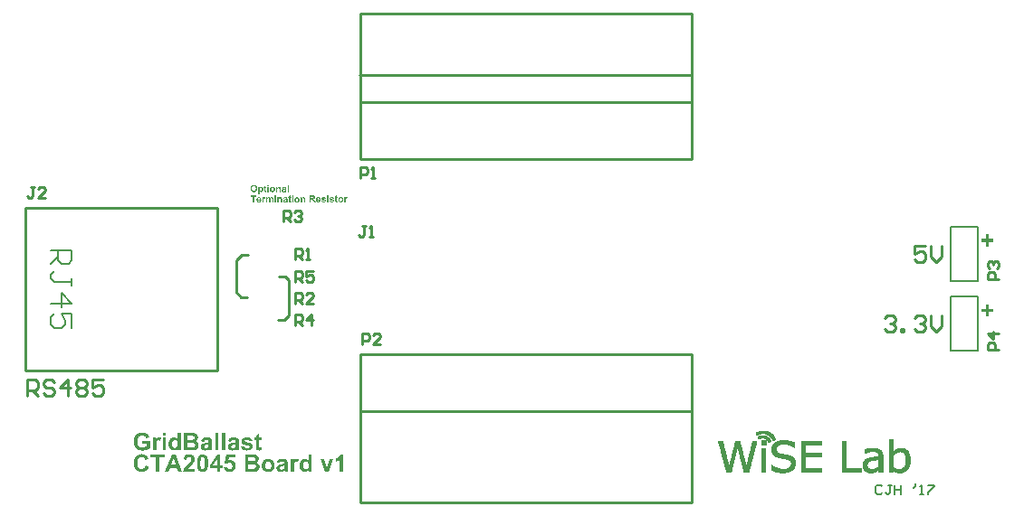
<source format=gto>
G04 Layer_Color=65535*
%FSLAX25Y25*%
%MOIN*%
G70*
G01*
G75*
%ADD11C,0.01000*%
%ADD14C,0.00700*%
%ADD28C,0.00100*%
%ADD29C,0.00787*%
%ADD30C,0.00600*%
G36*
X-100213Y38313D02*
X-100176D01*
X-100128Y38306D01*
X-100072Y38298D01*
X-100009Y38287D01*
X-99943Y38272D01*
X-99872Y38254D01*
X-99798Y38232D01*
X-99724Y38202D01*
X-99647Y38169D01*
X-99573Y38128D01*
X-99499Y38080D01*
X-99428Y38024D01*
X-99362Y37962D01*
X-99358Y37958D01*
X-99347Y37947D01*
X-99329Y37925D01*
X-99310Y37899D01*
X-99284Y37862D01*
X-99255Y37817D01*
X-99225Y37765D01*
X-99192Y37706D01*
X-99158Y37643D01*
X-99129Y37569D01*
X-99099Y37488D01*
X-99073Y37403D01*
X-99051Y37307D01*
X-99036Y37207D01*
X-99025Y37099D01*
X-99021Y36985D01*
Y36977D01*
Y36959D01*
X-99025Y36926D01*
Y36881D01*
X-99032Y36829D01*
X-99040Y36770D01*
X-99051Y36700D01*
X-99062Y36630D01*
X-99081Y36552D01*
X-99103Y36470D01*
X-99132Y36389D01*
X-99166Y36308D01*
X-99203Y36230D01*
X-99251Y36152D01*
X-99303Y36078D01*
X-99362Y36008D01*
X-99366Y36004D01*
X-99377Y35993D01*
X-99395Y35975D01*
X-99425Y35952D01*
X-99458Y35926D01*
X-99499Y35897D01*
X-99547Y35867D01*
X-99599Y35834D01*
X-99661Y35801D01*
X-99728Y35771D01*
X-99802Y35741D01*
X-99884Y35716D01*
X-99969Y35693D01*
X-100061Y35675D01*
X-100157Y35664D01*
X-100261Y35660D01*
X-100287D01*
X-100316Y35664D01*
X-100353Y35667D01*
X-100401Y35671D01*
X-100457Y35679D01*
X-100520Y35690D01*
X-100586Y35704D01*
X-100661Y35723D01*
X-100731Y35745D01*
X-100809Y35775D01*
X-100882Y35808D01*
X-100960Y35845D01*
X-101031Y35893D01*
X-101101Y35945D01*
X-101167Y36008D01*
X-101171Y36012D01*
X-101182Y36023D01*
X-101197Y36045D01*
X-101219Y36071D01*
X-101245Y36108D01*
X-101275Y36152D01*
X-101304Y36200D01*
X-101334Y36259D01*
X-101367Y36322D01*
X-101397Y36396D01*
X-101426Y36474D01*
X-101452Y36559D01*
X-101474Y36652D01*
X-101489Y36752D01*
X-101500Y36859D01*
X-101504Y36970D01*
Y36974D01*
Y36988D01*
Y37007D01*
X-101500Y37036D01*
Y37070D01*
X-101497Y37107D01*
X-101493Y37151D01*
X-101489Y37199D01*
X-101474Y37303D01*
X-101456Y37414D01*
X-101426Y37525D01*
X-101389Y37628D01*
Y37632D01*
X-101386Y37636D01*
X-101378Y37647D01*
X-101375Y37662D01*
X-101352Y37699D01*
X-101327Y37747D01*
X-101293Y37802D01*
X-101252Y37858D01*
X-101204Y37921D01*
X-101153Y37980D01*
X-101149Y37984D01*
X-101145Y37987D01*
X-101127Y38006D01*
X-101093Y38036D01*
X-101053Y38069D01*
X-101005Y38106D01*
X-100949Y38146D01*
X-100886Y38184D01*
X-100820Y38213D01*
X-100816D01*
X-100809Y38217D01*
X-100794Y38224D01*
X-100775Y38228D01*
X-100753Y38239D01*
X-100727Y38246D01*
X-100694Y38254D01*
X-100661Y38265D01*
X-100579Y38283D01*
X-100487Y38302D01*
X-100379Y38313D01*
X-100268Y38317D01*
X-100242D01*
X-100213Y38313D01*
D02*
G37*
G36*
X-72796Y34031D02*
X-73288D01*
Y34486D01*
X-72796D01*
Y34031D01*
D02*
G37*
G36*
X-93335Y37603D02*
X-93297Y37599D01*
X-93257Y37591D01*
X-93209Y37584D01*
X-93161Y37573D01*
X-93105Y37558D01*
X-93050Y37540D01*
X-92994Y37517D01*
X-92935Y37492D01*
X-92876Y37458D01*
X-92820Y37421D01*
X-92765Y37381D01*
X-92713Y37332D01*
X-92709Y37329D01*
X-92702Y37321D01*
X-92687Y37303D01*
X-92672Y37284D01*
X-92650Y37255D01*
X-92628Y37225D01*
X-92602Y37185D01*
X-92576Y37144D01*
X-92554Y37096D01*
X-92528Y37044D01*
X-92506Y36985D01*
X-92484Y36926D01*
X-92469Y36859D01*
X-92454Y36792D01*
X-92447Y36718D01*
X-92443Y36641D01*
Y36637D01*
Y36622D01*
Y36600D01*
X-92447Y36570D01*
X-92450Y36533D01*
X-92458Y36493D01*
X-92465Y36445D01*
X-92476Y36396D01*
X-92491Y36341D01*
X-92509Y36285D01*
X-92532Y36226D01*
X-92558Y36167D01*
X-92591Y36108D01*
X-92628Y36052D01*
X-92668Y35997D01*
X-92717Y35941D01*
X-92720Y35938D01*
X-92728Y35930D01*
X-92743Y35915D01*
X-92765Y35897D01*
X-92791Y35878D01*
X-92824Y35856D01*
X-92861Y35830D01*
X-92902Y35804D01*
X-92950Y35778D01*
X-93002Y35753D01*
X-93057Y35730D01*
X-93120Y35712D01*
X-93183Y35693D01*
X-93253Y35679D01*
X-93323Y35671D01*
X-93401Y35667D01*
X-93427D01*
X-93445Y35671D01*
X-93468D01*
X-93494Y35675D01*
X-93556Y35682D01*
X-93634Y35697D01*
X-93716Y35716D01*
X-93801Y35745D01*
X-93889Y35782D01*
X-93893D01*
X-93901Y35786D01*
X-93912Y35793D01*
X-93927Y35804D01*
X-93967Y35830D01*
X-94019Y35867D01*
X-94074Y35915D01*
X-94134Y35975D01*
X-94189Y36041D01*
X-94241Y36119D01*
Y36123D01*
X-94245Y36130D01*
X-94252Y36141D01*
X-94260Y36160D01*
X-94267Y36182D01*
X-94278Y36208D01*
X-94289Y36237D01*
X-94300Y36271D01*
X-94311Y36308D01*
X-94322Y36348D01*
X-94341Y36441D01*
X-94356Y36548D01*
X-94359Y36663D01*
Y36667D01*
Y36674D01*
Y36689D01*
X-94356Y36704D01*
Y36726D01*
X-94352Y36752D01*
X-94345Y36814D01*
X-94330Y36885D01*
X-94308Y36963D01*
X-94282Y37048D01*
X-94241Y37133D01*
Y37136D01*
X-94234Y37144D01*
X-94230Y37155D01*
X-94219Y37170D01*
X-94189Y37210D01*
X-94152Y37262D01*
X-94104Y37318D01*
X-94045Y37377D01*
X-93978Y37432D01*
X-93901Y37484D01*
X-93897D01*
X-93889Y37488D01*
X-93878Y37495D01*
X-93860Y37503D01*
X-93841Y37514D01*
X-93815Y37521D01*
X-93786Y37532D01*
X-93756Y37547D01*
X-93682Y37569D01*
X-93597Y37588D01*
X-93505Y37603D01*
X-93405Y37606D01*
X-93364D01*
X-93335Y37603D01*
D02*
G37*
G36*
X-95917Y37566D02*
X-95580D01*
Y37173D01*
X-95917D01*
Y36422D01*
Y36419D01*
Y36411D01*
Y36400D01*
Y36385D01*
Y36348D01*
Y36304D01*
X-95913Y36259D01*
Y36215D01*
Y36182D01*
X-95910Y36167D01*
Y36160D01*
X-95906Y36152D01*
X-95899Y36137D01*
X-95888Y36119D01*
X-95865Y36097D01*
X-95858Y36093D01*
X-95843Y36086D01*
X-95817Y36078D01*
X-95784Y36075D01*
X-95769D01*
X-95754Y36078D01*
X-95732Y36082D01*
X-95702Y36086D01*
X-95669Y36093D01*
X-95628Y36104D01*
X-95584Y36119D01*
X-95540Y35738D01*
X-95543D01*
X-95547Y35734D01*
X-95569Y35727D01*
X-95606Y35716D01*
X-95654Y35704D01*
X-95710Y35690D01*
X-95776Y35679D01*
X-95850Y35671D01*
X-95928Y35667D01*
X-95950D01*
X-95976Y35671D01*
X-96010Y35675D01*
X-96047Y35679D01*
X-96087Y35686D01*
X-96128Y35697D01*
X-96169Y35712D01*
X-96172Y35716D01*
X-96187Y35719D01*
X-96206Y35730D01*
X-96228Y35741D01*
X-96280Y35778D01*
X-96306Y35801D01*
X-96328Y35827D01*
X-96332Y35830D01*
X-96335Y35841D01*
X-96343Y35856D01*
X-96354Y35878D01*
X-96365Y35904D01*
X-96376Y35938D01*
X-96387Y35975D01*
X-96394Y36015D01*
Y36019D01*
X-96398Y36034D01*
Y36056D01*
X-96402Y36093D01*
X-96406Y36141D01*
Y36200D01*
X-96409Y36234D01*
Y36274D01*
Y36315D01*
Y36363D01*
Y37173D01*
X-96635D01*
Y37566D01*
X-96409D01*
Y37936D01*
X-95917Y38224D01*
Y37566D01*
D02*
G37*
G36*
X-85724Y34031D02*
X-86216D01*
Y34486D01*
X-85724D01*
Y34031D01*
D02*
G37*
G36*
X-66006Y33820D02*
X-65966Y33812D01*
X-65914Y33801D01*
X-65858Y33783D01*
X-65803Y33760D01*
X-65744Y33727D01*
X-65899Y33302D01*
X-65903Y33305D01*
X-65921Y33313D01*
X-65943Y33328D01*
X-65973Y33342D01*
X-66010Y33357D01*
X-66047Y33372D01*
X-66088Y33379D01*
X-66128Y33383D01*
X-66143D01*
X-66165Y33379D01*
X-66188Y33376D01*
X-66214Y33368D01*
X-66243Y33357D01*
X-66273Y33342D01*
X-66302Y33324D01*
X-66306Y33320D01*
X-66313Y33313D01*
X-66328Y33298D01*
X-66343Y33276D01*
X-66361Y33250D01*
X-66380Y33213D01*
X-66399Y33169D01*
X-66413Y33117D01*
Y33109D01*
X-66417Y33098D01*
X-66421Y33087D01*
Y33069D01*
X-66424Y33046D01*
X-66428Y33017D01*
X-66432Y32983D01*
X-66435Y32947D01*
X-66439Y32898D01*
X-66443Y32850D01*
Y32791D01*
X-66447Y32728D01*
X-66450Y32658D01*
Y32580D01*
Y32495D01*
Y31925D01*
X-66942D01*
Y33783D01*
X-66487D01*
Y33520D01*
X-66484Y33524D01*
X-66469Y33546D01*
X-66447Y33579D01*
X-66417Y33620D01*
X-66387Y33661D01*
X-66350Y33701D01*
X-66317Y33738D01*
X-66280Y33764D01*
X-66276Y33768D01*
X-66265Y33775D01*
X-66243Y33783D01*
X-66217Y33794D01*
X-66188Y33805D01*
X-66151Y33816D01*
X-66114Y33820D01*
X-66069Y33823D01*
X-66040D01*
X-66006Y33820D01*
D02*
G37*
G36*
X-96235D02*
X-96195Y33812D01*
X-96143Y33801D01*
X-96087Y33783D01*
X-96032Y33760D01*
X-95973Y33727D01*
X-96128Y33302D01*
X-96132Y33305D01*
X-96150Y33313D01*
X-96172Y33328D01*
X-96202Y33342D01*
X-96239Y33357D01*
X-96276Y33372D01*
X-96317Y33379D01*
X-96357Y33383D01*
X-96372D01*
X-96394Y33379D01*
X-96417Y33376D01*
X-96443Y33368D01*
X-96472Y33357D01*
X-96502Y33342D01*
X-96531Y33324D01*
X-96535Y33320D01*
X-96542Y33313D01*
X-96557Y33298D01*
X-96572Y33276D01*
X-96591Y33250D01*
X-96609Y33213D01*
X-96627Y33169D01*
X-96642Y33117D01*
Y33109D01*
X-96646Y33098D01*
X-96650Y33087D01*
Y33069D01*
X-96653Y33046D01*
X-96657Y33017D01*
X-96661Y32983D01*
X-96665Y32947D01*
X-96668Y32898D01*
X-96672Y32850D01*
Y32791D01*
X-96676Y32728D01*
X-96679Y32658D01*
Y32580D01*
Y32495D01*
Y31925D01*
X-97171D01*
Y33783D01*
X-96716D01*
Y33520D01*
X-96713Y33524D01*
X-96698Y33546D01*
X-96676Y33579D01*
X-96646Y33620D01*
X-96616Y33661D01*
X-96579Y33701D01*
X-96546Y33738D01*
X-96509Y33764D01*
X-96505Y33768D01*
X-96494Y33775D01*
X-96472Y33783D01*
X-96446Y33794D01*
X-96417Y33805D01*
X-96380Y33816D01*
X-96343Y33820D01*
X-96298Y33823D01*
X-96269D01*
X-96235Y33820D01*
D02*
G37*
G36*
X-92088Y34031D02*
X-92580D01*
Y34486D01*
X-92088D01*
Y34031D01*
D02*
G37*
G36*
X-93605Y33820D02*
X-93556Y33812D01*
X-93501Y33801D01*
X-93445Y33786D01*
X-93386Y33768D01*
X-93331Y33738D01*
X-93323Y33735D01*
X-93309Y33724D01*
X-93283Y33705D01*
X-93249Y33679D01*
X-93216Y33642D01*
X-93179Y33601D01*
X-93146Y33553D01*
X-93116Y33494D01*
X-93112Y33490D01*
X-93109Y33472D01*
X-93101Y33442D01*
X-93090Y33402D01*
X-93079Y33350D01*
X-93072Y33283D01*
X-93068Y33202D01*
X-93064Y33109D01*
Y31925D01*
X-93556D01*
Y32983D01*
Y32987D01*
Y32995D01*
Y33009D01*
Y33028D01*
X-93560Y33076D01*
X-93564Y33132D01*
X-93568Y33191D01*
X-93579Y33250D01*
X-93590Y33302D01*
X-93601Y33320D01*
X-93608Y33339D01*
X-93612Y33342D01*
X-93623Y33357D01*
X-93638Y33372D01*
X-93660Y33394D01*
X-93690Y33413D01*
X-93727Y33431D01*
X-93771Y33442D01*
X-93819Y33446D01*
X-93838D01*
X-93856Y33442D01*
X-93882Y33439D01*
X-93912Y33431D01*
X-93945Y33420D01*
X-93982Y33405D01*
X-94015Y33383D01*
X-94019Y33379D01*
X-94030Y33372D01*
X-94045Y33357D01*
X-94063Y33335D01*
X-94086Y33309D01*
X-94108Y33279D01*
X-94126Y33242D01*
X-94145Y33198D01*
Y33191D01*
X-94152Y33176D01*
X-94156Y33146D01*
X-94163Y33106D01*
X-94171Y33050D01*
X-94174Y32983D01*
X-94182Y32906D01*
Y32813D01*
Y31925D01*
X-94674D01*
Y32939D01*
Y32943D01*
Y32950D01*
Y32965D01*
Y32983D01*
Y33028D01*
X-94678Y33083D01*
X-94681Y33143D01*
X-94685Y33198D01*
X-94692Y33250D01*
X-94700Y33272D01*
X-94704Y33287D01*
Y33291D01*
X-94707Y33302D01*
X-94715Y33316D01*
X-94722Y33331D01*
X-94748Y33372D01*
X-94766Y33391D01*
X-94785Y33405D01*
X-94789Y33409D01*
X-94796Y33413D01*
X-94807Y33420D01*
X-94822Y33428D01*
X-94844Y33435D01*
X-94870Y33439D01*
X-94900Y33446D01*
X-94951D01*
X-94974Y33442D01*
X-94999Y33439D01*
X-95033Y33431D01*
X-95066Y33420D01*
X-95099Y33405D01*
X-95136Y33383D01*
X-95140Y33379D01*
X-95151Y33372D01*
X-95166Y33357D01*
X-95184Y33339D01*
X-95207Y33313D01*
X-95229Y33283D01*
X-95247Y33246D01*
X-95266Y33206D01*
Y33202D01*
X-95273Y33183D01*
X-95277Y33154D01*
X-95284Y33117D01*
X-95292Y33061D01*
X-95296Y32998D01*
X-95303Y32917D01*
Y32824D01*
Y31925D01*
X-95795D01*
Y33783D01*
X-95344D01*
Y33527D01*
X-95340Y33531D01*
X-95332Y33538D01*
X-95318Y33553D01*
X-95299Y33575D01*
X-95277Y33598D01*
X-95251Y33620D01*
X-95218Y33650D01*
X-95181Y33675D01*
X-95140Y33701D01*
X-95096Y33731D01*
X-94999Y33779D01*
X-94944Y33797D01*
X-94889Y33812D01*
X-94829Y33820D01*
X-94766Y33823D01*
X-94737D01*
X-94704Y33820D01*
X-94663Y33816D01*
X-94615Y33805D01*
X-94563Y33794D01*
X-94511Y33775D01*
X-94459Y33749D01*
X-94452Y33746D01*
X-94437Y33735D01*
X-94411Y33720D01*
X-94382Y33694D01*
X-94348Y33661D01*
X-94311Y33624D01*
X-94274Y33575D01*
X-94241Y33524D01*
X-94234Y33531D01*
X-94219Y33550D01*
X-94197Y33575D01*
X-94163Y33609D01*
X-94123Y33646D01*
X-94078Y33683D01*
X-94030Y33720D01*
X-93978Y33749D01*
X-93971Y33753D01*
X-93952Y33760D01*
X-93923Y33772D01*
X-93886Y33786D01*
X-93841Y33801D01*
X-93790Y33812D01*
X-93734Y33820D01*
X-93675Y33823D01*
X-93642D01*
X-93605Y33820D01*
D02*
G37*
G36*
X-118996Y-61010D02*
X-118922Y-61019D01*
X-118830Y-61037D01*
X-118737Y-61056D01*
X-118626Y-61084D01*
X-118506Y-61121D01*
X-118395Y-61167D01*
X-118275Y-61213D01*
X-118155Y-61278D01*
X-118034Y-61361D01*
X-117914Y-61444D01*
X-117803Y-61546D01*
X-117701Y-61666D01*
X-117692Y-61676D01*
X-117674Y-61703D01*
X-117646Y-61750D01*
X-117600Y-61814D01*
X-117553Y-61907D01*
X-117498Y-62018D01*
X-117442Y-62138D01*
X-117387Y-62295D01*
X-117331Y-62462D01*
X-117267Y-62656D01*
X-117220Y-62869D01*
X-117174Y-63109D01*
X-117128Y-63368D01*
X-117100Y-63646D01*
X-117082Y-63951D01*
X-117072Y-64284D01*
Y-64293D01*
Y-64303D01*
Y-64330D01*
Y-64367D01*
Y-64460D01*
X-117082Y-64580D01*
X-117091Y-64728D01*
X-117109Y-64904D01*
X-117128Y-65089D01*
X-117146Y-65292D01*
X-117183Y-65505D01*
X-117230Y-65727D01*
X-117276Y-65940D01*
X-117341Y-66153D01*
X-117405Y-66365D01*
X-117498Y-66560D01*
X-117590Y-66745D01*
X-117701Y-66902D01*
X-117711Y-66911D01*
X-117729Y-66930D01*
X-117757Y-66967D01*
X-117794Y-67004D01*
X-117849Y-67050D01*
X-117914Y-67105D01*
X-117997Y-67170D01*
X-118081Y-67226D01*
X-118182Y-67290D01*
X-118284Y-67355D01*
X-118404Y-67411D01*
X-118534Y-67457D01*
X-118673Y-67494D01*
X-118830Y-67531D01*
X-118987Y-67549D01*
X-119154Y-67559D01*
X-119191D01*
X-119246Y-67549D01*
X-119311D01*
X-119385Y-67540D01*
X-119477Y-67522D01*
X-119579Y-67503D01*
X-119690Y-67466D01*
X-119810Y-67429D01*
X-119931Y-67383D01*
X-120060Y-67327D01*
X-120180Y-67253D01*
X-120310Y-67179D01*
X-120430Y-67078D01*
X-120550Y-66976D01*
X-120661Y-66846D01*
X-120671Y-66837D01*
X-120689Y-66809D01*
X-120717Y-66763D01*
X-120745Y-66708D01*
X-120791Y-66624D01*
X-120837Y-66523D01*
X-120893Y-66393D01*
X-120939Y-66254D01*
X-120994Y-66088D01*
X-121050Y-65903D01*
X-121096Y-65690D01*
X-121133Y-65459D01*
X-121170Y-65200D01*
X-121198Y-64913D01*
X-121216Y-64608D01*
X-121226Y-64275D01*
Y-64266D01*
Y-64256D01*
Y-64229D01*
Y-64192D01*
Y-64099D01*
X-121216Y-63979D01*
X-121207Y-63831D01*
X-121189Y-63655D01*
X-121170Y-63470D01*
X-121152Y-63267D01*
X-121115Y-63054D01*
X-121078Y-62841D01*
X-121022Y-62619D01*
X-120967Y-62406D01*
X-120893Y-62203D01*
X-120809Y-62009D01*
X-120717Y-61824D01*
X-120606Y-61666D01*
X-120597Y-61657D01*
X-120578Y-61639D01*
X-120550Y-61602D01*
X-120504Y-61565D01*
X-120458Y-61509D01*
X-120393Y-61454D01*
X-120310Y-61398D01*
X-120227Y-61333D01*
X-120125Y-61269D01*
X-120023Y-61213D01*
X-119903Y-61158D01*
X-119773Y-61102D01*
X-119635Y-61065D01*
X-119477Y-61028D01*
X-119320Y-61010D01*
X-119154Y-61000D01*
X-119061D01*
X-118996Y-61010D01*
D02*
G37*
G36*
X-94752Y37813D02*
X-95244D01*
Y38269D01*
X-94752D01*
Y37813D01*
D02*
G37*
G36*
X-133223Y-62120D02*
X-135110D01*
Y-67438D01*
X-136405D01*
Y-62120D01*
X-138301D01*
Y-61037D01*
X-133223D01*
Y-62120D01*
D02*
G37*
G36*
X-94808Y-62702D02*
X-94715Y-62712D01*
X-94613Y-62730D01*
X-94493Y-62749D01*
X-94373Y-62776D01*
X-94234Y-62813D01*
X-94095Y-62860D01*
X-93957Y-62915D01*
X-93809Y-62980D01*
X-93661Y-63063D01*
X-93522Y-63156D01*
X-93383Y-63257D01*
X-93254Y-63378D01*
X-93244Y-63387D01*
X-93226Y-63405D01*
X-93189Y-63452D01*
X-93152Y-63498D01*
X-93096Y-63572D01*
X-93041Y-63646D01*
X-92976Y-63748D01*
X-92911Y-63849D01*
X-92856Y-63970D01*
X-92791Y-64099D01*
X-92736Y-64247D01*
X-92680Y-64395D01*
X-92643Y-64562D01*
X-92606Y-64728D01*
X-92588Y-64913D01*
X-92578Y-65107D01*
Y-65117D01*
Y-65154D01*
Y-65209D01*
X-92588Y-65283D01*
X-92597Y-65376D01*
X-92615Y-65477D01*
X-92634Y-65598D01*
X-92662Y-65718D01*
X-92699Y-65857D01*
X-92745Y-65995D01*
X-92800Y-66143D01*
X-92865Y-66291D01*
X-92948Y-66439D01*
X-93041Y-66578D01*
X-93143Y-66717D01*
X-93263Y-66856D01*
X-93272Y-66865D01*
X-93291Y-66883D01*
X-93328Y-66920D01*
X-93383Y-66967D01*
X-93448Y-67013D01*
X-93531Y-67068D01*
X-93624Y-67133D01*
X-93725Y-67198D01*
X-93846Y-67263D01*
X-93975Y-67327D01*
X-94114Y-67383D01*
X-94271Y-67429D01*
X-94428Y-67475D01*
X-94604Y-67512D01*
X-94780Y-67531D01*
X-94974Y-67540D01*
X-95039D01*
X-95085Y-67531D01*
X-95141D01*
X-95205Y-67522D01*
X-95363Y-67503D01*
X-95557Y-67466D01*
X-95760Y-67420D01*
X-95973Y-67346D01*
X-96195Y-67253D01*
X-96204D01*
X-96223Y-67244D01*
X-96251Y-67226D01*
X-96288Y-67198D01*
X-96389Y-67133D01*
X-96519Y-67041D01*
X-96658Y-66920D01*
X-96806Y-66772D01*
X-96944Y-66606D01*
X-97074Y-66412D01*
Y-66402D01*
X-97083Y-66384D01*
X-97102Y-66356D01*
X-97120Y-66310D01*
X-97139Y-66254D01*
X-97166Y-66190D01*
X-97194Y-66116D01*
X-97222Y-66032D01*
X-97250Y-65940D01*
X-97277Y-65838D01*
X-97324Y-65607D01*
X-97361Y-65339D01*
X-97370Y-65052D01*
Y-65043D01*
Y-65024D01*
Y-64987D01*
X-97361Y-64950D01*
Y-64895D01*
X-97351Y-64830D01*
X-97333Y-64673D01*
X-97296Y-64497D01*
X-97240Y-64303D01*
X-97176Y-64090D01*
X-97074Y-63877D01*
Y-63868D01*
X-97055Y-63849D01*
X-97046Y-63822D01*
X-97018Y-63785D01*
X-96944Y-63683D01*
X-96852Y-63553D01*
X-96732Y-63415D01*
X-96584Y-63267D01*
X-96417Y-63128D01*
X-96223Y-62998D01*
X-96214D01*
X-96195Y-62989D01*
X-96167Y-62971D01*
X-96121Y-62952D01*
X-96075Y-62924D01*
X-96010Y-62906D01*
X-95936Y-62878D01*
X-95862Y-62841D01*
X-95677Y-62786D01*
X-95464Y-62739D01*
X-95233Y-62702D01*
X-94983Y-62693D01*
X-94882D01*
X-94808Y-62702D01*
D02*
G37*
G36*
X-90941Y37603D02*
X-90900Y37599D01*
X-90855Y37591D01*
X-90807Y37580D01*
X-90756Y37566D01*
X-90704Y37547D01*
X-90696Y37543D01*
X-90682Y37536D01*
X-90656Y37525D01*
X-90626Y37506D01*
X-90593Y37484D01*
X-90560Y37458D01*
X-90526Y37429D01*
X-90497Y37395D01*
X-90493Y37392D01*
X-90486Y37381D01*
X-90474Y37362D01*
X-90460Y37336D01*
X-90441Y37307D01*
X-90426Y37270D01*
X-90412Y37233D01*
X-90400Y37188D01*
Y37185D01*
X-90397Y37166D01*
X-90389Y37140D01*
X-90386Y37103D01*
X-90378Y37059D01*
X-90374Y36999D01*
X-90371Y36937D01*
Y36859D01*
Y35708D01*
X-90863D01*
Y36652D01*
Y36655D01*
Y36667D01*
Y36681D01*
Y36700D01*
Y36726D01*
Y36752D01*
X-90867Y36814D01*
X-90870Y36877D01*
X-90878Y36944D01*
X-90885Y36999D01*
X-90889Y37022D01*
X-90896Y37040D01*
Y37044D01*
X-90904Y37055D01*
X-90911Y37070D01*
X-90922Y37092D01*
X-90955Y37136D01*
X-90974Y37159D01*
X-91000Y37177D01*
X-91004Y37181D01*
X-91011Y37185D01*
X-91026Y37192D01*
X-91048Y37203D01*
X-91074Y37214D01*
X-91100Y37222D01*
X-91133Y37225D01*
X-91170Y37229D01*
X-91192D01*
X-91214Y37225D01*
X-91244Y37222D01*
X-91281Y37210D01*
X-91318Y37199D01*
X-91359Y37181D01*
X-91399Y37159D01*
X-91403Y37155D01*
X-91414Y37148D01*
X-91433Y37129D01*
X-91455Y37110D01*
X-91477Y37081D01*
X-91499Y37051D01*
X-91522Y37011D01*
X-91536Y36970D01*
Y36966D01*
X-91544Y36948D01*
X-91547Y36918D01*
X-91555Y36874D01*
X-91558Y36848D01*
X-91562Y36814D01*
X-91566Y36781D01*
Y36740D01*
X-91570Y36700D01*
X-91573Y36652D01*
Y36600D01*
Y36544D01*
Y35708D01*
X-92065D01*
Y37566D01*
X-91610D01*
Y37292D01*
X-91607Y37295D01*
X-91599Y37307D01*
X-91584Y37321D01*
X-91566Y37340D01*
X-91544Y37366D01*
X-91514Y37392D01*
X-91481Y37421D01*
X-91444Y37451D01*
X-91403Y37477D01*
X-91355Y37506D01*
X-91307Y37532D01*
X-91251Y37558D01*
X-91192Y37577D01*
X-91133Y37591D01*
X-91066Y37603D01*
X-91000Y37606D01*
X-90974D01*
X-90941Y37603D01*
D02*
G37*
G36*
X-89068D02*
X-89039D01*
X-88965Y37595D01*
X-88887Y37588D01*
X-88806Y37573D01*
X-88728Y37551D01*
X-88695Y37540D01*
X-88661Y37525D01*
X-88658D01*
X-88654Y37521D01*
X-88635Y37510D01*
X-88606Y37495D01*
X-88573Y37473D01*
X-88532Y37444D01*
X-88495Y37410D01*
X-88462Y37369D01*
X-88432Y37329D01*
X-88428Y37321D01*
X-88421Y37307D01*
X-88410Y37273D01*
X-88406Y37255D01*
X-88399Y37229D01*
X-88391Y37203D01*
X-88388Y37170D01*
X-88380Y37133D01*
X-88376Y37092D01*
X-88373Y37048D01*
X-88369Y36999D01*
X-88365Y36948D01*
Y36889D01*
X-88373Y36315D01*
Y36311D01*
Y36304D01*
Y36293D01*
Y36274D01*
Y36230D01*
X-88369Y36178D01*
Y36119D01*
X-88362Y36060D01*
X-88358Y36000D01*
X-88351Y35952D01*
Y35949D01*
X-88347Y35934D01*
X-88340Y35908D01*
X-88332Y35878D01*
X-88317Y35841D01*
X-88302Y35801D01*
X-88284Y35756D01*
X-88262Y35708D01*
X-88747D01*
Y35712D01*
X-88750Y35716D01*
X-88754Y35730D01*
X-88761Y35745D01*
X-88769Y35764D01*
X-88776Y35790D01*
X-88784Y35819D01*
X-88795Y35853D01*
Y35856D01*
X-88798Y35860D01*
X-88802Y35875D01*
X-88809Y35893D01*
X-88813Y35908D01*
X-88820Y35904D01*
X-88835Y35890D01*
X-88861Y35867D01*
X-88894Y35841D01*
X-88935Y35812D01*
X-88980Y35778D01*
X-89031Y35753D01*
X-89083Y35727D01*
X-89091Y35723D01*
X-89109Y35719D01*
X-89139Y35708D01*
X-89176Y35697D01*
X-89220Y35686D01*
X-89272Y35679D01*
X-89331Y35671D01*
X-89390Y35667D01*
X-89416D01*
X-89438Y35671D01*
X-89461D01*
X-89490Y35675D01*
X-89553Y35686D01*
X-89627Y35704D01*
X-89701Y35730D01*
X-89775Y35767D01*
X-89842Y35819D01*
Y35823D01*
X-89849Y35827D01*
X-89868Y35849D01*
X-89894Y35882D01*
X-89923Y35926D01*
X-89953Y35982D01*
X-89979Y36049D01*
X-89997Y36126D01*
X-90001Y36167D01*
X-90004Y36211D01*
Y36219D01*
Y36237D01*
X-90001Y36267D01*
X-89993Y36304D01*
X-89986Y36348D01*
X-89975Y36393D01*
X-89956Y36441D01*
X-89930Y36489D01*
X-89927Y36496D01*
X-89916Y36511D01*
X-89901Y36533D01*
X-89875Y36559D01*
X-89849Y36589D01*
X-89812Y36622D01*
X-89771Y36652D01*
X-89723Y36678D01*
X-89716Y36681D01*
X-89697Y36689D01*
X-89668Y36700D01*
X-89623Y36718D01*
X-89568Y36737D01*
X-89501Y36755D01*
X-89420Y36774D01*
X-89331Y36792D01*
X-89327D01*
X-89316Y36796D01*
X-89298Y36800D01*
X-89276Y36803D01*
X-89246Y36807D01*
X-89213Y36814D01*
X-89139Y36833D01*
X-89061Y36852D01*
X-88980Y36870D01*
X-88909Y36892D01*
X-88876Y36903D01*
X-88850Y36914D01*
Y36963D01*
Y36970D01*
Y36985D01*
X-88854Y37011D01*
X-88858Y37044D01*
X-88869Y37077D01*
X-88880Y37110D01*
X-88898Y37140D01*
X-88924Y37166D01*
X-88928Y37170D01*
X-88939Y37177D01*
X-88957Y37185D01*
X-88983Y37199D01*
X-89020Y37210D01*
X-89065Y37218D01*
X-89120Y37225D01*
X-89187Y37229D01*
X-89209D01*
X-89231Y37225D01*
X-89261Y37222D01*
X-89294Y37214D01*
X-89331Y37207D01*
X-89364Y37192D01*
X-89394Y37173D01*
X-89398Y37170D01*
X-89405Y37162D01*
X-89420Y37151D01*
X-89435Y37133D01*
X-89457Y37107D01*
X-89475Y37073D01*
X-89494Y37036D01*
X-89512Y36992D01*
X-89953Y37073D01*
Y37077D01*
X-89949Y37085D01*
X-89945Y37099D01*
X-89938Y37118D01*
X-89930Y37140D01*
X-89919Y37166D01*
X-89894Y37225D01*
X-89856Y37288D01*
X-89812Y37355D01*
X-89760Y37418D01*
X-89697Y37473D01*
X-89694D01*
X-89690Y37481D01*
X-89679Y37484D01*
X-89664Y37495D01*
X-89642Y37503D01*
X-89620Y37514D01*
X-89590Y37529D01*
X-89561Y37540D01*
X-89524Y37551D01*
X-89483Y37566D01*
X-89438Y37577D01*
X-89387Y37584D01*
X-89335Y37595D01*
X-89276Y37599D01*
X-89216Y37606D01*
X-89094D01*
X-89068Y37603D01*
D02*
G37*
G36*
X-94752Y35708D02*
X-95244D01*
Y37566D01*
X-94752D01*
Y35708D01*
D02*
G37*
G36*
X-97541Y37603D02*
X-97515Y37599D01*
X-97482Y37591D01*
X-97445Y37584D01*
X-97408Y37573D01*
X-97364Y37562D01*
X-97323Y37543D01*
X-97275Y37525D01*
X-97231Y37499D01*
X-97183Y37469D01*
X-97138Y37436D01*
X-97094Y37395D01*
X-97049Y37351D01*
X-97046Y37347D01*
X-97038Y37340D01*
X-97027Y37325D01*
X-97012Y37303D01*
X-96997Y37281D01*
X-96979Y37247D01*
X-96957Y37210D01*
X-96935Y37170D01*
X-96916Y37122D01*
X-96894Y37070D01*
X-96875Y37011D01*
X-96857Y36948D01*
X-96846Y36877D01*
X-96835Y36807D01*
X-96827Y36726D01*
X-96824Y36644D01*
Y36641D01*
Y36626D01*
Y36600D01*
X-96827Y36567D01*
X-96831Y36530D01*
X-96835Y36485D01*
X-96842Y36433D01*
X-96853Y36382D01*
X-96879Y36263D01*
X-96898Y36204D01*
X-96920Y36145D01*
X-96946Y36086D01*
X-96979Y36030D01*
X-97012Y35975D01*
X-97053Y35923D01*
X-97057Y35919D01*
X-97064Y35912D01*
X-97075Y35901D01*
X-97094Y35882D01*
X-97116Y35864D01*
X-97142Y35841D01*
X-97171Y35819D01*
X-97205Y35797D01*
X-97245Y35771D01*
X-97286Y35749D01*
X-97379Y35708D01*
X-97430Y35690D01*
X-97486Y35679D01*
X-97541Y35671D01*
X-97601Y35667D01*
X-97627D01*
X-97656Y35671D01*
X-97693Y35675D01*
X-97737Y35682D01*
X-97786Y35693D01*
X-97834Y35708D01*
X-97882Y35727D01*
X-97886Y35730D01*
X-97904Y35738D01*
X-97926Y35756D01*
X-97960Y35778D01*
X-98000Y35804D01*
X-98041Y35841D01*
X-98089Y35886D01*
X-98141Y35938D01*
Y34998D01*
X-98633D01*
Y37566D01*
X-98174D01*
Y37292D01*
X-98170Y37299D01*
X-98159Y37314D01*
X-98137Y37340D01*
X-98111Y37373D01*
X-98078Y37410D01*
X-98033Y37447D01*
X-97989Y37484D01*
X-97934Y37517D01*
X-97926Y37521D01*
X-97908Y37532D01*
X-97874Y37547D01*
X-97834Y37562D01*
X-97786Y37577D01*
X-97726Y37591D01*
X-97663Y37603D01*
X-97597Y37606D01*
X-97567D01*
X-97541Y37603D01*
D02*
G37*
G36*
X-87392Y35708D02*
X-87884D01*
Y38269D01*
X-87392D01*
Y35708D01*
D02*
G37*
G36*
X-69784Y33783D02*
X-69447D01*
Y33391D01*
X-69784D01*
Y32639D01*
Y32636D01*
Y32628D01*
Y32617D01*
Y32602D01*
Y32565D01*
Y32521D01*
X-69780Y32477D01*
Y32432D01*
Y32399D01*
X-69777Y32384D01*
Y32377D01*
X-69773Y32369D01*
X-69766Y32355D01*
X-69754Y32336D01*
X-69732Y32314D01*
X-69725Y32310D01*
X-69710Y32303D01*
X-69684Y32295D01*
X-69651Y32292D01*
X-69636D01*
X-69621Y32295D01*
X-69599Y32299D01*
X-69569Y32303D01*
X-69536Y32310D01*
X-69495Y32321D01*
X-69451Y32336D01*
X-69407Y31955D01*
X-69410D01*
X-69414Y31951D01*
X-69436Y31944D01*
X-69473Y31933D01*
X-69521Y31922D01*
X-69577Y31907D01*
X-69643Y31896D01*
X-69717Y31888D01*
X-69795Y31885D01*
X-69817D01*
X-69843Y31888D01*
X-69876Y31892D01*
X-69914Y31896D01*
X-69954Y31903D01*
X-69995Y31914D01*
X-70036Y31929D01*
X-70039Y31933D01*
X-70054Y31936D01*
X-70073Y31947D01*
X-70095Y31959D01*
X-70147Y31996D01*
X-70173Y32018D01*
X-70195Y32044D01*
X-70198Y32047D01*
X-70202Y32059D01*
X-70209Y32073D01*
X-70221Y32096D01*
X-70232Y32121D01*
X-70243Y32155D01*
X-70254Y32192D01*
X-70261Y32232D01*
Y32236D01*
X-70265Y32251D01*
Y32273D01*
X-70269Y32310D01*
X-70272Y32358D01*
Y32417D01*
X-70276Y32451D01*
Y32491D01*
Y32532D01*
Y32580D01*
Y33391D01*
X-70502D01*
Y33783D01*
X-70276D01*
Y34153D01*
X-69784Y34441D01*
Y33783D01*
D02*
G37*
G36*
X-76492Y33820D02*
X-76459Y33816D01*
X-76418Y33809D01*
X-76374Y33801D01*
X-76326Y33790D01*
X-76274Y33775D01*
X-76222Y33757D01*
X-76166Y33735D01*
X-76111Y33705D01*
X-76059Y33675D01*
X-76007Y33638D01*
X-75956Y33594D01*
X-75911Y33546D01*
X-75907Y33542D01*
X-75900Y33535D01*
X-75889Y33516D01*
X-75874Y33494D01*
X-75856Y33465D01*
X-75837Y33431D01*
X-75815Y33387D01*
X-75793Y33339D01*
X-75771Y33283D01*
X-75748Y33220D01*
X-75730Y33154D01*
X-75711Y33076D01*
X-75697Y32995D01*
X-75686Y32906D01*
X-75678Y32813D01*
Y32710D01*
X-76907D01*
Y32706D01*
Y32699D01*
Y32688D01*
X-76903Y32673D01*
X-76899Y32636D01*
X-76892Y32584D01*
X-76877Y32532D01*
X-76855Y32473D01*
X-76829Y32417D01*
X-76792Y32369D01*
X-76788Y32366D01*
X-76770Y32351D01*
X-76747Y32332D01*
X-76714Y32310D01*
X-76673Y32288D01*
X-76622Y32269D01*
X-76566Y32255D01*
X-76507Y32251D01*
X-76488D01*
X-76466Y32255D01*
X-76440Y32258D01*
X-76411Y32266D01*
X-76377Y32277D01*
X-76344Y32292D01*
X-76315Y32314D01*
X-76311Y32318D01*
X-76300Y32325D01*
X-76285Y32340D01*
X-76270Y32362D01*
X-76248Y32392D01*
X-76229Y32425D01*
X-76211Y32469D01*
X-76192Y32517D01*
X-75704Y32436D01*
Y32432D01*
X-75708Y32425D01*
X-75715Y32410D01*
X-75722Y32392D01*
X-75734Y32369D01*
X-75745Y32343D01*
X-75778Y32284D01*
X-75819Y32218D01*
X-75871Y32147D01*
X-75933Y32084D01*
X-76004Y32025D01*
X-76007D01*
X-76011Y32018D01*
X-76026Y32014D01*
X-76041Y32003D01*
X-76059Y31992D01*
X-76085Y31981D01*
X-76111Y31970D01*
X-76144Y31955D01*
X-76218Y31929D01*
X-76303Y31907D01*
X-76403Y31892D01*
X-76511Y31885D01*
X-76533D01*
X-76555Y31888D01*
X-76588D01*
X-76629Y31896D01*
X-76677Y31903D01*
X-76729Y31910D01*
X-76781Y31925D01*
X-76840Y31940D01*
X-76899Y31962D01*
X-76958Y31988D01*
X-77017Y32018D01*
X-77077Y32055D01*
X-77132Y32096D01*
X-77180Y32144D01*
X-77228Y32199D01*
X-77232Y32203D01*
X-77236Y32210D01*
X-77243Y32225D01*
X-77258Y32243D01*
X-77269Y32269D01*
X-77284Y32299D01*
X-77302Y32332D01*
X-77317Y32373D01*
X-77336Y32417D01*
X-77350Y32465D01*
X-77369Y32517D01*
X-77380Y32577D01*
X-77391Y32636D01*
X-77402Y32699D01*
X-77406Y32769D01*
X-77410Y32839D01*
Y32843D01*
Y32858D01*
Y32884D01*
X-77406Y32917D01*
X-77402Y32954D01*
X-77399Y32998D01*
X-77391Y33046D01*
X-77380Y33102D01*
X-77350Y33217D01*
X-77332Y33276D01*
X-77310Y33339D01*
X-77280Y33398D01*
X-77247Y33453D01*
X-77210Y33509D01*
X-77169Y33561D01*
X-77166Y33564D01*
X-77158Y33572D01*
X-77143Y33587D01*
X-77125Y33601D01*
X-77103Y33620D01*
X-77073Y33642D01*
X-77040Y33668D01*
X-77003Y33694D01*
X-76962Y33716D01*
X-76914Y33742D01*
X-76866Y33764D01*
X-76810Y33783D01*
X-76755Y33797D01*
X-76692Y33812D01*
X-76629Y33820D01*
X-76562Y33823D01*
X-76522D01*
X-76492Y33820D01*
D02*
G37*
G36*
X-99473Y34053D02*
X-100228D01*
Y31925D01*
X-100746D01*
Y34053D01*
X-101504D01*
Y34486D01*
X-99473D01*
Y34053D01*
D02*
G37*
G36*
X-68197Y33820D02*
X-68160Y33816D01*
X-68119Y33809D01*
X-68071Y33801D01*
X-68023Y33790D01*
X-67967Y33775D01*
X-67912Y33757D01*
X-67856Y33735D01*
X-67797Y33709D01*
X-67738Y33675D01*
X-67682Y33638D01*
X-67627Y33598D01*
X-67575Y33550D01*
X-67571Y33546D01*
X-67564Y33538D01*
X-67549Y33520D01*
X-67534Y33501D01*
X-67512Y33472D01*
X-67490Y33442D01*
X-67464Y33402D01*
X-67438Y33361D01*
X-67416Y33313D01*
X-67390Y33261D01*
X-67368Y33202D01*
X-67346Y33143D01*
X-67331Y33076D01*
X-67316Y33009D01*
X-67309Y32935D01*
X-67305Y32858D01*
Y32854D01*
Y32839D01*
Y32817D01*
X-67309Y32787D01*
X-67312Y32750D01*
X-67320Y32710D01*
X-67327Y32662D01*
X-67338Y32614D01*
X-67353Y32558D01*
X-67372Y32502D01*
X-67394Y32443D01*
X-67420Y32384D01*
X-67453Y32325D01*
X-67490Y32269D01*
X-67531Y32214D01*
X-67579Y32158D01*
X-67582Y32155D01*
X-67590Y32147D01*
X-67605Y32133D01*
X-67627Y32114D01*
X-67653Y32096D01*
X-67686Y32073D01*
X-67723Y32047D01*
X-67764Y32021D01*
X-67812Y31996D01*
X-67864Y31970D01*
X-67919Y31947D01*
X-67982Y31929D01*
X-68045Y31910D01*
X-68115Y31896D01*
X-68186Y31888D01*
X-68263Y31885D01*
X-68289D01*
X-68308Y31888D01*
X-68330D01*
X-68356Y31892D01*
X-68419Y31899D01*
X-68496Y31914D01*
X-68578Y31933D01*
X-68663Y31962D01*
X-68752Y31999D01*
X-68755D01*
X-68763Y32003D01*
X-68774Y32010D01*
X-68789Y32021D01*
X-68829Y32047D01*
X-68881Y32084D01*
X-68937Y32133D01*
X-68996Y32192D01*
X-69051Y32258D01*
X-69103Y32336D01*
Y32340D01*
X-69107Y32347D01*
X-69114Y32358D01*
X-69122Y32377D01*
X-69129Y32399D01*
X-69140Y32425D01*
X-69151Y32454D01*
X-69162Y32488D01*
X-69174Y32525D01*
X-69185Y32565D01*
X-69203Y32658D01*
X-69218Y32765D01*
X-69222Y32880D01*
Y32884D01*
Y32891D01*
Y32906D01*
X-69218Y32921D01*
Y32943D01*
X-69214Y32969D01*
X-69207Y33032D01*
X-69192Y33102D01*
X-69170Y33180D01*
X-69144Y33265D01*
X-69103Y33350D01*
Y33353D01*
X-69096Y33361D01*
X-69092Y33372D01*
X-69081Y33387D01*
X-69051Y33428D01*
X-69014Y33479D01*
X-68966Y33535D01*
X-68907Y33594D01*
X-68840Y33650D01*
X-68763Y33701D01*
X-68759D01*
X-68752Y33705D01*
X-68741Y33712D01*
X-68722Y33720D01*
X-68704Y33731D01*
X-68678Y33738D01*
X-68648Y33749D01*
X-68619Y33764D01*
X-68545Y33786D01*
X-68459Y33805D01*
X-68367Y33820D01*
X-68267Y33823D01*
X-68226D01*
X-68197Y33820D01*
D02*
G37*
G36*
X-84307D02*
X-84269Y33816D01*
X-84229Y33809D01*
X-84181Y33801D01*
X-84133Y33790D01*
X-84077Y33775D01*
X-84022Y33757D01*
X-83966Y33735D01*
X-83907Y33709D01*
X-83848Y33675D01*
X-83792Y33638D01*
X-83737Y33598D01*
X-83685Y33550D01*
X-83681Y33546D01*
X-83674Y33538D01*
X-83659Y33520D01*
X-83644Y33501D01*
X-83622Y33472D01*
X-83600Y33442D01*
X-83574Y33402D01*
X-83548Y33361D01*
X-83526Y33313D01*
X-83500Y33261D01*
X-83478Y33202D01*
X-83455Y33143D01*
X-83441Y33076D01*
X-83426Y33009D01*
X-83419Y32935D01*
X-83415Y32858D01*
Y32854D01*
Y32839D01*
Y32817D01*
X-83419Y32787D01*
X-83422Y32750D01*
X-83430Y32710D01*
X-83437Y32662D01*
X-83448Y32614D01*
X-83463Y32558D01*
X-83481Y32502D01*
X-83504Y32443D01*
X-83530Y32384D01*
X-83563Y32325D01*
X-83600Y32269D01*
X-83640Y32214D01*
X-83689Y32158D01*
X-83692Y32155D01*
X-83700Y32147D01*
X-83714Y32133D01*
X-83737Y32114D01*
X-83763Y32096D01*
X-83796Y32073D01*
X-83833Y32047D01*
X-83874Y32021D01*
X-83922Y31996D01*
X-83973Y31970D01*
X-84029Y31947D01*
X-84092Y31929D01*
X-84155Y31910D01*
X-84225Y31896D01*
X-84295Y31888D01*
X-84373Y31885D01*
X-84399D01*
X-84417Y31888D01*
X-84440D01*
X-84466Y31892D01*
X-84528Y31899D01*
X-84606Y31914D01*
X-84688Y31933D01*
X-84773Y31962D01*
X-84861Y31999D01*
X-84865D01*
X-84873Y32003D01*
X-84884Y32010D01*
X-84899Y32021D01*
X-84939Y32047D01*
X-84991Y32084D01*
X-85046Y32133D01*
X-85106Y32192D01*
X-85161Y32258D01*
X-85213Y32336D01*
Y32340D01*
X-85217Y32347D01*
X-85224Y32358D01*
X-85232Y32377D01*
X-85239Y32399D01*
X-85250Y32425D01*
X-85261Y32454D01*
X-85272Y32488D01*
X-85283Y32525D01*
X-85294Y32565D01*
X-85313Y32658D01*
X-85328Y32765D01*
X-85331Y32880D01*
Y32884D01*
Y32891D01*
Y32906D01*
X-85328Y32921D01*
Y32943D01*
X-85324Y32969D01*
X-85317Y33032D01*
X-85302Y33102D01*
X-85280Y33180D01*
X-85254Y33265D01*
X-85213Y33350D01*
Y33353D01*
X-85206Y33361D01*
X-85202Y33372D01*
X-85191Y33387D01*
X-85161Y33428D01*
X-85124Y33479D01*
X-85076Y33535D01*
X-85017Y33594D01*
X-84950Y33650D01*
X-84873Y33701D01*
X-84869D01*
X-84861Y33705D01*
X-84850Y33712D01*
X-84832Y33720D01*
X-84813Y33731D01*
X-84787Y33738D01*
X-84758Y33749D01*
X-84728Y33764D01*
X-84654Y33786D01*
X-84569Y33805D01*
X-84477Y33820D01*
X-84377Y33823D01*
X-84336D01*
X-84307Y33820D01*
D02*
G37*
G36*
X170419Y18504D02*
X172075D01*
Y17385D01*
X170419D01*
Y15710D01*
X169272D01*
Y17385D01*
X167616D01*
Y18504D01*
X169272D01*
Y20188D01*
X170419D01*
Y18504D01*
D02*
G37*
G36*
Y-7346D02*
X172075D01*
Y-8465D01*
X170419D01*
Y-10140D01*
X169272D01*
Y-8465D01*
X167616D01*
Y-7346D01*
X169272D01*
Y-5663D01*
X170419D01*
Y-7346D01*
D02*
G37*
G36*
X-86889Y33783D02*
X-86552D01*
Y33391D01*
X-86889D01*
Y32639D01*
Y32636D01*
Y32628D01*
Y32617D01*
Y32602D01*
Y32565D01*
Y32521D01*
X-86885Y32477D01*
Y32432D01*
Y32399D01*
X-86882Y32384D01*
Y32377D01*
X-86878Y32369D01*
X-86871Y32355D01*
X-86860Y32336D01*
X-86837Y32314D01*
X-86830Y32310D01*
X-86815Y32303D01*
X-86789Y32295D01*
X-86756Y32292D01*
X-86741D01*
X-86726Y32295D01*
X-86704Y32299D01*
X-86674Y32303D01*
X-86641Y32310D01*
X-86601Y32321D01*
X-86556Y32336D01*
X-86512Y31955D01*
X-86515D01*
X-86519Y31951D01*
X-86541Y31944D01*
X-86578Y31933D01*
X-86626Y31922D01*
X-86682Y31907D01*
X-86748Y31896D01*
X-86822Y31888D01*
X-86900Y31885D01*
X-86922D01*
X-86948Y31888D01*
X-86982Y31892D01*
X-87019Y31896D01*
X-87059Y31903D01*
X-87100Y31914D01*
X-87141Y31929D01*
X-87144Y31933D01*
X-87159Y31936D01*
X-87178Y31947D01*
X-87200Y31959D01*
X-87252Y31996D01*
X-87278Y32018D01*
X-87300Y32044D01*
X-87304Y32047D01*
X-87307Y32059D01*
X-87315Y32073D01*
X-87326Y32096D01*
X-87337Y32121D01*
X-87348Y32155D01*
X-87359Y32192D01*
X-87366Y32232D01*
Y32236D01*
X-87370Y32251D01*
Y32273D01*
X-87374Y32310D01*
X-87378Y32358D01*
Y32417D01*
X-87381Y32451D01*
Y32491D01*
Y32532D01*
Y32580D01*
Y33391D01*
X-87607D01*
Y33783D01*
X-87381D01*
Y34153D01*
X-86889Y34441D01*
Y33783D01*
D02*
G37*
G36*
X-98366Y33820D02*
X-98333Y33816D01*
X-98292Y33809D01*
X-98248Y33801D01*
X-98200Y33790D01*
X-98148Y33775D01*
X-98096Y33757D01*
X-98041Y33735D01*
X-97985Y33705D01*
X-97934Y33675D01*
X-97882Y33638D01*
X-97830Y33594D01*
X-97786Y33546D01*
X-97782Y33542D01*
X-97774Y33535D01*
X-97763Y33516D01*
X-97749Y33494D01*
X-97730Y33465D01*
X-97712Y33431D01*
X-97689Y33387D01*
X-97667Y33339D01*
X-97645Y33283D01*
X-97623Y33220D01*
X-97604Y33154D01*
X-97586Y33076D01*
X-97571Y32995D01*
X-97560Y32906D01*
X-97553Y32813D01*
Y32710D01*
X-98781D01*
Y32706D01*
Y32699D01*
Y32688D01*
X-98777Y32673D01*
X-98773Y32636D01*
X-98766Y32584D01*
X-98751Y32532D01*
X-98729Y32473D01*
X-98703Y32417D01*
X-98666Y32369D01*
X-98663Y32366D01*
X-98644Y32351D01*
X-98622Y32332D01*
X-98589Y32310D01*
X-98548Y32288D01*
X-98496Y32269D01*
X-98440Y32255D01*
X-98381Y32251D01*
X-98363D01*
X-98341Y32255D01*
X-98315Y32258D01*
X-98285Y32266D01*
X-98252Y32277D01*
X-98219Y32292D01*
X-98189Y32314D01*
X-98185Y32318D01*
X-98174Y32325D01*
X-98159Y32340D01*
X-98145Y32362D01*
X-98122Y32392D01*
X-98104Y32425D01*
X-98085Y32469D01*
X-98067Y32517D01*
X-97578Y32436D01*
Y32432D01*
X-97582Y32425D01*
X-97589Y32410D01*
X-97597Y32392D01*
X-97608Y32369D01*
X-97619Y32343D01*
X-97652Y32284D01*
X-97693Y32218D01*
X-97745Y32147D01*
X-97808Y32084D01*
X-97878Y32025D01*
X-97882D01*
X-97886Y32018D01*
X-97900Y32014D01*
X-97915Y32003D01*
X-97934Y31992D01*
X-97960Y31981D01*
X-97985Y31970D01*
X-98019Y31955D01*
X-98093Y31929D01*
X-98178Y31907D01*
X-98278Y31892D01*
X-98385Y31885D01*
X-98407D01*
X-98429Y31888D01*
X-98463D01*
X-98503Y31896D01*
X-98551Y31903D01*
X-98603Y31910D01*
X-98655Y31925D01*
X-98714Y31940D01*
X-98773Y31962D01*
X-98833Y31988D01*
X-98892Y32018D01*
X-98951Y32055D01*
X-99007Y32096D01*
X-99055Y32144D01*
X-99103Y32199D01*
X-99107Y32203D01*
X-99110Y32210D01*
X-99118Y32225D01*
X-99132Y32243D01*
X-99143Y32269D01*
X-99158Y32299D01*
X-99177Y32332D01*
X-99192Y32373D01*
X-99210Y32417D01*
X-99225Y32465D01*
X-99243Y32517D01*
X-99255Y32577D01*
X-99266Y32636D01*
X-99277Y32699D01*
X-99280Y32769D01*
X-99284Y32839D01*
Y32843D01*
Y32858D01*
Y32884D01*
X-99280Y32917D01*
X-99277Y32954D01*
X-99273Y32998D01*
X-99266Y33046D01*
X-99255Y33102D01*
X-99225Y33217D01*
X-99206Y33276D01*
X-99184Y33339D01*
X-99155Y33398D01*
X-99121Y33453D01*
X-99084Y33509D01*
X-99044Y33561D01*
X-99040Y33564D01*
X-99032Y33572D01*
X-99018Y33587D01*
X-98999Y33601D01*
X-98977Y33620D01*
X-98947Y33642D01*
X-98914Y33668D01*
X-98877Y33694D01*
X-98836Y33716D01*
X-98788Y33742D01*
X-98740Y33764D01*
X-98685Y33783D01*
X-98629Y33797D01*
X-98566Y33812D01*
X-98503Y33820D01*
X-98437Y33823D01*
X-98396D01*
X-98366Y33820D01*
D02*
G37*
G36*
X-71523D02*
X-71486Y33816D01*
X-71445Y33812D01*
X-71401Y33809D01*
X-71308Y33794D01*
X-71216Y33772D01*
X-71127Y33738D01*
X-71086Y33720D01*
X-71049Y33698D01*
X-71046D01*
X-71042Y33690D01*
X-71020Y33675D01*
X-70986Y33646D01*
X-70950Y33605D01*
X-70905Y33557D01*
X-70864Y33494D01*
X-70824Y33420D01*
X-70794Y33335D01*
X-71257Y33250D01*
Y33254D01*
X-71264Y33268D01*
X-71271Y33287D01*
X-71283Y33309D01*
X-71297Y33339D01*
X-71320Y33365D01*
X-71342Y33391D01*
X-71371Y33413D01*
X-71375Y33416D01*
X-71386Y33424D01*
X-71405Y33431D01*
X-71430Y33442D01*
X-71464Y33453D01*
X-71504Y33465D01*
X-71553Y33468D01*
X-71608Y33472D01*
X-71641D01*
X-71675Y33468D01*
X-71715Y33465D01*
X-71763Y33457D01*
X-71808Y33450D01*
X-71849Y33435D01*
X-71886Y33416D01*
X-71889D01*
X-71893Y33409D01*
X-71912Y33391D01*
X-71934Y33357D01*
X-71937Y33339D01*
X-71941Y33316D01*
Y33313D01*
Y33309D01*
X-71934Y33287D01*
X-71919Y33257D01*
X-71908Y33242D01*
X-71893Y33228D01*
X-71889Y33224D01*
X-71874Y33220D01*
X-71867Y33213D01*
X-71852Y33209D01*
X-71834Y33202D01*
X-71812Y33191D01*
X-71782Y33183D01*
X-71752Y33172D01*
X-71715Y33161D01*
X-71671Y33150D01*
X-71623Y33135D01*
X-71567Y33120D01*
X-71504Y33106D01*
X-71434Y33087D01*
X-71430D01*
X-71416Y33083D01*
X-71397Y33080D01*
X-71371Y33072D01*
X-71338Y33061D01*
X-71301Y33054D01*
X-71220Y33028D01*
X-71127Y32995D01*
X-71038Y32958D01*
X-70994Y32935D01*
X-70953Y32917D01*
X-70920Y32891D01*
X-70887Y32869D01*
X-70879Y32861D01*
X-70861Y32847D01*
X-70838Y32817D01*
X-70809Y32776D01*
X-70779Y32724D01*
X-70757Y32662D01*
X-70739Y32588D01*
X-70731Y32506D01*
Y32502D01*
Y32495D01*
Y32480D01*
X-70735Y32462D01*
X-70739Y32443D01*
X-70742Y32417D01*
X-70757Y32355D01*
X-70783Y32288D01*
X-70802Y32251D01*
X-70820Y32214D01*
X-70846Y32177D01*
X-70876Y32140D01*
X-70909Y32103D01*
X-70946Y32066D01*
X-70950Y32062D01*
X-70957Y32059D01*
X-70968Y32051D01*
X-70986Y32036D01*
X-71009Y32025D01*
X-71035Y32010D01*
X-71068Y31992D01*
X-71105Y31977D01*
X-71146Y31959D01*
X-71194Y31944D01*
X-71245Y31925D01*
X-71301Y31914D01*
X-71364Y31903D01*
X-71430Y31892D01*
X-71501Y31888D01*
X-71575Y31885D01*
X-71612D01*
X-71638Y31888D01*
X-71671D01*
X-71708Y31892D01*
X-71749Y31896D01*
X-71793Y31903D01*
X-71889Y31922D01*
X-71989Y31947D01*
X-72089Y31984D01*
X-72133Y32010D01*
X-72178Y32036D01*
X-72182Y32040D01*
X-72189Y32044D01*
X-72200Y32051D01*
X-72211Y32066D01*
X-72252Y32099D01*
X-72296Y32147D01*
X-72344Y32206D01*
X-72389Y32277D01*
X-72430Y32362D01*
X-72463Y32454D01*
X-71971Y32528D01*
Y32521D01*
X-71963Y32506D01*
X-71956Y32480D01*
X-71945Y32447D01*
X-71926Y32410D01*
X-71904Y32377D01*
X-71878Y32340D01*
X-71845Y32310D01*
X-71841Y32306D01*
X-71826Y32299D01*
X-71804Y32288D01*
X-71775Y32277D01*
X-71738Y32262D01*
X-71689Y32251D01*
X-71638Y32243D01*
X-71575Y32240D01*
X-71545D01*
X-71508Y32243D01*
X-71468Y32247D01*
X-71423Y32255D01*
X-71375Y32269D01*
X-71331Y32284D01*
X-71290Y32306D01*
X-71286Y32310D01*
X-71279Y32318D01*
X-71268Y32329D01*
X-71257Y32343D01*
X-71245Y32362D01*
X-71234Y32384D01*
X-71227Y32410D01*
X-71223Y32440D01*
Y32443D01*
Y32451D01*
X-71227Y32473D01*
X-71238Y32502D01*
X-71260Y32532D01*
X-71268Y32539D01*
X-71279Y32543D01*
X-71294Y32554D01*
X-71316Y32562D01*
X-71345Y32573D01*
X-71379Y32584D01*
X-71423Y32595D01*
X-71430D01*
X-71449Y32602D01*
X-71479Y32610D01*
X-71519Y32617D01*
X-71567Y32628D01*
X-71619Y32643D01*
X-71678Y32658D01*
X-71741Y32676D01*
X-71871Y32713D01*
X-71934Y32732D01*
X-71993Y32754D01*
X-72048Y32773D01*
X-72100Y32795D01*
X-72145Y32817D01*
X-72178Y32836D01*
X-72182Y32839D01*
X-72189Y32843D01*
X-72196Y32850D01*
X-72211Y32865D01*
X-72248Y32898D01*
X-72285Y32947D01*
X-72326Y33006D01*
X-72363Y33076D01*
X-72378Y33117D01*
X-72385Y33161D01*
X-72392Y33206D01*
X-72396Y33254D01*
Y33257D01*
Y33265D01*
Y33276D01*
X-72392Y33294D01*
X-72389Y33313D01*
X-72385Y33339D01*
X-72374Y33394D01*
X-72352Y33457D01*
X-72315Y33524D01*
X-72296Y33561D01*
X-72270Y33594D01*
X-72241Y33627D01*
X-72207Y33657D01*
X-72204Y33661D01*
X-72200Y33664D01*
X-72189Y33672D01*
X-72171Y33683D01*
X-72152Y33694D01*
X-72126Y33709D01*
X-72097Y33724D01*
X-72063Y33742D01*
X-72022Y33757D01*
X-71978Y33772D01*
X-71930Y33786D01*
X-71878Y33797D01*
X-71819Y33809D01*
X-71756Y33816D01*
X-71689Y33823D01*
X-71553D01*
X-71523Y33820D01*
D02*
G37*
G36*
X-74509D02*
X-74472Y33816D01*
X-74431Y33812D01*
X-74387Y33809D01*
X-74294Y33794D01*
X-74202Y33772D01*
X-74113Y33738D01*
X-74072Y33720D01*
X-74035Y33698D01*
X-74032D01*
X-74028Y33690D01*
X-74006Y33675D01*
X-73972Y33646D01*
X-73935Y33605D01*
X-73891Y33557D01*
X-73850Y33494D01*
X-73810Y33420D01*
X-73780Y33335D01*
X-74243Y33250D01*
Y33254D01*
X-74250Y33268D01*
X-74257Y33287D01*
X-74268Y33309D01*
X-74283Y33339D01*
X-74305Y33365D01*
X-74328Y33391D01*
X-74357Y33413D01*
X-74361Y33416D01*
X-74372Y33424D01*
X-74391Y33431D01*
X-74416Y33442D01*
X-74450Y33453D01*
X-74490Y33465D01*
X-74538Y33468D01*
X-74594Y33472D01*
X-74627D01*
X-74661Y33468D01*
X-74701Y33465D01*
X-74749Y33457D01*
X-74794Y33450D01*
X-74835Y33435D01*
X-74871Y33416D01*
X-74875D01*
X-74879Y33409D01*
X-74897Y33391D01*
X-74920Y33357D01*
X-74923Y33339D01*
X-74927Y33316D01*
Y33313D01*
Y33309D01*
X-74920Y33287D01*
X-74905Y33257D01*
X-74894Y33242D01*
X-74879Y33228D01*
X-74875Y33224D01*
X-74860Y33220D01*
X-74853Y33213D01*
X-74838Y33209D01*
X-74820Y33202D01*
X-74797Y33191D01*
X-74768Y33183D01*
X-74738Y33172D01*
X-74701Y33161D01*
X-74657Y33150D01*
X-74609Y33135D01*
X-74553Y33120D01*
X-74490Y33106D01*
X-74420Y33087D01*
X-74416D01*
X-74402Y33083D01*
X-74383Y33080D01*
X-74357Y33072D01*
X-74324Y33061D01*
X-74287Y33054D01*
X-74205Y33028D01*
X-74113Y32995D01*
X-74024Y32958D01*
X-73980Y32935D01*
X-73939Y32917D01*
X-73906Y32891D01*
X-73873Y32869D01*
X-73865Y32861D01*
X-73847Y32847D01*
X-73824Y32817D01*
X-73795Y32776D01*
X-73765Y32724D01*
X-73743Y32662D01*
X-73725Y32588D01*
X-73717Y32506D01*
Y32502D01*
Y32495D01*
Y32480D01*
X-73721Y32462D01*
X-73725Y32443D01*
X-73728Y32417D01*
X-73743Y32355D01*
X-73769Y32288D01*
X-73787Y32251D01*
X-73806Y32214D01*
X-73832Y32177D01*
X-73861Y32140D01*
X-73895Y32103D01*
X-73932Y32066D01*
X-73935Y32062D01*
X-73943Y32059D01*
X-73954Y32051D01*
X-73972Y32036D01*
X-73995Y32025D01*
X-74020Y32010D01*
X-74054Y31992D01*
X-74091Y31977D01*
X-74132Y31959D01*
X-74180Y31944D01*
X-74231Y31925D01*
X-74287Y31914D01*
X-74350Y31903D01*
X-74416Y31892D01*
X-74487Y31888D01*
X-74561Y31885D01*
X-74598D01*
X-74624Y31888D01*
X-74657D01*
X-74694Y31892D01*
X-74735Y31896D01*
X-74779Y31903D01*
X-74875Y31922D01*
X-74975Y31947D01*
X-75075Y31984D01*
X-75119Y32010D01*
X-75164Y32036D01*
X-75168Y32040D01*
X-75175Y32044D01*
X-75186Y32051D01*
X-75197Y32066D01*
X-75238Y32099D01*
X-75282Y32147D01*
X-75330Y32206D01*
X-75375Y32277D01*
X-75415Y32362D01*
X-75449Y32454D01*
X-74957Y32528D01*
Y32521D01*
X-74949Y32506D01*
X-74942Y32480D01*
X-74931Y32447D01*
X-74912Y32410D01*
X-74890Y32377D01*
X-74864Y32340D01*
X-74831Y32310D01*
X-74827Y32306D01*
X-74812Y32299D01*
X-74790Y32288D01*
X-74761Y32277D01*
X-74724Y32262D01*
X-74675Y32251D01*
X-74624Y32243D01*
X-74561Y32240D01*
X-74531D01*
X-74494Y32243D01*
X-74453Y32247D01*
X-74409Y32255D01*
X-74361Y32269D01*
X-74317Y32284D01*
X-74276Y32306D01*
X-74272Y32310D01*
X-74265Y32318D01*
X-74254Y32329D01*
X-74243Y32343D01*
X-74231Y32362D01*
X-74220Y32384D01*
X-74213Y32410D01*
X-74209Y32440D01*
Y32443D01*
Y32451D01*
X-74213Y32473D01*
X-74224Y32502D01*
X-74246Y32532D01*
X-74254Y32539D01*
X-74265Y32543D01*
X-74279Y32554D01*
X-74302Y32562D01*
X-74331Y32573D01*
X-74365Y32584D01*
X-74409Y32595D01*
X-74416D01*
X-74435Y32602D01*
X-74464Y32610D01*
X-74505Y32617D01*
X-74553Y32628D01*
X-74605Y32643D01*
X-74664Y32658D01*
X-74727Y32676D01*
X-74857Y32713D01*
X-74920Y32732D01*
X-74979Y32754D01*
X-75034Y32773D01*
X-75086Y32795D01*
X-75130Y32817D01*
X-75164Y32836D01*
X-75168Y32839D01*
X-75175Y32843D01*
X-75182Y32850D01*
X-75197Y32865D01*
X-75234Y32898D01*
X-75271Y32947D01*
X-75312Y33006D01*
X-75349Y33076D01*
X-75364Y33117D01*
X-75371Y33161D01*
X-75378Y33206D01*
X-75382Y33254D01*
Y33257D01*
Y33265D01*
Y33276D01*
X-75378Y33294D01*
X-75375Y33313D01*
X-75371Y33339D01*
X-75360Y33394D01*
X-75338Y33457D01*
X-75301Y33524D01*
X-75282Y33561D01*
X-75256Y33594D01*
X-75227Y33627D01*
X-75193Y33657D01*
X-75190Y33661D01*
X-75186Y33664D01*
X-75175Y33672D01*
X-75156Y33683D01*
X-75138Y33694D01*
X-75112Y33709D01*
X-75082Y33724D01*
X-75049Y33742D01*
X-75008Y33757D01*
X-74964Y33772D01*
X-74916Y33786D01*
X-74864Y33797D01*
X-74805Y33809D01*
X-74742Y33816D01*
X-74675Y33823D01*
X-74538D01*
X-74509Y33820D01*
D02*
G37*
G36*
X-81913D02*
X-81872Y33816D01*
X-81827Y33809D01*
X-81779Y33797D01*
X-81728Y33783D01*
X-81676Y33764D01*
X-81668Y33760D01*
X-81654Y33753D01*
X-81628Y33742D01*
X-81598Y33724D01*
X-81565Y33701D01*
X-81532Y33675D01*
X-81498Y33646D01*
X-81469Y33612D01*
X-81465Y33609D01*
X-81458Y33598D01*
X-81446Y33579D01*
X-81432Y33553D01*
X-81413Y33524D01*
X-81398Y33487D01*
X-81384Y33450D01*
X-81372Y33405D01*
Y33402D01*
X-81369Y33383D01*
X-81361Y33357D01*
X-81358Y33320D01*
X-81350Y33276D01*
X-81346Y33217D01*
X-81343Y33154D01*
Y33076D01*
Y31925D01*
X-81835D01*
Y32869D01*
Y32873D01*
Y32884D01*
Y32898D01*
Y32917D01*
Y32943D01*
Y32969D01*
X-81839Y33032D01*
X-81842Y33094D01*
X-81850Y33161D01*
X-81857Y33217D01*
X-81861Y33239D01*
X-81868Y33257D01*
Y33261D01*
X-81876Y33272D01*
X-81883Y33287D01*
X-81894Y33309D01*
X-81927Y33353D01*
X-81946Y33376D01*
X-81972Y33394D01*
X-81976Y33398D01*
X-81983Y33402D01*
X-81998Y33409D01*
X-82020Y33420D01*
X-82046Y33431D01*
X-82072Y33439D01*
X-82105Y33442D01*
X-82142Y33446D01*
X-82164D01*
X-82186Y33442D01*
X-82216Y33439D01*
X-82253Y33428D01*
X-82290Y33416D01*
X-82331Y33398D01*
X-82371Y33376D01*
X-82375Y33372D01*
X-82386Y33365D01*
X-82405Y33346D01*
X-82427Y33328D01*
X-82449Y33298D01*
X-82471Y33268D01*
X-82494Y33228D01*
X-82508Y33187D01*
Y33183D01*
X-82516Y33165D01*
X-82519Y33135D01*
X-82527Y33091D01*
X-82530Y33065D01*
X-82534Y33032D01*
X-82538Y32998D01*
Y32958D01*
X-82542Y32917D01*
X-82545Y32869D01*
Y32817D01*
Y32761D01*
Y31925D01*
X-83037D01*
Y33783D01*
X-82582D01*
Y33509D01*
X-82579Y33513D01*
X-82571Y33524D01*
X-82556Y33538D01*
X-82538Y33557D01*
X-82516Y33583D01*
X-82486Y33609D01*
X-82453Y33638D01*
X-82416Y33668D01*
X-82375Y33694D01*
X-82327Y33724D01*
X-82279Y33749D01*
X-82223Y33775D01*
X-82164Y33794D01*
X-82105Y33809D01*
X-82038Y33820D01*
X-81972Y33823D01*
X-81946D01*
X-81913Y33820D01*
D02*
G37*
G36*
X-90463D02*
X-90423Y33816D01*
X-90378Y33809D01*
X-90330Y33797D01*
X-90278Y33783D01*
X-90227Y33764D01*
X-90219Y33760D01*
X-90204Y33753D01*
X-90178Y33742D01*
X-90149Y33724D01*
X-90115Y33701D01*
X-90082Y33675D01*
X-90049Y33646D01*
X-90019Y33612D01*
X-90016Y33609D01*
X-90008Y33598D01*
X-89997Y33579D01*
X-89982Y33553D01*
X-89964Y33524D01*
X-89949Y33487D01*
X-89934Y33450D01*
X-89923Y33405D01*
Y33402D01*
X-89919Y33383D01*
X-89912Y33357D01*
X-89908Y33320D01*
X-89901Y33276D01*
X-89897Y33217D01*
X-89894Y33154D01*
Y33076D01*
Y31925D01*
X-90386D01*
Y32869D01*
Y32873D01*
Y32884D01*
Y32898D01*
Y32917D01*
Y32943D01*
Y32969D01*
X-90389Y33032D01*
X-90393Y33094D01*
X-90400Y33161D01*
X-90408Y33217D01*
X-90412Y33239D01*
X-90419Y33257D01*
Y33261D01*
X-90426Y33272D01*
X-90434Y33287D01*
X-90445Y33309D01*
X-90478Y33353D01*
X-90497Y33376D01*
X-90522Y33394D01*
X-90526Y33398D01*
X-90534Y33402D01*
X-90548Y33409D01*
X-90571Y33420D01*
X-90596Y33431D01*
X-90622Y33439D01*
X-90656Y33442D01*
X-90693Y33446D01*
X-90715D01*
X-90737Y33442D01*
X-90767Y33439D01*
X-90804Y33428D01*
X-90841Y33416D01*
X-90881Y33398D01*
X-90922Y33376D01*
X-90926Y33372D01*
X-90937Y33365D01*
X-90955Y33346D01*
X-90978Y33328D01*
X-91000Y33298D01*
X-91022Y33268D01*
X-91044Y33228D01*
X-91059Y33187D01*
Y33183D01*
X-91066Y33165D01*
X-91070Y33135D01*
X-91078Y33091D01*
X-91081Y33065D01*
X-91085Y33032D01*
X-91089Y32998D01*
Y32958D01*
X-91092Y32917D01*
X-91096Y32869D01*
Y32817D01*
Y32761D01*
Y31925D01*
X-91588D01*
Y33783D01*
X-91133D01*
Y33509D01*
X-91129Y33513D01*
X-91122Y33524D01*
X-91107Y33538D01*
X-91089Y33557D01*
X-91066Y33583D01*
X-91037Y33609D01*
X-91004Y33638D01*
X-90966Y33668D01*
X-90926Y33694D01*
X-90878Y33724D01*
X-90830Y33749D01*
X-90774Y33775D01*
X-90715Y33794D01*
X-90656Y33809D01*
X-90589Y33820D01*
X-90522Y33823D01*
X-90497D01*
X-90463Y33820D01*
D02*
G37*
G36*
X-72796Y31925D02*
X-73288D01*
Y33783D01*
X-72796D01*
Y31925D01*
D02*
G37*
G36*
X-88591Y33820D02*
X-88561D01*
X-88487Y33812D01*
X-88410Y33805D01*
X-88328Y33790D01*
X-88251Y33768D01*
X-88217Y33757D01*
X-88184Y33742D01*
X-88180D01*
X-88177Y33738D01*
X-88158Y33727D01*
X-88129Y33712D01*
X-88095Y33690D01*
X-88055Y33661D01*
X-88018Y33627D01*
X-87984Y33587D01*
X-87955Y33546D01*
X-87951Y33538D01*
X-87944Y33524D01*
X-87932Y33490D01*
X-87929Y33472D01*
X-87921Y33446D01*
X-87914Y33420D01*
X-87910Y33387D01*
X-87903Y33350D01*
X-87899Y33309D01*
X-87896Y33265D01*
X-87892Y33217D01*
X-87888Y33165D01*
Y33106D01*
X-87896Y32532D01*
Y32528D01*
Y32521D01*
Y32510D01*
Y32491D01*
Y32447D01*
X-87892Y32395D01*
Y32336D01*
X-87884Y32277D01*
X-87881Y32218D01*
X-87873Y32169D01*
Y32166D01*
X-87870Y32151D01*
X-87862Y32125D01*
X-87855Y32096D01*
X-87840Y32059D01*
X-87825Y32018D01*
X-87807Y31973D01*
X-87784Y31925D01*
X-88269D01*
Y31929D01*
X-88273Y31933D01*
X-88277Y31947D01*
X-88284Y31962D01*
X-88291Y31981D01*
X-88299Y32007D01*
X-88306Y32036D01*
X-88317Y32070D01*
Y32073D01*
X-88321Y32077D01*
X-88325Y32092D01*
X-88332Y32110D01*
X-88336Y32125D01*
X-88343Y32121D01*
X-88358Y32107D01*
X-88384Y32084D01*
X-88417Y32059D01*
X-88458Y32029D01*
X-88502Y31996D01*
X-88554Y31970D01*
X-88606Y31944D01*
X-88613Y31940D01*
X-88632Y31936D01*
X-88661Y31925D01*
X-88698Y31914D01*
X-88743Y31903D01*
X-88795Y31896D01*
X-88854Y31888D01*
X-88913Y31885D01*
X-88939D01*
X-88961Y31888D01*
X-88983D01*
X-89013Y31892D01*
X-89076Y31903D01*
X-89150Y31922D01*
X-89224Y31947D01*
X-89298Y31984D01*
X-89364Y32036D01*
Y32040D01*
X-89372Y32044D01*
X-89390Y32066D01*
X-89416Y32099D01*
X-89446Y32144D01*
X-89475Y32199D01*
X-89501Y32266D01*
X-89520Y32343D01*
X-89524Y32384D01*
X-89527Y32429D01*
Y32436D01*
Y32454D01*
X-89524Y32484D01*
X-89516Y32521D01*
X-89509Y32565D01*
X-89498Y32610D01*
X-89479Y32658D01*
X-89453Y32706D01*
X-89450Y32713D01*
X-89438Y32728D01*
X-89424Y32750D01*
X-89398Y32776D01*
X-89372Y32806D01*
X-89335Y32839D01*
X-89294Y32869D01*
X-89246Y32895D01*
X-89239Y32898D01*
X-89220Y32906D01*
X-89191Y32917D01*
X-89146Y32935D01*
X-89091Y32954D01*
X-89024Y32972D01*
X-88943Y32991D01*
X-88854Y33009D01*
X-88850D01*
X-88839Y33013D01*
X-88820Y33017D01*
X-88798Y33020D01*
X-88769Y33024D01*
X-88735Y33032D01*
X-88661Y33050D01*
X-88584Y33069D01*
X-88502Y33087D01*
X-88432Y33109D01*
X-88399Y33120D01*
X-88373Y33132D01*
Y33180D01*
Y33187D01*
Y33202D01*
X-88376Y33228D01*
X-88380Y33261D01*
X-88391Y33294D01*
X-88402Y33328D01*
X-88421Y33357D01*
X-88447Y33383D01*
X-88450Y33387D01*
X-88462Y33394D01*
X-88480Y33402D01*
X-88506Y33416D01*
X-88543Y33428D01*
X-88587Y33435D01*
X-88643Y33442D01*
X-88709Y33446D01*
X-88732D01*
X-88754Y33442D01*
X-88784Y33439D01*
X-88817Y33431D01*
X-88854Y33424D01*
X-88887Y33409D01*
X-88917Y33391D01*
X-88920Y33387D01*
X-88928Y33379D01*
X-88943Y33368D01*
X-88957Y33350D01*
X-88980Y33324D01*
X-88998Y33291D01*
X-89017Y33254D01*
X-89035Y33209D01*
X-89475Y33291D01*
Y33294D01*
X-89472Y33302D01*
X-89468Y33316D01*
X-89461Y33335D01*
X-89453Y33357D01*
X-89442Y33383D01*
X-89416Y33442D01*
X-89379Y33505D01*
X-89335Y33572D01*
X-89283Y33635D01*
X-89220Y33690D01*
X-89216D01*
X-89213Y33698D01*
X-89202Y33701D01*
X-89187Y33712D01*
X-89165Y33720D01*
X-89142Y33731D01*
X-89113Y33746D01*
X-89083Y33757D01*
X-89046Y33768D01*
X-89006Y33783D01*
X-88961Y33794D01*
X-88909Y33801D01*
X-88858Y33812D01*
X-88798Y33816D01*
X-88739Y33823D01*
X-88617D01*
X-88591Y33820D01*
D02*
G37*
G36*
X-92088Y31925D02*
X-92580D01*
Y33783D01*
X-92088D01*
Y31925D01*
D02*
G37*
G36*
X-78657Y34482D02*
X-78616D01*
X-78575Y34478D01*
X-78527D01*
X-78431Y34467D01*
X-78331Y34456D01*
X-78238Y34438D01*
X-78198Y34427D01*
X-78161Y34415D01*
X-78157D01*
X-78153Y34412D01*
X-78131Y34401D01*
X-78098Y34382D01*
X-78053Y34360D01*
X-78005Y34323D01*
X-77957Y34282D01*
X-77909Y34230D01*
X-77865Y34168D01*
Y34164D01*
X-77861Y34160D01*
X-77854Y34149D01*
X-77846Y34138D01*
X-77828Y34101D01*
X-77806Y34053D01*
X-77787Y33994D01*
X-77769Y33927D01*
X-77754Y33849D01*
X-77750Y33768D01*
Y33764D01*
Y33757D01*
Y33738D01*
X-77754Y33720D01*
Y33694D01*
X-77758Y33668D01*
X-77772Y33601D01*
X-77791Y33524D01*
X-77820Y33446D01*
X-77865Y33365D01*
X-77891Y33328D01*
X-77920Y33291D01*
X-77924Y33287D01*
X-77928Y33283D01*
X-77939Y33272D01*
X-77954Y33261D01*
X-77968Y33246D01*
X-77991Y33228D01*
X-78017Y33209D01*
X-78046Y33191D01*
X-78079Y33169D01*
X-78120Y33150D01*
X-78161Y33132D01*
X-78205Y33113D01*
X-78257Y33094D01*
X-78309Y33080D01*
X-78364Y33065D01*
X-78427Y33054D01*
X-78424D01*
X-78420Y33050D01*
X-78398Y33035D01*
X-78368Y33017D01*
X-78331Y32991D01*
X-78287Y32958D01*
X-78242Y32924D01*
X-78194Y32884D01*
X-78153Y32839D01*
X-78150Y32836D01*
X-78131Y32817D01*
X-78109Y32787D01*
X-78076Y32743D01*
X-78031Y32688D01*
X-78009Y32651D01*
X-77983Y32614D01*
X-77954Y32573D01*
X-77924Y32528D01*
X-77891Y32477D01*
X-77857Y32425D01*
X-77543Y31925D01*
X-78164D01*
X-78535Y32480D01*
X-78538Y32484D01*
X-78542Y32495D01*
X-78553Y32510D01*
X-78568Y32528D01*
X-78583Y32551D01*
X-78601Y32580D01*
X-78642Y32639D01*
X-78690Y32706D01*
X-78734Y32765D01*
X-78775Y32821D01*
X-78794Y32839D01*
X-78808Y32858D01*
X-78812Y32861D01*
X-78819Y32869D01*
X-78834Y32884D01*
X-78853Y32902D01*
X-78879Y32917D01*
X-78904Y32935D01*
X-78934Y32950D01*
X-78964Y32965D01*
X-78967D01*
X-78979Y32969D01*
X-78997Y32976D01*
X-79027Y32980D01*
X-79064Y32987D01*
X-79108Y32991D01*
X-79160Y32995D01*
X-79326D01*
Y31925D01*
X-79844D01*
Y34486D01*
X-78690D01*
X-78657Y34482D01*
D02*
G37*
G36*
X-85724Y31925D02*
X-86216D01*
Y33783D01*
X-85724D01*
Y31925D01*
D02*
G37*
G36*
X-132659Y-59517D02*
X-133889D01*
Y-54873D01*
X-132659D01*
Y-59517D01*
D02*
G37*
G36*
X-98276Y-54873D02*
X-97435D01*
Y-55854D01*
X-98276D01*
Y-57731D01*
Y-57741D01*
Y-57759D01*
Y-57787D01*
Y-57824D01*
Y-57916D01*
Y-58027D01*
X-98267Y-58138D01*
Y-58249D01*
Y-58333D01*
X-98258Y-58370D01*
Y-58388D01*
X-98249Y-58407D01*
X-98230Y-58444D01*
X-98202Y-58490D01*
X-98147Y-58545D01*
X-98128Y-58555D01*
X-98091Y-58573D01*
X-98027Y-58592D01*
X-97943Y-58601D01*
X-97906D01*
X-97869Y-58592D01*
X-97814Y-58582D01*
X-97740Y-58573D01*
X-97657Y-58555D01*
X-97555Y-58527D01*
X-97444Y-58490D01*
X-97333Y-59443D01*
X-97342D01*
X-97351Y-59452D01*
X-97407Y-59470D01*
X-97499Y-59498D01*
X-97620Y-59526D01*
X-97758Y-59563D01*
X-97925Y-59591D01*
X-98110Y-59609D01*
X-98304Y-59618D01*
X-98360D01*
X-98424Y-59609D01*
X-98508Y-59600D01*
X-98600Y-59591D01*
X-98702Y-59572D01*
X-98804Y-59544D01*
X-98905Y-59507D01*
X-98915Y-59498D01*
X-98952Y-59489D01*
X-98998Y-59461D01*
X-99053Y-59433D01*
X-99183Y-59341D01*
X-99248Y-59285D01*
X-99303Y-59221D01*
X-99312Y-59211D01*
X-99322Y-59184D01*
X-99340Y-59147D01*
X-99368Y-59091D01*
X-99396Y-59026D01*
X-99423Y-58943D01*
X-99451Y-58851D01*
X-99470Y-58749D01*
Y-58740D01*
X-99479Y-58703D01*
Y-58647D01*
X-99488Y-58555D01*
X-99497Y-58434D01*
Y-58286D01*
X-99507Y-58203D01*
Y-58101D01*
Y-58000D01*
Y-57879D01*
Y-55854D01*
X-100071D01*
Y-54873D01*
X-99507D01*
Y-53948D01*
X-98276Y-53227D01*
Y-54873D01*
D02*
G37*
G36*
X-117461Y-54781D02*
X-117387D01*
X-117202Y-54799D01*
X-117008Y-54818D01*
X-116804Y-54855D01*
X-116610Y-54910D01*
X-116527Y-54938D01*
X-116443Y-54975D01*
X-116434D01*
X-116425Y-54984D01*
X-116379Y-55012D01*
X-116305Y-55049D01*
X-116221Y-55104D01*
X-116120Y-55178D01*
X-116027Y-55262D01*
X-115944Y-55363D01*
X-115870Y-55465D01*
X-115861Y-55484D01*
X-115842Y-55521D01*
X-115814Y-55604D01*
X-115805Y-55650D01*
X-115787Y-55715D01*
X-115768Y-55780D01*
X-115759Y-55863D01*
X-115740Y-55955D01*
X-115731Y-56057D01*
X-115722Y-56168D01*
X-115713Y-56288D01*
X-115703Y-56418D01*
Y-56566D01*
X-115722Y-58000D01*
Y-58009D01*
Y-58027D01*
Y-58055D01*
Y-58101D01*
Y-58212D01*
X-115713Y-58342D01*
Y-58490D01*
X-115694Y-58638D01*
X-115685Y-58786D01*
X-115666Y-58906D01*
Y-58915D01*
X-115657Y-58952D01*
X-115639Y-59017D01*
X-115620Y-59091D01*
X-115583Y-59184D01*
X-115546Y-59285D01*
X-115500Y-59396D01*
X-115444Y-59517D01*
X-116656D01*
Y-59507D01*
X-116665Y-59498D01*
X-116675Y-59461D01*
X-116693Y-59424D01*
X-116712Y-59378D01*
X-116730Y-59313D01*
X-116749Y-59239D01*
X-116776Y-59156D01*
Y-59147D01*
X-116786Y-59137D01*
X-116795Y-59100D01*
X-116813Y-59054D01*
X-116823Y-59017D01*
X-116841Y-59026D01*
X-116878Y-59063D01*
X-116943Y-59119D01*
X-117026Y-59184D01*
X-117128Y-59258D01*
X-117239Y-59341D01*
X-117368Y-59406D01*
X-117498Y-59470D01*
X-117516Y-59480D01*
X-117563Y-59489D01*
X-117637Y-59517D01*
X-117729Y-59544D01*
X-117840Y-59572D01*
X-117970Y-59591D01*
X-118118Y-59609D01*
X-118266Y-59618D01*
X-118330D01*
X-118386Y-59609D01*
X-118441D01*
X-118515Y-59600D01*
X-118673Y-59572D01*
X-118858Y-59526D01*
X-119043Y-59461D01*
X-119228Y-59369D01*
X-119394Y-59239D01*
Y-59230D01*
X-119413Y-59221D01*
X-119459Y-59165D01*
X-119524Y-59082D01*
X-119598Y-58971D01*
X-119672Y-58832D01*
X-119736Y-58666D01*
X-119783Y-58471D01*
X-119792Y-58370D01*
X-119801Y-58259D01*
Y-58240D01*
Y-58194D01*
X-119792Y-58120D01*
X-119773Y-58027D01*
X-119755Y-57916D01*
X-119727Y-57805D01*
X-119681Y-57685D01*
X-119616Y-57565D01*
X-119607Y-57546D01*
X-119579Y-57509D01*
X-119542Y-57454D01*
X-119477Y-57389D01*
X-119413Y-57315D01*
X-119320Y-57232D01*
X-119218Y-57158D01*
X-119098Y-57093D01*
X-119080Y-57084D01*
X-119033Y-57065D01*
X-118959Y-57038D01*
X-118848Y-56991D01*
X-118710Y-56945D01*
X-118543Y-56899D01*
X-118340Y-56853D01*
X-118118Y-56806D01*
X-118108D01*
X-118081Y-56797D01*
X-118034Y-56788D01*
X-117979Y-56779D01*
X-117905Y-56769D01*
X-117822Y-56751D01*
X-117637Y-56705D01*
X-117442Y-56658D01*
X-117239Y-56612D01*
X-117063Y-56557D01*
X-116980Y-56529D01*
X-116915Y-56501D01*
Y-56381D01*
Y-56362D01*
Y-56325D01*
X-116924Y-56261D01*
X-116934Y-56177D01*
X-116961Y-56094D01*
X-116989Y-56011D01*
X-117035Y-55937D01*
X-117100Y-55872D01*
X-117109Y-55863D01*
X-117137Y-55844D01*
X-117183Y-55826D01*
X-117248Y-55789D01*
X-117341Y-55761D01*
X-117452Y-55743D01*
X-117590Y-55724D01*
X-117757Y-55715D01*
X-117812D01*
X-117868Y-55724D01*
X-117942Y-55733D01*
X-118025Y-55752D01*
X-118118Y-55770D01*
X-118201Y-55807D01*
X-118275Y-55854D01*
X-118284Y-55863D01*
X-118303Y-55881D01*
X-118340Y-55909D01*
X-118377Y-55955D01*
X-118432Y-56020D01*
X-118478Y-56103D01*
X-118525Y-56196D01*
X-118571Y-56307D01*
X-119672Y-56103D01*
Y-56094D01*
X-119662Y-56076D01*
X-119653Y-56039D01*
X-119635Y-55992D01*
X-119616Y-55937D01*
X-119588Y-55872D01*
X-119524Y-55724D01*
X-119431Y-55567D01*
X-119320Y-55400D01*
X-119191Y-55243D01*
X-119033Y-55104D01*
X-119024D01*
X-119015Y-55086D01*
X-118987Y-55077D01*
X-118950Y-55049D01*
X-118895Y-55030D01*
X-118839Y-55003D01*
X-118765Y-54966D01*
X-118691Y-54938D01*
X-118599Y-54910D01*
X-118497Y-54873D01*
X-118386Y-54845D01*
X-118256Y-54827D01*
X-118127Y-54799D01*
X-117979Y-54790D01*
X-117831Y-54771D01*
X-117526D01*
X-117461Y-54781D01*
D02*
G37*
G36*
X-122937Y-53125D02*
X-122752Y-53134D01*
X-122567Y-53143D01*
X-122391Y-53162D01*
X-122234Y-53180D01*
X-122215D01*
X-122169Y-53190D01*
X-122104Y-53208D01*
X-122012Y-53236D01*
X-121910Y-53273D01*
X-121799Y-53319D01*
X-121679Y-53375D01*
X-121568Y-53449D01*
X-121559Y-53458D01*
X-121522Y-53486D01*
X-121466Y-53532D01*
X-121392Y-53587D01*
X-121318Y-53671D01*
X-121235Y-53763D01*
X-121152Y-53865D01*
X-121078Y-53985D01*
X-121068Y-54004D01*
X-121050Y-54041D01*
X-121013Y-54115D01*
X-120976Y-54207D01*
X-120939Y-54318D01*
X-120902Y-54438D01*
X-120883Y-54586D01*
X-120874Y-54734D01*
Y-54744D01*
Y-54753D01*
Y-54808D01*
X-120883Y-54892D01*
X-120902Y-55003D01*
X-120939Y-55132D01*
X-120976Y-55271D01*
X-121041Y-55410D01*
X-121124Y-55558D01*
X-121133Y-55576D01*
X-121170Y-55622D01*
X-121226Y-55687D01*
X-121290Y-55770D01*
X-121383Y-55854D01*
X-121494Y-55955D01*
X-121623Y-56039D01*
X-121771Y-56122D01*
X-121762D01*
X-121744Y-56131D01*
X-121716Y-56140D01*
X-121679Y-56150D01*
X-121568Y-56196D01*
X-121438Y-56261D01*
X-121300Y-56335D01*
X-121142Y-56436D01*
X-121004Y-56557D01*
X-120874Y-56705D01*
X-120865Y-56723D01*
X-120828Y-56779D01*
X-120772Y-56862D01*
X-120717Y-56973D01*
X-120661Y-57121D01*
X-120606Y-57278D01*
X-120569Y-57463D01*
X-120560Y-57667D01*
Y-57676D01*
Y-57685D01*
Y-57741D01*
X-120569Y-57824D01*
X-120587Y-57935D01*
X-120606Y-58064D01*
X-120643Y-58212D01*
X-120698Y-58360D01*
X-120763Y-58518D01*
X-120772Y-58536D01*
X-120800Y-58582D01*
X-120846Y-58656D01*
X-120911Y-58749D01*
X-120985Y-58860D01*
X-121087Y-58962D01*
X-121189Y-59073D01*
X-121318Y-59174D01*
X-121337Y-59184D01*
X-121383Y-59211D01*
X-121457Y-59258D01*
X-121559Y-59304D01*
X-121688Y-59359D01*
X-121836Y-59406D01*
X-122003Y-59452D01*
X-122188Y-59480D01*
X-122225D01*
X-122262Y-59489D01*
X-122354D01*
X-122419Y-59498D01*
X-122595D01*
X-122706Y-59507D01*
X-122983D01*
X-123140Y-59517D01*
X-125915D01*
Y-53116D01*
X-123103D01*
X-122937Y-53125D01*
D02*
G37*
G36*
X-84355Y-62702D02*
X-84253Y-62721D01*
X-84124Y-62749D01*
X-83985Y-62795D01*
X-83846Y-62850D01*
X-83698Y-62934D01*
X-84087Y-63997D01*
X-84096Y-63988D01*
X-84142Y-63970D01*
X-84198Y-63933D01*
X-84272Y-63896D01*
X-84364Y-63859D01*
X-84457Y-63822D01*
X-84559Y-63803D01*
X-84660Y-63794D01*
X-84697D01*
X-84753Y-63803D01*
X-84808Y-63812D01*
X-84873Y-63831D01*
X-84947Y-63859D01*
X-85021Y-63896D01*
X-85095Y-63942D01*
X-85104Y-63951D01*
X-85123Y-63970D01*
X-85160Y-64007D01*
X-85197Y-64062D01*
X-85243Y-64127D01*
X-85289Y-64219D01*
X-85336Y-64330D01*
X-85373Y-64460D01*
Y-64478D01*
X-85382Y-64506D01*
X-85391Y-64534D01*
Y-64580D01*
X-85400Y-64636D01*
X-85410Y-64710D01*
X-85419Y-64793D01*
X-85428Y-64885D01*
X-85437Y-65006D01*
X-85447Y-65126D01*
Y-65274D01*
X-85456Y-65431D01*
X-85465Y-65607D01*
Y-65801D01*
Y-66014D01*
Y-67438D01*
X-86695D01*
Y-62795D01*
X-85558D01*
Y-63452D01*
X-85548Y-63442D01*
X-85511Y-63387D01*
X-85456Y-63304D01*
X-85382Y-63202D01*
X-85308Y-63100D01*
X-85215Y-62998D01*
X-85132Y-62906D01*
X-85040Y-62841D01*
X-85030Y-62832D01*
X-85003Y-62813D01*
X-84947Y-62795D01*
X-84882Y-62767D01*
X-84808Y-62739D01*
X-84716Y-62712D01*
X-84623Y-62702D01*
X-84512Y-62693D01*
X-84438D01*
X-84355Y-62702D01*
D02*
G37*
G36*
X-72839Y-67438D02*
X-73949D01*
X-75817Y-62795D01*
X-74532D01*
X-73653Y-65172D01*
X-73403Y-65958D01*
X-73394Y-65949D01*
X-73385Y-65912D01*
X-73366Y-65857D01*
X-73348Y-65801D01*
X-73301Y-65662D01*
X-73283Y-65607D01*
X-73274Y-65561D01*
Y-65551D01*
X-73264Y-65524D01*
X-73255Y-65487D01*
X-73237Y-65440D01*
X-73200Y-65311D01*
X-73144Y-65172D01*
X-72256Y-62795D01*
X-70998D01*
X-72839Y-67438D01*
D02*
G37*
G36*
X-141354Y-60926D02*
X-141252Y-60936D01*
X-141141Y-60954D01*
X-141011Y-60973D01*
X-140873Y-61000D01*
X-140725Y-61037D01*
X-140567Y-61084D01*
X-140410Y-61139D01*
X-140244Y-61213D01*
X-140086Y-61287D01*
X-139938Y-61380D01*
X-139781Y-61491D01*
X-139642Y-61611D01*
X-139633D01*
X-139624Y-61629D01*
X-139596Y-61657D01*
X-139568Y-61685D01*
X-139531Y-61731D01*
X-139494Y-61787D01*
X-139393Y-61916D01*
X-139291Y-62083D01*
X-139180Y-62286D01*
X-139078Y-62517D01*
X-138986Y-62786D01*
X-140262Y-63091D01*
Y-63082D01*
X-140271Y-63072D01*
Y-63045D01*
X-140290Y-63008D01*
X-140318Y-62924D01*
X-140364Y-62813D01*
X-140429Y-62684D01*
X-140512Y-62554D01*
X-140623Y-62425D01*
X-140743Y-62314D01*
X-140762Y-62305D01*
X-140808Y-62268D01*
X-140882Y-62221D01*
X-140984Y-62166D01*
X-141113Y-62110D01*
X-141261Y-62064D01*
X-141428Y-62027D01*
X-141613Y-62018D01*
X-141677D01*
X-141733Y-62027D01*
X-141788Y-62036D01*
X-141862Y-62046D01*
X-142020Y-62083D01*
X-142205Y-62147D01*
X-142399Y-62240D01*
X-142501Y-62295D01*
X-142593Y-62360D01*
X-142686Y-62443D01*
X-142769Y-62536D01*
Y-62545D01*
X-142787Y-62564D01*
X-142806Y-62591D01*
X-142834Y-62638D01*
X-142871Y-62693D01*
X-142908Y-62758D01*
X-142945Y-62841D01*
X-142982Y-62934D01*
X-143028Y-63045D01*
X-143065Y-63165D01*
X-143102Y-63304D01*
X-143139Y-63452D01*
X-143167Y-63618D01*
X-143185Y-63794D01*
X-143194Y-63988D01*
X-143204Y-64201D01*
Y-64210D01*
Y-64256D01*
Y-64321D01*
X-143194Y-64395D01*
Y-64497D01*
X-143176Y-64617D01*
X-143167Y-64737D01*
X-143148Y-64876D01*
X-143093Y-65163D01*
X-143019Y-65450D01*
X-142972Y-65588D01*
X-142908Y-65718D01*
X-142843Y-65838D01*
X-142769Y-65940D01*
X-142760Y-65949D01*
X-142750Y-65958D01*
X-142723Y-65986D01*
X-142686Y-66023D01*
X-142593Y-66097D01*
X-142464Y-66190D01*
X-142306Y-66291D01*
X-142112Y-66365D01*
X-141890Y-66430D01*
X-141770Y-66439D01*
X-141640Y-66449D01*
X-141594D01*
X-141557Y-66439D01*
X-141455Y-66430D01*
X-141335Y-66412D01*
X-141206Y-66365D01*
X-141058Y-66310D01*
X-140910Y-66236D01*
X-140762Y-66125D01*
X-140743Y-66106D01*
X-140697Y-66060D01*
X-140632Y-65986D01*
X-140558Y-65875D01*
X-140466Y-65727D01*
X-140382Y-65551D01*
X-140299Y-65339D01*
X-140225Y-65089D01*
X-138967Y-65477D01*
Y-65487D01*
X-138976Y-65524D01*
X-138995Y-65579D01*
X-139023Y-65653D01*
X-139060Y-65736D01*
X-139097Y-65838D01*
X-139143Y-65949D01*
X-139198Y-66069D01*
X-139328Y-66319D01*
X-139494Y-66578D01*
X-139698Y-66828D01*
X-139809Y-66939D01*
X-139929Y-67041D01*
X-139938Y-67050D01*
X-139957Y-67059D01*
X-139994Y-67087D01*
X-140049Y-67124D01*
X-140114Y-67161D01*
X-140197Y-67198D01*
X-140290Y-67244D01*
X-140392Y-67290D01*
X-140512Y-67346D01*
X-140641Y-67392D01*
X-140780Y-67429D01*
X-140928Y-67466D01*
X-141085Y-67503D01*
X-141261Y-67531D01*
X-141437Y-67540D01*
X-141631Y-67549D01*
X-141687D01*
X-141751Y-67540D01*
X-141844Y-67531D01*
X-141946Y-67522D01*
X-142075Y-67503D01*
X-142214Y-67475D01*
X-142371Y-67438D01*
X-142528Y-67392D01*
X-142695Y-67337D01*
X-142871Y-67263D01*
X-143046Y-67179D01*
X-143222Y-67087D01*
X-143398Y-66967D01*
X-143564Y-66837D01*
X-143722Y-66680D01*
X-143731Y-66671D01*
X-143759Y-66643D01*
X-143796Y-66587D01*
X-143851Y-66523D01*
X-143907Y-66430D01*
X-143981Y-66328D01*
X-144055Y-66199D01*
X-144129Y-66051D01*
X-144203Y-65894D01*
X-144277Y-65718D01*
X-144351Y-65514D01*
X-144406Y-65302D01*
X-144462Y-65080D01*
X-144499Y-64830D01*
X-144526Y-64571D01*
X-144536Y-64293D01*
Y-64284D01*
Y-64275D01*
Y-64219D01*
X-144526Y-64136D01*
Y-64025D01*
X-144508Y-63896D01*
X-144489Y-63738D01*
X-144471Y-63572D01*
X-144434Y-63378D01*
X-144388Y-63183D01*
X-144332Y-62980D01*
X-144267Y-62776D01*
X-144184Y-62564D01*
X-144092Y-62360D01*
X-143981Y-62166D01*
X-143860Y-61981D01*
X-143712Y-61805D01*
X-143703Y-61796D01*
X-143675Y-61768D01*
X-143629Y-61722D01*
X-143564Y-61666D01*
X-143481Y-61602D01*
X-143379Y-61528D01*
X-143268Y-61444D01*
X-143130Y-61361D01*
X-142982Y-61278D01*
X-142824Y-61195D01*
X-142639Y-61121D01*
X-142454Y-61056D01*
X-142242Y-61000D01*
X-142029Y-60954D01*
X-141788Y-60926D01*
X-141548Y-60917D01*
X-141437D01*
X-141354Y-60926D01*
D02*
G37*
G36*
X-78907Y-67438D02*
X-80045D01*
Y-66763D01*
X-80054Y-66782D01*
X-80091Y-66828D01*
X-80156Y-66902D01*
X-80239Y-66985D01*
X-80331Y-67078D01*
X-80452Y-67179D01*
X-80581Y-67272D01*
X-80720Y-67355D01*
X-80738Y-67364D01*
X-80785Y-67383D01*
X-80868Y-67411D01*
X-80960Y-67448D01*
X-81081Y-67485D01*
X-81219Y-67512D01*
X-81358Y-67531D01*
X-81506Y-67540D01*
X-81580D01*
X-81636Y-67531D01*
X-81710Y-67522D01*
X-81784Y-67503D01*
X-81876Y-67485D01*
X-81978Y-67457D01*
X-82080Y-67429D01*
X-82191Y-67383D01*
X-82302Y-67337D01*
X-82422Y-67272D01*
X-82533Y-67198D01*
X-82653Y-67115D01*
X-82764Y-67013D01*
X-82875Y-66902D01*
X-82884Y-66893D01*
X-82903Y-66874D01*
X-82931Y-66837D01*
X-82958Y-66782D01*
X-83005Y-66717D01*
X-83051Y-66634D01*
X-83106Y-66541D01*
X-83153Y-66430D01*
X-83208Y-66310D01*
X-83264Y-66180D01*
X-83310Y-66032D01*
X-83347Y-65875D01*
X-83384Y-65699D01*
X-83412Y-65514D01*
X-83430Y-65320D01*
X-83439Y-65107D01*
Y-65098D01*
Y-65052D01*
Y-64996D01*
X-83430Y-64913D01*
X-83421Y-64811D01*
X-83412Y-64700D01*
X-83393Y-64571D01*
X-83375Y-64441D01*
X-83310Y-64145D01*
X-83264Y-63997D01*
X-83208Y-63849D01*
X-83143Y-63701D01*
X-83069Y-63563D01*
X-82986Y-63433D01*
X-82894Y-63313D01*
X-82884Y-63304D01*
X-82866Y-63285D01*
X-82838Y-63257D01*
X-82792Y-63211D01*
X-82736Y-63165D01*
X-82672Y-63119D01*
X-82598Y-63063D01*
X-82505Y-62998D01*
X-82413Y-62943D01*
X-82302Y-62887D01*
X-82070Y-62786D01*
X-81932Y-62749D01*
X-81793Y-62721D01*
X-81645Y-62702D01*
X-81488Y-62693D01*
X-81414D01*
X-81358Y-62702D01*
X-81293Y-62712D01*
X-81210Y-62730D01*
X-81127Y-62749D01*
X-81025Y-62776D01*
X-80923Y-62804D01*
X-80812Y-62850D01*
X-80701Y-62906D01*
X-80590Y-62961D01*
X-80470Y-63045D01*
X-80359Y-63128D01*
X-80248Y-63230D01*
X-80137Y-63341D01*
Y-61037D01*
X-78907D01*
Y-67438D01*
D02*
G37*
G36*
X-127136Y-59517D02*
X-128274D01*
Y-58841D01*
X-128283Y-58860D01*
X-128320Y-58906D01*
X-128385Y-58980D01*
X-128468Y-59063D01*
X-128561Y-59156D01*
X-128681Y-59258D01*
X-128811Y-59350D01*
X-128949Y-59433D01*
X-128968Y-59443D01*
X-129014Y-59461D01*
X-129097Y-59489D01*
X-129190Y-59526D01*
X-129310Y-59563D01*
X-129449Y-59591D01*
X-129588Y-59609D01*
X-129736Y-59618D01*
X-129810D01*
X-129865Y-59609D01*
X-129939Y-59600D01*
X-130013Y-59581D01*
X-130106Y-59563D01*
X-130207Y-59535D01*
X-130309Y-59507D01*
X-130420Y-59461D01*
X-130531Y-59415D01*
X-130651Y-59350D01*
X-130762Y-59276D01*
X-130883Y-59193D01*
X-130994Y-59091D01*
X-131105Y-58980D01*
X-131114Y-58971D01*
X-131132Y-58952D01*
X-131160Y-58915D01*
X-131188Y-58860D01*
X-131234Y-58795D01*
X-131280Y-58712D01*
X-131336Y-58619D01*
X-131382Y-58508D01*
X-131438Y-58388D01*
X-131493Y-58259D01*
X-131539Y-58111D01*
X-131576Y-57953D01*
X-131613Y-57778D01*
X-131641Y-57593D01*
X-131660Y-57398D01*
X-131669Y-57186D01*
Y-57176D01*
Y-57130D01*
Y-57075D01*
X-131660Y-56991D01*
X-131650Y-56890D01*
X-131641Y-56779D01*
X-131623Y-56649D01*
X-131604Y-56520D01*
X-131539Y-56224D01*
X-131493Y-56076D01*
X-131438Y-55928D01*
X-131373Y-55780D01*
X-131299Y-55641D01*
X-131216Y-55511D01*
X-131123Y-55391D01*
X-131114Y-55382D01*
X-131095Y-55363D01*
X-131068Y-55336D01*
X-131021Y-55289D01*
X-130966Y-55243D01*
X-130901Y-55197D01*
X-130827Y-55141D01*
X-130735Y-55077D01*
X-130642Y-55021D01*
X-130531Y-54966D01*
X-130300Y-54864D01*
X-130161Y-54827D01*
X-130022Y-54799D01*
X-129874Y-54781D01*
X-129717Y-54771D01*
X-129643D01*
X-129588Y-54781D01*
X-129523Y-54790D01*
X-129440Y-54808D01*
X-129356Y-54827D01*
X-129255Y-54855D01*
X-129153Y-54882D01*
X-129042Y-54929D01*
X-128931Y-54984D01*
X-128820Y-55040D01*
X-128700Y-55123D01*
X-128589Y-55206D01*
X-128478Y-55308D01*
X-128367Y-55419D01*
Y-53116D01*
X-127136D01*
Y-59517D01*
D02*
G37*
G36*
X-135073Y-54781D02*
X-134971Y-54799D01*
X-134842Y-54827D01*
X-134703Y-54873D01*
X-134564Y-54929D01*
X-134416Y-55012D01*
X-134805Y-56076D01*
X-134814Y-56066D01*
X-134860Y-56048D01*
X-134916Y-56011D01*
X-134990Y-55974D01*
X-135082Y-55937D01*
X-135175Y-55900D01*
X-135276Y-55881D01*
X-135378Y-55872D01*
X-135415D01*
X-135471Y-55881D01*
X-135526Y-55891D01*
X-135591Y-55909D01*
X-135665Y-55937D01*
X-135739Y-55974D01*
X-135813Y-56020D01*
X-135822Y-56029D01*
X-135841Y-56048D01*
X-135878Y-56085D01*
X-135915Y-56140D01*
X-135961Y-56205D01*
X-136007Y-56298D01*
X-136053Y-56409D01*
X-136090Y-56538D01*
Y-56557D01*
X-136100Y-56584D01*
X-136109Y-56612D01*
Y-56658D01*
X-136118Y-56714D01*
X-136127Y-56788D01*
X-136137Y-56871D01*
X-136146Y-56964D01*
X-136155Y-57084D01*
X-136164Y-57204D01*
Y-57352D01*
X-136174Y-57509D01*
X-136183Y-57685D01*
Y-57879D01*
Y-58092D01*
Y-59517D01*
X-137413D01*
Y-54873D01*
X-136275D01*
Y-55530D01*
X-136266Y-55521D01*
X-136229Y-55465D01*
X-136174Y-55382D01*
X-136100Y-55280D01*
X-136026Y-55178D01*
X-135933Y-55077D01*
X-135850Y-54984D01*
X-135757Y-54919D01*
X-135748Y-54910D01*
X-135720Y-54892D01*
X-135665Y-54873D01*
X-135600Y-54845D01*
X-135526Y-54818D01*
X-135434Y-54790D01*
X-135341Y-54781D01*
X-135230Y-54771D01*
X-135156D01*
X-135073Y-54781D01*
D02*
G37*
G36*
X-132659Y-54253D02*
X-133889D01*
Y-53116D01*
X-132659D01*
Y-54253D01*
D02*
G37*
G36*
X-141169Y-53005D02*
X-141067Y-53014D01*
X-140947Y-53023D01*
X-140817Y-53032D01*
X-140678Y-53060D01*
X-140382Y-53116D01*
X-140077Y-53208D01*
X-139920Y-53264D01*
X-139772Y-53328D01*
X-139633Y-53402D01*
X-139504Y-53495D01*
X-139494Y-53504D01*
X-139476Y-53513D01*
X-139439Y-53550D01*
X-139393Y-53587D01*
X-139337Y-53634D01*
X-139282Y-53698D01*
X-139217Y-53772D01*
X-139143Y-53856D01*
X-139069Y-53948D01*
X-138995Y-54050D01*
X-138921Y-54161D01*
X-138856Y-54290D01*
X-138782Y-54420D01*
X-138727Y-54559D01*
X-138671Y-54716D01*
X-138634Y-54873D01*
X-139920Y-55114D01*
Y-55104D01*
X-139929Y-55095D01*
X-139948Y-55040D01*
X-139985Y-54956D01*
X-140040Y-54845D01*
X-140105Y-54725D01*
X-140197Y-54605D01*
X-140308Y-54485D01*
X-140438Y-54374D01*
X-140456Y-54364D01*
X-140503Y-54327D01*
X-140586Y-54281D01*
X-140688Y-54235D01*
X-140826Y-54179D01*
X-140984Y-54142D01*
X-141159Y-54105D01*
X-141363Y-54096D01*
X-141446D01*
X-141502Y-54105D01*
X-141576Y-54115D01*
X-141659Y-54124D01*
X-141751Y-54142D01*
X-141853Y-54161D01*
X-142066Y-54226D01*
X-142177Y-54272D01*
X-142288Y-54327D01*
X-142399Y-54392D01*
X-142510Y-54457D01*
X-142612Y-54549D01*
X-142713Y-54642D01*
X-142723Y-54651D01*
X-142732Y-54670D01*
X-142760Y-54697D01*
X-142787Y-54744D01*
X-142824Y-54799D01*
X-142871Y-54864D01*
X-142917Y-54947D01*
X-142954Y-55040D01*
X-143000Y-55151D01*
X-143046Y-55271D01*
X-143093Y-55400D01*
X-143130Y-55539D01*
X-143157Y-55696D01*
X-143185Y-55872D01*
X-143194Y-56048D01*
X-143204Y-56242D01*
Y-56251D01*
Y-56288D01*
Y-56353D01*
X-143194Y-56427D01*
X-143185Y-56529D01*
X-143176Y-56631D01*
X-143157Y-56760D01*
X-143139Y-56890D01*
X-143083Y-57167D01*
X-142991Y-57454D01*
X-142935Y-57593D01*
X-142871Y-57722D01*
X-142787Y-57852D01*
X-142704Y-57963D01*
X-142695Y-57972D01*
X-142676Y-57990D01*
X-142649Y-58018D01*
X-142612Y-58055D01*
X-142556Y-58092D01*
X-142501Y-58148D01*
X-142427Y-58194D01*
X-142343Y-58249D01*
X-142251Y-58305D01*
X-142158Y-58351D01*
X-141927Y-58444D01*
X-141798Y-58481D01*
X-141668Y-58508D01*
X-141520Y-58527D01*
X-141372Y-58536D01*
X-141298D01*
X-141224Y-58527D01*
X-141113Y-58518D01*
X-140993Y-58499D01*
X-140854Y-58471D01*
X-140706Y-58434D01*
X-140558Y-58379D01*
X-140549D01*
X-140540Y-58370D01*
X-140493Y-58351D01*
X-140410Y-58314D01*
X-140318Y-58268D01*
X-140207Y-58212D01*
X-140086Y-58148D01*
X-139966Y-58074D01*
X-139855Y-57990D01*
Y-57167D01*
X-141335D01*
Y-56085D01*
X-138551D01*
Y-58656D01*
X-138569Y-58675D01*
X-138597Y-58693D01*
X-138625Y-58721D01*
X-138671Y-58758D01*
X-138717Y-58795D01*
X-138847Y-58888D01*
X-139023Y-58989D01*
X-139226Y-59110D01*
X-139457Y-59230D01*
X-139735Y-59341D01*
X-139744D01*
X-139772Y-59350D01*
X-139809Y-59369D01*
X-139864Y-59387D01*
X-139938Y-59406D01*
X-140022Y-59433D01*
X-140114Y-59461D01*
X-140216Y-59489D01*
X-140447Y-59544D01*
X-140715Y-59591D01*
X-140993Y-59628D01*
X-141289Y-59637D01*
X-141391D01*
X-141455Y-59628D01*
X-141548D01*
X-141650Y-59618D01*
X-141761Y-59600D01*
X-141890Y-59581D01*
X-142158Y-59535D01*
X-142454Y-59461D01*
X-142760Y-59359D01*
X-142898Y-59295D01*
X-143046Y-59221D01*
X-143056Y-59211D01*
X-143074Y-59202D01*
X-143120Y-59174D01*
X-143167Y-59137D01*
X-143231Y-59100D01*
X-143296Y-59045D01*
X-143379Y-58980D01*
X-143463Y-58906D01*
X-143648Y-58740D01*
X-143833Y-58527D01*
X-144008Y-58286D01*
X-144166Y-58009D01*
Y-58000D01*
X-144184Y-57972D01*
X-144203Y-57926D01*
X-144221Y-57870D01*
X-144249Y-57796D01*
X-144286Y-57713D01*
X-144314Y-57611D01*
X-144351Y-57500D01*
X-144388Y-57380D01*
X-144415Y-57241D01*
X-144480Y-56954D01*
X-144517Y-56640D01*
X-144536Y-56298D01*
Y-56288D01*
Y-56251D01*
Y-56196D01*
X-144526Y-56131D01*
Y-56039D01*
X-144517Y-55937D01*
X-144499Y-55826D01*
X-144480Y-55696D01*
X-144434Y-55428D01*
X-144360Y-55123D01*
X-144258Y-54818D01*
X-144193Y-54670D01*
X-144119Y-54522D01*
X-144110Y-54512D01*
X-144101Y-54485D01*
X-144073Y-54448D01*
X-144045Y-54392D01*
X-143999Y-54327D01*
X-143944Y-54253D01*
X-143879Y-54170D01*
X-143814Y-54078D01*
X-143731Y-53985D01*
X-143638Y-53883D01*
X-143537Y-53782D01*
X-143426Y-53680D01*
X-143305Y-53587D01*
X-143185Y-53486D01*
X-142898Y-53319D01*
X-142889D01*
X-142871Y-53301D01*
X-142834Y-53291D01*
X-142787Y-53264D01*
X-142723Y-53245D01*
X-142658Y-53217D01*
X-142565Y-53190D01*
X-142473Y-53153D01*
X-142371Y-53125D01*
X-142251Y-53097D01*
X-142121Y-53069D01*
X-141992Y-53042D01*
X-141696Y-53005D01*
X-141363Y-52995D01*
X-141252D01*
X-141169Y-53005D01*
D02*
G37*
G36*
X-110782Y-59517D02*
X-112013D01*
Y-53116D01*
X-110782D01*
Y-59517D01*
D02*
G37*
G36*
X-113271D02*
X-114501D01*
Y-53116D01*
X-113271D01*
Y-59517D01*
D02*
G37*
G36*
X-102624Y-54781D02*
X-102531Y-54790D01*
X-102430Y-54799D01*
X-102319Y-54808D01*
X-102087Y-54845D01*
X-101856Y-54901D01*
X-101634Y-54984D01*
X-101532Y-55030D01*
X-101440Y-55086D01*
X-101431D01*
X-101421Y-55104D01*
X-101366Y-55141D01*
X-101283Y-55215D01*
X-101190Y-55317D01*
X-101079Y-55437D01*
X-100977Y-55595D01*
X-100876Y-55780D01*
X-100802Y-55992D01*
X-101958Y-56205D01*
Y-56196D01*
X-101976Y-56159D01*
X-101995Y-56113D01*
X-102023Y-56057D01*
X-102060Y-55983D01*
X-102115Y-55918D01*
X-102171Y-55854D01*
X-102245Y-55798D01*
X-102254Y-55789D01*
X-102282Y-55770D01*
X-102328Y-55752D01*
X-102393Y-55724D01*
X-102476Y-55696D01*
X-102578Y-55669D01*
X-102698Y-55659D01*
X-102837Y-55650D01*
X-102920D01*
X-103003Y-55659D01*
X-103105Y-55669D01*
X-103225Y-55687D01*
X-103336Y-55706D01*
X-103438Y-55743D01*
X-103530Y-55789D01*
X-103540D01*
X-103549Y-55807D01*
X-103595Y-55854D01*
X-103651Y-55937D01*
X-103660Y-55983D01*
X-103669Y-56039D01*
Y-56048D01*
Y-56057D01*
X-103651Y-56113D01*
X-103614Y-56187D01*
X-103586Y-56224D01*
X-103549Y-56261D01*
X-103540Y-56270D01*
X-103503Y-56279D01*
X-103484Y-56298D01*
X-103447Y-56307D01*
X-103401Y-56325D01*
X-103345Y-56353D01*
X-103271Y-56372D01*
X-103197Y-56399D01*
X-103105Y-56427D01*
X-102994Y-56455D01*
X-102874Y-56492D01*
X-102735Y-56529D01*
X-102578Y-56566D01*
X-102402Y-56612D01*
X-102393D01*
X-102356Y-56621D01*
X-102309Y-56631D01*
X-102245Y-56649D01*
X-102161Y-56677D01*
X-102069Y-56695D01*
X-101865Y-56760D01*
X-101634Y-56843D01*
X-101412Y-56936D01*
X-101301Y-56991D01*
X-101199Y-57038D01*
X-101116Y-57102D01*
X-101033Y-57158D01*
X-101014Y-57176D01*
X-100968Y-57213D01*
X-100913Y-57287D01*
X-100839Y-57389D01*
X-100765Y-57519D01*
X-100709Y-57676D01*
X-100663Y-57861D01*
X-100644Y-58064D01*
Y-58074D01*
Y-58092D01*
Y-58129D01*
X-100654Y-58175D01*
X-100663Y-58222D01*
X-100672Y-58286D01*
X-100709Y-58444D01*
X-100774Y-58610D01*
X-100820Y-58703D01*
X-100866Y-58795D01*
X-100931Y-58888D01*
X-101005Y-58980D01*
X-101088Y-59073D01*
X-101181Y-59165D01*
X-101190Y-59174D01*
X-101209Y-59184D01*
X-101236Y-59202D01*
X-101283Y-59239D01*
X-101338Y-59267D01*
X-101403Y-59304D01*
X-101486Y-59350D01*
X-101579Y-59387D01*
X-101680Y-59433D01*
X-101801Y-59470D01*
X-101930Y-59517D01*
X-102069Y-59544D01*
X-102226Y-59572D01*
X-102393Y-59600D01*
X-102568Y-59609D01*
X-102753Y-59618D01*
X-102846D01*
X-102911Y-59609D01*
X-102994D01*
X-103086Y-59600D01*
X-103188Y-59591D01*
X-103299Y-59572D01*
X-103540Y-59526D01*
X-103789Y-59461D01*
X-104039Y-59369D01*
X-104150Y-59304D01*
X-104261Y-59239D01*
X-104270Y-59230D01*
X-104289Y-59221D01*
X-104317Y-59202D01*
X-104344Y-59165D01*
X-104446Y-59082D01*
X-104557Y-58962D01*
X-104677Y-58814D01*
X-104788Y-58638D01*
X-104890Y-58425D01*
X-104973Y-58194D01*
X-103743Y-58009D01*
Y-58027D01*
X-103725Y-58064D01*
X-103706Y-58129D01*
X-103678Y-58212D01*
X-103632Y-58305D01*
X-103577Y-58388D01*
X-103512Y-58481D01*
X-103429Y-58555D01*
X-103419Y-58564D01*
X-103382Y-58582D01*
X-103327Y-58610D01*
X-103253Y-58638D01*
X-103160Y-58675D01*
X-103040Y-58703D01*
X-102911Y-58721D01*
X-102753Y-58730D01*
X-102679D01*
X-102587Y-58721D01*
X-102485Y-58712D01*
X-102374Y-58693D01*
X-102254Y-58656D01*
X-102143Y-58619D01*
X-102041Y-58564D01*
X-102032Y-58555D01*
X-102013Y-58536D01*
X-101986Y-58508D01*
X-101958Y-58471D01*
X-101930Y-58425D01*
X-101902Y-58370D01*
X-101884Y-58305D01*
X-101875Y-58231D01*
Y-58222D01*
Y-58203D01*
X-101884Y-58148D01*
X-101912Y-58074D01*
X-101967Y-58000D01*
X-101986Y-57981D01*
X-102013Y-57972D01*
X-102050Y-57944D01*
X-102106Y-57926D01*
X-102180Y-57898D01*
X-102263Y-57870D01*
X-102374Y-57842D01*
X-102393D01*
X-102439Y-57824D01*
X-102513Y-57805D01*
X-102615Y-57787D01*
X-102735Y-57759D01*
X-102864Y-57722D01*
X-103012Y-57685D01*
X-103170Y-57639D01*
X-103493Y-57546D01*
X-103651Y-57500D01*
X-103799Y-57445D01*
X-103937Y-57398D01*
X-104067Y-57343D01*
X-104178Y-57287D01*
X-104261Y-57241D01*
X-104270Y-57232D01*
X-104289Y-57223D01*
X-104307Y-57204D01*
X-104344Y-57167D01*
X-104437Y-57084D01*
X-104529Y-56964D01*
X-104631Y-56816D01*
X-104724Y-56640D01*
X-104761Y-56538D01*
X-104779Y-56427D01*
X-104798Y-56316D01*
X-104807Y-56196D01*
Y-56187D01*
Y-56168D01*
Y-56140D01*
X-104798Y-56094D01*
X-104788Y-56048D01*
X-104779Y-55983D01*
X-104751Y-55844D01*
X-104696Y-55687D01*
X-104603Y-55521D01*
X-104557Y-55428D01*
X-104492Y-55345D01*
X-104418Y-55262D01*
X-104335Y-55188D01*
X-104326Y-55178D01*
X-104317Y-55169D01*
X-104289Y-55151D01*
X-104243Y-55123D01*
X-104196Y-55095D01*
X-104132Y-55058D01*
X-104058Y-55021D01*
X-103974Y-54975D01*
X-103873Y-54938D01*
X-103762Y-54901D01*
X-103641Y-54864D01*
X-103512Y-54836D01*
X-103364Y-54808D01*
X-103207Y-54790D01*
X-103040Y-54771D01*
X-102698D01*
X-102624Y-54781D01*
D02*
G37*
G36*
X-107508D02*
X-107434D01*
X-107249Y-54799D01*
X-107055Y-54818D01*
X-106851Y-54855D01*
X-106657Y-54910D01*
X-106574Y-54938D01*
X-106490Y-54975D01*
X-106481D01*
X-106472Y-54984D01*
X-106426Y-55012D01*
X-106352Y-55049D01*
X-106268Y-55104D01*
X-106167Y-55178D01*
X-106074Y-55262D01*
X-105991Y-55363D01*
X-105917Y-55465D01*
X-105908Y-55484D01*
X-105889Y-55521D01*
X-105861Y-55604D01*
X-105852Y-55650D01*
X-105834Y-55715D01*
X-105815Y-55780D01*
X-105806Y-55863D01*
X-105787Y-55955D01*
X-105778Y-56057D01*
X-105769Y-56168D01*
X-105760Y-56288D01*
X-105750Y-56418D01*
Y-56566D01*
X-105769Y-58000D01*
Y-58009D01*
Y-58027D01*
Y-58055D01*
Y-58101D01*
Y-58212D01*
X-105760Y-58342D01*
Y-58490D01*
X-105741Y-58638D01*
X-105732Y-58786D01*
X-105713Y-58906D01*
Y-58915D01*
X-105704Y-58952D01*
X-105686Y-59017D01*
X-105667Y-59091D01*
X-105630Y-59184D01*
X-105593Y-59285D01*
X-105547Y-59396D01*
X-105491Y-59517D01*
X-106703D01*
Y-59507D01*
X-106712Y-59498D01*
X-106722Y-59461D01*
X-106740Y-59424D01*
X-106759Y-59378D01*
X-106777Y-59313D01*
X-106796Y-59239D01*
X-106823Y-59156D01*
Y-59147D01*
X-106833Y-59137D01*
X-106842Y-59100D01*
X-106860Y-59054D01*
X-106870Y-59017D01*
X-106888Y-59026D01*
X-106925Y-59063D01*
X-106990Y-59119D01*
X-107073Y-59184D01*
X-107175Y-59258D01*
X-107286Y-59341D01*
X-107415Y-59406D01*
X-107545Y-59470D01*
X-107563Y-59480D01*
X-107610Y-59489D01*
X-107684Y-59517D01*
X-107776Y-59544D01*
X-107887Y-59572D01*
X-108017Y-59591D01*
X-108165Y-59609D01*
X-108313Y-59618D01*
X-108377D01*
X-108433Y-59609D01*
X-108488D01*
X-108562Y-59600D01*
X-108720Y-59572D01*
X-108905Y-59526D01*
X-109090Y-59461D01*
X-109275Y-59369D01*
X-109441Y-59239D01*
Y-59230D01*
X-109460Y-59221D01*
X-109506Y-59165D01*
X-109571Y-59082D01*
X-109645Y-58971D01*
X-109719Y-58832D01*
X-109783Y-58666D01*
X-109830Y-58471D01*
X-109839Y-58370D01*
X-109848Y-58259D01*
Y-58240D01*
Y-58194D01*
X-109839Y-58120D01*
X-109820Y-58027D01*
X-109802Y-57916D01*
X-109774Y-57805D01*
X-109728Y-57685D01*
X-109663Y-57565D01*
X-109654Y-57546D01*
X-109626Y-57509D01*
X-109589Y-57454D01*
X-109524Y-57389D01*
X-109460Y-57315D01*
X-109367Y-57232D01*
X-109265Y-57158D01*
X-109145Y-57093D01*
X-109127Y-57084D01*
X-109080Y-57065D01*
X-109006Y-57038D01*
X-108895Y-56991D01*
X-108757Y-56945D01*
X-108590Y-56899D01*
X-108387Y-56853D01*
X-108165Y-56806D01*
X-108155D01*
X-108128Y-56797D01*
X-108081Y-56788D01*
X-108026Y-56779D01*
X-107952Y-56769D01*
X-107869Y-56751D01*
X-107684Y-56705D01*
X-107489Y-56658D01*
X-107286Y-56612D01*
X-107110Y-56557D01*
X-107027Y-56529D01*
X-106962Y-56501D01*
Y-56381D01*
Y-56362D01*
Y-56325D01*
X-106971Y-56261D01*
X-106981Y-56177D01*
X-107008Y-56094D01*
X-107036Y-56011D01*
X-107082Y-55937D01*
X-107147Y-55872D01*
X-107156Y-55863D01*
X-107184Y-55844D01*
X-107230Y-55826D01*
X-107295Y-55789D01*
X-107388Y-55761D01*
X-107499Y-55743D01*
X-107637Y-55724D01*
X-107804Y-55715D01*
X-107859D01*
X-107915Y-55724D01*
X-107989Y-55733D01*
X-108072Y-55752D01*
X-108165Y-55770D01*
X-108248Y-55807D01*
X-108322Y-55854D01*
X-108331Y-55863D01*
X-108350Y-55881D01*
X-108387Y-55909D01*
X-108424Y-55955D01*
X-108479Y-56020D01*
X-108525Y-56103D01*
X-108572Y-56196D01*
X-108618Y-56307D01*
X-109719Y-56103D01*
Y-56094D01*
X-109709Y-56076D01*
X-109700Y-56039D01*
X-109682Y-55992D01*
X-109663Y-55937D01*
X-109635Y-55872D01*
X-109571Y-55724D01*
X-109478Y-55567D01*
X-109367Y-55400D01*
X-109238Y-55243D01*
X-109080Y-55104D01*
X-109071D01*
X-109062Y-55086D01*
X-109034Y-55077D01*
X-108997Y-55049D01*
X-108942Y-55030D01*
X-108886Y-55003D01*
X-108812Y-54966D01*
X-108738Y-54938D01*
X-108646Y-54910D01*
X-108544Y-54873D01*
X-108433Y-54845D01*
X-108303Y-54827D01*
X-108174Y-54799D01*
X-108026Y-54790D01*
X-107878Y-54771D01*
X-107573D01*
X-107508Y-54781D01*
D02*
G37*
G36*
X-89609Y-62702D02*
X-89535D01*
X-89350Y-62721D01*
X-89156Y-62739D01*
X-88952Y-62776D01*
X-88758Y-62832D01*
X-88675Y-62860D01*
X-88592Y-62897D01*
X-88582D01*
X-88573Y-62906D01*
X-88527Y-62934D01*
X-88453Y-62971D01*
X-88370Y-63026D01*
X-88268Y-63100D01*
X-88175Y-63183D01*
X-88092Y-63285D01*
X-88018Y-63387D01*
X-88009Y-63405D01*
X-87990Y-63442D01*
X-87963Y-63526D01*
X-87953Y-63572D01*
X-87935Y-63637D01*
X-87916Y-63701D01*
X-87907Y-63785D01*
X-87889Y-63877D01*
X-87879Y-63979D01*
X-87870Y-64090D01*
X-87861Y-64210D01*
X-87852Y-64340D01*
Y-64488D01*
X-87870Y-65921D01*
Y-65931D01*
Y-65949D01*
Y-65977D01*
Y-66023D01*
Y-66134D01*
X-87861Y-66264D01*
Y-66412D01*
X-87842Y-66560D01*
X-87833Y-66708D01*
X-87815Y-66828D01*
Y-66837D01*
X-87805Y-66874D01*
X-87787Y-66939D01*
X-87768Y-67013D01*
X-87731Y-67105D01*
X-87694Y-67207D01*
X-87648Y-67318D01*
X-87593Y-67438D01*
X-88804D01*
Y-67429D01*
X-88814Y-67420D01*
X-88823Y-67383D01*
X-88841Y-67346D01*
X-88860Y-67300D01*
X-88878Y-67235D01*
X-88897Y-67161D01*
X-88925Y-67078D01*
Y-67068D01*
X-88934Y-67059D01*
X-88943Y-67022D01*
X-88962Y-66976D01*
X-88971Y-66939D01*
X-88989Y-66948D01*
X-89026Y-66985D01*
X-89091Y-67041D01*
X-89174Y-67105D01*
X-89276Y-67179D01*
X-89387Y-67263D01*
X-89517Y-67327D01*
X-89646Y-67392D01*
X-89665Y-67401D01*
X-89711Y-67411D01*
X-89785Y-67438D01*
X-89877Y-67466D01*
X-89988Y-67494D01*
X-90118Y-67512D01*
X-90266Y-67531D01*
X-90414Y-67540D01*
X-90479D01*
X-90534Y-67531D01*
X-90590D01*
X-90664Y-67522D01*
X-90821Y-67494D01*
X-91006Y-67448D01*
X-91191Y-67383D01*
X-91376Y-67290D01*
X-91542Y-67161D01*
Y-67152D01*
X-91561Y-67142D01*
X-91607Y-67087D01*
X-91672Y-67004D01*
X-91746Y-66893D01*
X-91820Y-66754D01*
X-91885Y-66587D01*
X-91931Y-66393D01*
X-91940Y-66291D01*
X-91949Y-66180D01*
Y-66162D01*
Y-66116D01*
X-91940Y-66042D01*
X-91922Y-65949D01*
X-91903Y-65838D01*
X-91875Y-65727D01*
X-91829Y-65607D01*
X-91764Y-65487D01*
X-91755Y-65468D01*
X-91727Y-65431D01*
X-91690Y-65376D01*
X-91626Y-65311D01*
X-91561Y-65237D01*
X-91468Y-65154D01*
X-91367Y-65080D01*
X-91246Y-65015D01*
X-91228Y-65006D01*
X-91182Y-64987D01*
X-91108Y-64959D01*
X-90997Y-64913D01*
X-90858Y-64867D01*
X-90691Y-64821D01*
X-90488Y-64774D01*
X-90266Y-64728D01*
X-90257D01*
X-90229Y-64719D01*
X-90183Y-64710D01*
X-90127Y-64700D01*
X-90053Y-64691D01*
X-89970Y-64673D01*
X-89785Y-64626D01*
X-89591Y-64580D01*
X-89387Y-64534D01*
X-89211Y-64478D01*
X-89128Y-64451D01*
X-89063Y-64423D01*
Y-64303D01*
Y-64284D01*
Y-64247D01*
X-89073Y-64182D01*
X-89082Y-64099D01*
X-89110Y-64016D01*
X-89137Y-63933D01*
X-89184Y-63859D01*
X-89248Y-63794D01*
X-89258Y-63785D01*
X-89285Y-63766D01*
X-89332Y-63748D01*
X-89396Y-63711D01*
X-89489Y-63683D01*
X-89600Y-63664D01*
X-89739Y-63646D01*
X-89905Y-63637D01*
X-89961D01*
X-90016Y-63646D01*
X-90090Y-63655D01*
X-90173Y-63674D01*
X-90266Y-63692D01*
X-90349Y-63729D01*
X-90423Y-63775D01*
X-90432Y-63785D01*
X-90451Y-63803D01*
X-90488Y-63831D01*
X-90525Y-63877D01*
X-90580Y-63942D01*
X-90627Y-64025D01*
X-90673Y-64118D01*
X-90719Y-64229D01*
X-91820Y-64025D01*
Y-64016D01*
X-91811Y-63997D01*
X-91801Y-63960D01*
X-91783Y-63914D01*
X-91764Y-63859D01*
X-91737Y-63794D01*
X-91672Y-63646D01*
X-91579Y-63489D01*
X-91468Y-63322D01*
X-91339Y-63165D01*
X-91182Y-63026D01*
X-91172D01*
X-91163Y-63008D01*
X-91135Y-62998D01*
X-91098Y-62971D01*
X-91043Y-62952D01*
X-90987Y-62924D01*
X-90913Y-62887D01*
X-90839Y-62860D01*
X-90747Y-62832D01*
X-90645Y-62795D01*
X-90534Y-62767D01*
X-90405Y-62749D01*
X-90275Y-62721D01*
X-90127Y-62712D01*
X-89979Y-62693D01*
X-89674D01*
X-89609Y-62702D01*
D02*
G37*
G36*
X-107230Y-62268D02*
X-109552D01*
X-109746Y-63359D01*
X-109737D01*
X-109728Y-63350D01*
X-109672Y-63322D01*
X-109589Y-63294D01*
X-109487Y-63248D01*
X-109358Y-63211D01*
X-109219Y-63183D01*
X-109062Y-63156D01*
X-108905Y-63146D01*
X-108821D01*
X-108766Y-63156D01*
X-108701Y-63165D01*
X-108618Y-63174D01*
X-108525Y-63193D01*
X-108424Y-63220D01*
X-108211Y-63294D01*
X-108091Y-63341D01*
X-107980Y-63396D01*
X-107859Y-63470D01*
X-107739Y-63553D01*
X-107628Y-63646D01*
X-107517Y-63748D01*
X-107508Y-63757D01*
X-107489Y-63775D01*
X-107462Y-63812D01*
X-107425Y-63859D01*
X-107388Y-63914D01*
X-107332Y-63988D01*
X-107286Y-64071D01*
X-107230Y-64164D01*
X-107175Y-64266D01*
X-107129Y-64386D01*
X-107073Y-64515D01*
X-107036Y-64645D01*
X-106999Y-64793D01*
X-106971Y-64950D01*
X-106953Y-65117D01*
X-106944Y-65292D01*
Y-65302D01*
Y-65329D01*
Y-65366D01*
X-106953Y-65422D01*
Y-65496D01*
X-106971Y-65579D01*
X-106981Y-65672D01*
X-106999Y-65764D01*
X-107055Y-65986D01*
X-107138Y-66227D01*
X-107193Y-66356D01*
X-107249Y-66476D01*
X-107323Y-66597D01*
X-107406Y-66717D01*
X-107415Y-66726D01*
X-107434Y-66754D01*
X-107471Y-66791D01*
X-107517Y-66846D01*
X-107582Y-66911D01*
X-107665Y-66985D01*
X-107758Y-67059D01*
X-107859Y-67133D01*
X-107980Y-67216D01*
X-108109Y-67290D01*
X-108248Y-67364D01*
X-108405Y-67429D01*
X-108572Y-67485D01*
X-108747Y-67522D01*
X-108942Y-67549D01*
X-109145Y-67559D01*
X-109228D01*
X-109293Y-67549D01*
X-109367Y-67540D01*
X-109460Y-67531D01*
X-109552Y-67522D01*
X-109663Y-67503D01*
X-109885Y-67448D01*
X-110135Y-67355D01*
X-110255Y-67309D01*
X-110375Y-67244D01*
X-110486Y-67170D01*
X-110597Y-67087D01*
X-110607Y-67078D01*
X-110625Y-67068D01*
X-110653Y-67041D01*
X-110690Y-67004D01*
X-110727Y-66948D01*
X-110782Y-66893D01*
X-110829Y-66828D01*
X-110884Y-66754D01*
X-110949Y-66661D01*
X-111004Y-66569D01*
X-111106Y-66347D01*
X-111199Y-66097D01*
X-111226Y-65958D01*
X-111254Y-65810D01*
X-110033Y-65681D01*
Y-65699D01*
X-110024Y-65746D01*
X-110005Y-65829D01*
X-109978Y-65921D01*
X-109941Y-66023D01*
X-109885Y-66134D01*
X-109811Y-66236D01*
X-109728Y-66338D01*
X-109719Y-66347D01*
X-109682Y-66375D01*
X-109626Y-66412D01*
X-109552Y-66458D01*
X-109469Y-66504D01*
X-109367Y-66541D01*
X-109247Y-66569D01*
X-109127Y-66578D01*
X-109108D01*
X-109062Y-66569D01*
X-108988Y-66560D01*
X-108895Y-66541D01*
X-108794Y-66504D01*
X-108683Y-66449D01*
X-108572Y-66365D01*
X-108470Y-66264D01*
X-108461Y-66245D01*
X-108424Y-66208D01*
X-108387Y-66134D01*
X-108331Y-66023D01*
X-108285Y-65894D01*
X-108239Y-65736D01*
X-108211Y-65542D01*
X-108202Y-65320D01*
Y-65311D01*
Y-65292D01*
Y-65265D01*
Y-65218D01*
X-108211Y-65117D01*
X-108239Y-64987D01*
X-108266Y-64839D01*
X-108313Y-64691D01*
X-108377Y-64552D01*
X-108470Y-64432D01*
X-108479Y-64423D01*
X-108516Y-64386D01*
X-108581Y-64340D01*
X-108655Y-64275D01*
X-108757Y-64219D01*
X-108877Y-64173D01*
X-109016Y-64136D01*
X-109164Y-64127D01*
X-109219D01*
X-109256Y-64136D01*
X-109349Y-64155D01*
X-109478Y-64182D01*
X-109626Y-64238D01*
X-109783Y-64321D01*
X-109867Y-64377D01*
X-109950Y-64441D01*
X-110033Y-64515D01*
X-110116Y-64599D01*
X-111106Y-64460D01*
X-110477Y-61121D01*
X-107230D01*
Y-62268D01*
D02*
G37*
G36*
X-67363Y-67438D02*
X-68593D01*
Y-62804D01*
X-68602Y-62813D01*
X-68621Y-62832D01*
X-68658Y-62860D01*
X-68713Y-62906D01*
X-68778Y-62961D01*
X-68852Y-63017D01*
X-68945Y-63082D01*
X-69046Y-63156D01*
X-69157Y-63230D01*
X-69278Y-63304D01*
X-69407Y-63387D01*
X-69546Y-63461D01*
X-69842Y-63600D01*
X-70175Y-63729D01*
Y-62619D01*
X-70166D01*
X-70156Y-62610D01*
X-70129Y-62601D01*
X-70092Y-62591D01*
X-69999Y-62545D01*
X-69870Y-62490D01*
X-69712Y-62416D01*
X-69537Y-62314D01*
X-69342Y-62184D01*
X-69139Y-62036D01*
X-69130Y-62027D01*
X-69111Y-62018D01*
X-69083Y-61990D01*
X-69046Y-61953D01*
X-68945Y-61861D01*
X-68834Y-61740D01*
X-68704Y-61592D01*
X-68575Y-61407D01*
X-68454Y-61213D01*
X-68362Y-61000D01*
X-67363D01*
Y-67438D01*
D02*
G37*
G36*
X-100552Y-61047D02*
X-100367Y-61056D01*
X-100182Y-61065D01*
X-100006Y-61084D01*
X-99849Y-61102D01*
X-99830D01*
X-99784Y-61111D01*
X-99719Y-61130D01*
X-99627Y-61158D01*
X-99525Y-61195D01*
X-99414Y-61241D01*
X-99294Y-61296D01*
X-99183Y-61370D01*
X-99174Y-61380D01*
X-99137Y-61407D01*
X-99081Y-61454D01*
X-99007Y-61509D01*
X-98933Y-61592D01*
X-98850Y-61685D01*
X-98767Y-61787D01*
X-98693Y-61907D01*
X-98683Y-61925D01*
X-98665Y-61962D01*
X-98628Y-62036D01*
X-98591Y-62129D01*
X-98554Y-62240D01*
X-98517Y-62360D01*
X-98498Y-62508D01*
X-98489Y-62656D01*
Y-62665D01*
Y-62675D01*
Y-62730D01*
X-98498Y-62813D01*
X-98517Y-62924D01*
X-98554Y-63054D01*
X-98591Y-63193D01*
X-98656Y-63331D01*
X-98739Y-63479D01*
X-98748Y-63498D01*
X-98785Y-63544D01*
X-98841Y-63609D01*
X-98905Y-63692D01*
X-98998Y-63775D01*
X-99109Y-63877D01*
X-99238Y-63960D01*
X-99386Y-64044D01*
X-99377D01*
X-99359Y-64053D01*
X-99331Y-64062D01*
X-99294Y-64071D01*
X-99183Y-64118D01*
X-99053Y-64182D01*
X-98915Y-64256D01*
X-98757Y-64358D01*
X-98619Y-64478D01*
X-98489Y-64626D01*
X-98480Y-64645D01*
X-98443Y-64700D01*
X-98387Y-64784D01*
X-98332Y-64895D01*
X-98276Y-65043D01*
X-98221Y-65200D01*
X-98184Y-65385D01*
X-98175Y-65588D01*
Y-65598D01*
Y-65607D01*
Y-65662D01*
X-98184Y-65746D01*
X-98202Y-65857D01*
X-98221Y-65986D01*
X-98258Y-66134D01*
X-98313Y-66282D01*
X-98378Y-66439D01*
X-98387Y-66458D01*
X-98415Y-66504D01*
X-98461Y-66578D01*
X-98526Y-66671D01*
X-98600Y-66782D01*
X-98702Y-66883D01*
X-98804Y-66994D01*
X-98933Y-67096D01*
X-98952Y-67105D01*
X-98998Y-67133D01*
X-99072Y-67179D01*
X-99174Y-67226D01*
X-99303Y-67281D01*
X-99451Y-67327D01*
X-99618Y-67374D01*
X-99803Y-67401D01*
X-99840D01*
X-99877Y-67411D01*
X-99969D01*
X-100034Y-67420D01*
X-100210D01*
X-100321Y-67429D01*
X-100598D01*
X-100755Y-67438D01*
X-103530D01*
Y-61037D01*
X-100718D01*
X-100552Y-61047D01*
D02*
G37*
G36*
X-123936Y-61010D02*
X-123853Y-61019D01*
X-123760Y-61028D01*
X-123658Y-61047D01*
X-123547Y-61065D01*
X-123307Y-61130D01*
X-123066Y-61222D01*
X-122937Y-61278D01*
X-122826Y-61343D01*
X-122706Y-61426D01*
X-122604Y-61518D01*
X-122595Y-61528D01*
X-122576Y-61537D01*
X-122558Y-61574D01*
X-122521Y-61611D01*
X-122474Y-61657D01*
X-122428Y-61722D01*
X-122382Y-61787D01*
X-122326Y-61870D01*
X-122234Y-62055D01*
X-122141Y-62268D01*
X-122104Y-62388D01*
X-122086Y-62517D01*
X-122067Y-62656D01*
X-122058Y-62795D01*
Y-62813D01*
Y-62869D01*
X-122067Y-62952D01*
X-122077Y-63054D01*
X-122095Y-63183D01*
X-122123Y-63322D01*
X-122160Y-63470D01*
X-122215Y-63618D01*
X-122225Y-63637D01*
X-122243Y-63683D01*
X-122280Y-63766D01*
X-122336Y-63868D01*
X-122400Y-63988D01*
X-122484Y-64127D01*
X-122585Y-64275D01*
X-122706Y-64432D01*
X-122715Y-64441D01*
X-122752Y-64488D01*
X-122807Y-64552D01*
X-122891Y-64645D01*
X-123002Y-64756D01*
X-123140Y-64904D01*
X-123307Y-65061D01*
X-123510Y-65255D01*
X-123520Y-65265D01*
X-123538Y-65274D01*
X-123566Y-65302D01*
X-123603Y-65339D01*
X-123705Y-65431D01*
X-123825Y-65542D01*
X-123945Y-65662D01*
X-124065Y-65783D01*
X-124176Y-65884D01*
X-124213Y-65931D01*
X-124250Y-65968D01*
X-124260Y-65977D01*
X-124278Y-65995D01*
X-124306Y-66032D01*
X-124343Y-66079D01*
X-124426Y-66180D01*
X-124500Y-66301D01*
X-122058D01*
Y-67438D01*
X-126359D01*
Y-67429D01*
Y-67411D01*
X-126350Y-67374D01*
X-126341Y-67327D01*
X-126332Y-67272D01*
X-126322Y-67207D01*
X-126285Y-67041D01*
X-126230Y-66856D01*
X-126156Y-66652D01*
X-126063Y-66430D01*
X-125943Y-66217D01*
Y-66208D01*
X-125925Y-66190D01*
X-125906Y-66153D01*
X-125869Y-66116D01*
X-125832Y-66051D01*
X-125777Y-65986D01*
X-125712Y-65903D01*
X-125638Y-65810D01*
X-125555Y-65699D01*
X-125453Y-65588D01*
X-125342Y-65459D01*
X-125212Y-65320D01*
X-125074Y-65181D01*
X-124916Y-65024D01*
X-124750Y-64858D01*
X-124565Y-64682D01*
X-124556Y-64673D01*
X-124528Y-64645D01*
X-124491Y-64608D01*
X-124435Y-64552D01*
X-124361Y-64497D01*
X-124287Y-64423D01*
X-124121Y-64256D01*
X-123954Y-64081D01*
X-123788Y-63905D01*
X-123714Y-63831D01*
X-123640Y-63748D01*
X-123584Y-63683D01*
X-123547Y-63627D01*
X-123538Y-63609D01*
X-123510Y-63563D01*
X-123464Y-63489D01*
X-123418Y-63387D01*
X-123372Y-63276D01*
X-123325Y-63146D01*
X-123298Y-63017D01*
X-123288Y-62878D01*
Y-62869D01*
Y-62860D01*
Y-62813D01*
X-123298Y-62730D01*
X-123316Y-62638D01*
X-123344Y-62536D01*
X-123381Y-62434D01*
X-123436Y-62332D01*
X-123510Y-62240D01*
X-123520Y-62231D01*
X-123547Y-62203D01*
X-123603Y-62166D01*
X-123668Y-62129D01*
X-123760Y-62092D01*
X-123862Y-62055D01*
X-123982Y-62027D01*
X-124121Y-62018D01*
X-124186D01*
X-124260Y-62027D01*
X-124343Y-62046D01*
X-124445Y-62073D01*
X-124546Y-62120D01*
X-124648Y-62175D01*
X-124741Y-62249D01*
X-124750Y-62258D01*
X-124778Y-62295D01*
X-124815Y-62351D01*
X-124852Y-62434D01*
X-124898Y-62536D01*
X-124935Y-62675D01*
X-124972Y-62832D01*
X-124990Y-63017D01*
X-126211Y-62897D01*
Y-62887D01*
X-126202Y-62850D01*
Y-62804D01*
X-126184Y-62730D01*
X-126174Y-62647D01*
X-126147Y-62554D01*
X-126119Y-62453D01*
X-126091Y-62332D01*
X-125999Y-62101D01*
X-125888Y-61861D01*
X-125814Y-61740D01*
X-125730Y-61629D01*
X-125638Y-61537D01*
X-125536Y-61444D01*
X-125527Y-61435D01*
X-125508Y-61426D01*
X-125481Y-61407D01*
X-125434Y-61370D01*
X-125379Y-61343D01*
X-125305Y-61306D01*
X-125231Y-61259D01*
X-125138Y-61222D01*
X-125037Y-61176D01*
X-124926Y-61139D01*
X-124685Y-61065D01*
X-124398Y-61019D01*
X-124250Y-61010D01*
X-124093Y-61000D01*
X-124001D01*
X-123936Y-61010D01*
D02*
G37*
G36*
X-112651Y-65080D02*
X-111855D01*
Y-66153D01*
X-112651D01*
Y-67438D01*
X-113835D01*
Y-66153D01*
X-116462D01*
Y-65089D01*
X-113687Y-61010D01*
X-112651D01*
Y-65080D01*
D02*
G37*
G36*
X-126618Y-67438D02*
X-128015D01*
X-128570Y-65986D01*
X-131142D01*
X-131669Y-67438D01*
X-133038D01*
X-130559Y-61037D01*
X-129190D01*
X-126618Y-67438D01*
D02*
G37*
%LPC*%
G36*
X-100261Y37876D02*
X-100291D01*
X-100313Y37873D01*
X-100342Y37869D01*
X-100372Y37865D01*
X-100446Y37850D01*
X-100527Y37821D01*
X-100572Y37806D01*
X-100616Y37784D01*
X-100657Y37758D01*
X-100701Y37728D01*
X-100742Y37695D01*
X-100779Y37654D01*
X-100783Y37651D01*
X-100786Y37643D01*
X-100797Y37632D01*
X-100809Y37614D01*
X-100823Y37588D01*
X-100838Y37562D01*
X-100857Y37529D01*
X-100875Y37488D01*
X-100894Y37444D01*
X-100912Y37395D01*
X-100927Y37340D01*
X-100942Y37281D01*
X-100953Y37214D01*
X-100964Y37144D01*
X-100968Y37070D01*
X-100971Y36988D01*
Y36985D01*
Y36970D01*
Y36948D01*
X-100968Y36918D01*
X-100964Y36881D01*
X-100960Y36837D01*
X-100953Y36792D01*
X-100945Y36740D01*
X-100923Y36633D01*
X-100886Y36526D01*
X-100864Y36470D01*
X-100838Y36419D01*
X-100805Y36371D01*
X-100771Y36326D01*
X-100768Y36322D01*
X-100760Y36315D01*
X-100749Y36304D01*
X-100734Y36293D01*
X-100716Y36274D01*
X-100690Y36256D01*
X-100664Y36234D01*
X-100631Y36215D01*
X-100561Y36171D01*
X-100472Y36137D01*
X-100424Y36123D01*
X-100372Y36112D01*
X-100316Y36104D01*
X-100261Y36100D01*
X-100231D01*
X-100209Y36104D01*
X-100183Y36108D01*
X-100154Y36112D01*
X-100083Y36130D01*
X-100002Y36156D01*
X-99961Y36174D01*
X-99917Y36193D01*
X-99876Y36219D01*
X-99832Y36248D01*
X-99791Y36282D01*
X-99754Y36322D01*
X-99750Y36326D01*
X-99747Y36334D01*
X-99735Y36345D01*
X-99724Y36363D01*
X-99706Y36389D01*
X-99691Y36419D01*
X-99673Y36452D01*
X-99654Y36493D01*
X-99636Y36537D01*
X-99617Y36585D01*
X-99599Y36641D01*
X-99584Y36704D01*
X-99573Y36766D01*
X-99562Y36837D01*
X-99558Y36914D01*
X-99554Y36996D01*
Y36999D01*
Y37014D01*
Y37036D01*
X-99558Y37070D01*
X-99562Y37107D01*
X-99565Y37148D01*
X-99569Y37196D01*
X-99580Y37244D01*
X-99602Y37351D01*
X-99636Y37462D01*
X-99658Y37517D01*
X-99684Y37566D01*
X-99717Y37614D01*
X-99750Y37658D01*
X-99754Y37662D01*
X-99758Y37669D01*
X-99769Y37677D01*
X-99784Y37691D01*
X-99806Y37710D01*
X-99828Y37728D01*
X-99854Y37747D01*
X-99887Y37769D01*
X-99920Y37788D01*
X-99961Y37806D01*
X-100046Y37843D01*
X-100094Y37858D01*
X-100146Y37865D01*
X-100202Y37873D01*
X-100261Y37876D01*
D02*
G37*
G36*
X-93401Y37207D02*
X-93420D01*
X-93434Y37203D01*
X-93468Y37199D01*
X-93512Y37188D01*
X-93564Y37170D01*
X-93619Y37144D01*
X-93675Y37107D01*
X-93727Y37059D01*
X-93730Y37051D01*
X-93745Y37033D01*
X-93767Y36996D01*
X-93790Y36951D01*
X-93815Y36892D01*
X-93834Y36818D01*
X-93849Y36733D01*
X-93856Y36637D01*
Y36633D01*
Y36626D01*
Y36611D01*
X-93853Y36593D01*
Y36567D01*
X-93849Y36541D01*
X-93841Y36481D01*
X-93823Y36411D01*
X-93801Y36341D01*
X-93771Y36271D01*
X-93727Y36211D01*
X-93719Y36204D01*
X-93704Y36189D01*
X-93675Y36167D01*
X-93634Y36141D01*
X-93590Y36112D01*
X-93534Y36089D01*
X-93471Y36075D01*
X-93401Y36067D01*
X-93383D01*
X-93368Y36071D01*
X-93335Y36075D01*
X-93290Y36086D01*
X-93238Y36104D01*
X-93183Y36126D01*
X-93131Y36163D01*
X-93079Y36211D01*
X-93072Y36219D01*
X-93057Y36237D01*
X-93038Y36274D01*
X-93013Y36319D01*
X-92987Y36382D01*
X-92968Y36452D01*
X-92953Y36541D01*
X-92946Y36637D01*
Y36641D01*
Y36648D01*
Y36663D01*
X-92950Y36681D01*
Y36704D01*
X-92953Y36733D01*
X-92961Y36792D01*
X-92979Y36859D01*
X-93002Y36929D01*
X-93035Y36999D01*
X-93079Y37059D01*
X-93087Y37066D01*
X-93101Y37081D01*
X-93131Y37107D01*
X-93168Y37133D01*
X-93216Y37159D01*
X-93268Y37185D01*
X-93331Y37199D01*
X-93401Y37207D01*
D02*
G37*
G36*
X-119154Y-62018D02*
X-119191D01*
X-119237Y-62027D01*
X-119283Y-62036D01*
X-119348Y-62055D01*
X-119413Y-62083D01*
X-119487Y-62120D01*
X-119551Y-62166D01*
X-119561Y-62175D01*
X-119579Y-62194D01*
X-119607Y-62231D01*
X-119644Y-62277D01*
X-119690Y-62351D01*
X-119727Y-62434D01*
X-119773Y-62545D01*
X-119810Y-62675D01*
Y-62684D01*
X-119820Y-62693D01*
Y-62730D01*
X-119829Y-62767D01*
X-119838Y-62823D01*
X-119847Y-62887D01*
X-119857Y-62961D01*
X-119866Y-63054D01*
X-119884Y-63165D01*
X-119894Y-63276D01*
X-119903Y-63415D01*
X-119912Y-63553D01*
X-119921Y-63720D01*
Y-63886D01*
X-119931Y-64081D01*
Y-64284D01*
Y-64293D01*
Y-64330D01*
Y-64395D01*
Y-64469D01*
Y-64562D01*
X-119921Y-64663D01*
Y-64784D01*
X-119912Y-64904D01*
X-119903Y-65163D01*
X-119884Y-65422D01*
X-119875Y-65542D01*
X-119857Y-65653D01*
X-119838Y-65755D01*
X-119820Y-65847D01*
X-119810Y-65866D01*
X-119801Y-65912D01*
X-119773Y-65986D01*
X-119746Y-66069D01*
X-119699Y-66162D01*
X-119653Y-66254D01*
X-119598Y-66338D01*
X-119542Y-66402D01*
X-119533Y-66412D01*
X-119514Y-66421D01*
X-119477Y-66449D01*
X-119431Y-66467D01*
X-119376Y-66495D01*
X-119311Y-66523D01*
X-119237Y-66532D01*
X-119154Y-66541D01*
X-119117D01*
X-119070Y-66532D01*
X-119024Y-66523D01*
X-118959Y-66504D01*
X-118895Y-66486D01*
X-118830Y-66449D01*
X-118765Y-66402D01*
X-118756Y-66393D01*
X-118737Y-66375D01*
X-118700Y-66338D01*
X-118663Y-66282D01*
X-118626Y-66217D01*
X-118580Y-66125D01*
X-118534Y-66023D01*
X-118497Y-65894D01*
Y-65884D01*
X-118488Y-65875D01*
Y-65838D01*
X-118478Y-65801D01*
X-118469Y-65746D01*
X-118460Y-65681D01*
X-118441Y-65607D01*
X-118432Y-65514D01*
X-118423Y-65413D01*
X-118404Y-65292D01*
X-118395Y-65163D01*
X-118386Y-65015D01*
X-118377Y-64858D01*
Y-64682D01*
X-118367Y-64488D01*
Y-64284D01*
Y-64275D01*
Y-64238D01*
Y-64173D01*
Y-64099D01*
Y-64007D01*
X-118377Y-63905D01*
Y-63785D01*
X-118386Y-63664D01*
X-118395Y-63405D01*
X-118414Y-63156D01*
X-118432Y-63035D01*
X-118451Y-62915D01*
X-118469Y-62813D01*
X-118488Y-62730D01*
Y-62721D01*
X-118497Y-62712D01*
X-118506Y-62665D01*
X-118534Y-62591D01*
X-118562Y-62499D01*
X-118608Y-62406D01*
X-118654Y-62314D01*
X-118710Y-62231D01*
X-118765Y-62166D01*
X-118774Y-62157D01*
X-118793Y-62138D01*
X-118830Y-62120D01*
X-118876Y-62092D01*
X-118932Y-62064D01*
X-118996Y-62036D01*
X-119070Y-62027D01*
X-119154Y-62018D01*
D02*
G37*
G36*
X-94974Y-63692D02*
X-95020D01*
X-95057Y-63701D01*
X-95141Y-63711D01*
X-95252Y-63738D01*
X-95381Y-63785D01*
X-95520Y-63849D01*
X-95659Y-63942D01*
X-95788Y-64062D01*
X-95797Y-64081D01*
X-95834Y-64127D01*
X-95890Y-64219D01*
X-95945Y-64330D01*
X-96010Y-64478D01*
X-96056Y-64663D01*
X-96093Y-64876D01*
X-96112Y-65117D01*
Y-65126D01*
Y-65144D01*
Y-65181D01*
X-96103Y-65228D01*
Y-65292D01*
X-96093Y-65357D01*
X-96075Y-65505D01*
X-96029Y-65681D01*
X-95973Y-65857D01*
X-95899Y-66032D01*
X-95788Y-66180D01*
X-95770Y-66199D01*
X-95733Y-66236D01*
X-95659Y-66291D01*
X-95557Y-66356D01*
X-95446Y-66430D01*
X-95307Y-66486D01*
X-95150Y-66523D01*
X-94974Y-66541D01*
X-94928D01*
X-94891Y-66532D01*
X-94808Y-66523D01*
X-94697Y-66495D01*
X-94567Y-66449D01*
X-94428Y-66393D01*
X-94299Y-66301D01*
X-94169Y-66180D01*
X-94151Y-66162D01*
X-94114Y-66116D01*
X-94068Y-66023D01*
X-94003Y-65912D01*
X-93938Y-65755D01*
X-93892Y-65579D01*
X-93855Y-65357D01*
X-93836Y-65117D01*
Y-65107D01*
Y-65089D01*
Y-65052D01*
X-93846Y-65006D01*
Y-64950D01*
X-93855Y-64876D01*
X-93873Y-64728D01*
X-93920Y-64562D01*
X-93975Y-64386D01*
X-94058Y-64210D01*
X-94169Y-64062D01*
X-94188Y-64044D01*
X-94225Y-64007D01*
X-94299Y-63942D01*
X-94391Y-63877D01*
X-94512Y-63812D01*
X-94641Y-63748D01*
X-94798Y-63711D01*
X-94974Y-63692D01*
D02*
G37*
G36*
X-88850Y36596D02*
X-88854D01*
X-88869Y36589D01*
X-88891Y36585D01*
X-88924Y36574D01*
X-88965Y36563D01*
X-89020Y36548D01*
X-89079Y36533D01*
X-89153Y36518D01*
X-89161D01*
X-89172Y36515D01*
X-89187Y36511D01*
X-89220Y36504D01*
X-89265Y36493D01*
X-89309Y36481D01*
X-89353Y36467D01*
X-89390Y36448D01*
X-89420Y36433D01*
X-89424Y36430D01*
X-89435Y36422D01*
X-89450Y36408D01*
X-89464Y36389D01*
X-89483Y36363D01*
X-89498Y36334D01*
X-89509Y36300D01*
X-89512Y36263D01*
Y36259D01*
Y36245D01*
X-89509Y36226D01*
X-89501Y36204D01*
X-89494Y36174D01*
X-89483Y36145D01*
X-89464Y36115D01*
X-89438Y36086D01*
X-89435Y36082D01*
X-89424Y36075D01*
X-89409Y36063D01*
X-89383Y36049D01*
X-89357Y36034D01*
X-89324Y36023D01*
X-89283Y36015D01*
X-89242Y36012D01*
X-89220D01*
X-89194Y36015D01*
X-89161Y36023D01*
X-89120Y36034D01*
X-89079Y36049D01*
X-89031Y36067D01*
X-88987Y36097D01*
X-88983Y36100D01*
X-88972Y36108D01*
X-88957Y36123D01*
X-88939Y36141D01*
X-88920Y36167D01*
X-88902Y36193D01*
X-88883Y36226D01*
X-88872Y36259D01*
Y36263D01*
X-88869Y36271D01*
X-88865Y36289D01*
X-88861Y36311D01*
X-88858Y36345D01*
X-88854Y36385D01*
X-88850Y36437D01*
Y36496D01*
Y36596D01*
D02*
G37*
G36*
X-97734Y37218D02*
X-97741D01*
X-97763Y37214D01*
X-97797Y37210D01*
X-97837Y37199D01*
X-97886Y37185D01*
X-97937Y37159D01*
X-97985Y37125D01*
X-98033Y37077D01*
X-98037Y37070D01*
X-98052Y37051D01*
X-98071Y37018D01*
X-98089Y36974D01*
X-98111Y36914D01*
X-98130Y36844D01*
X-98145Y36763D01*
X-98148Y36667D01*
Y36663D01*
Y36652D01*
Y36637D01*
X-98145Y36615D01*
Y36589D01*
X-98141Y36559D01*
X-98133Y36493D01*
X-98119Y36415D01*
X-98096Y36337D01*
X-98067Y36267D01*
X-98048Y36234D01*
X-98026Y36204D01*
X-98019Y36197D01*
X-98004Y36182D01*
X-97978Y36156D01*
X-97941Y36130D01*
X-97900Y36104D01*
X-97848Y36078D01*
X-97789Y36063D01*
X-97726Y36056D01*
X-97719D01*
X-97697Y36060D01*
X-97667Y36063D01*
X-97627Y36075D01*
X-97582Y36089D01*
X-97534Y36115D01*
X-97486Y36149D01*
X-97442Y36193D01*
X-97438Y36200D01*
X-97423Y36219D01*
X-97404Y36252D01*
X-97382Y36300D01*
X-97375Y36330D01*
X-97364Y36363D01*
X-97353Y36400D01*
X-97345Y36441D01*
X-97338Y36485D01*
X-97330Y36533D01*
X-97327Y36585D01*
Y36641D01*
Y36644D01*
Y36655D01*
Y36670D01*
Y36689D01*
X-97330Y36715D01*
X-97334Y36740D01*
X-97342Y36803D01*
X-97356Y36874D01*
X-97375Y36948D01*
X-97404Y37014D01*
X-97445Y37073D01*
X-97449Y37081D01*
X-97467Y37096D01*
X-97493Y37118D01*
X-97527Y37148D01*
X-97567Y37173D01*
X-97615Y37196D01*
X-97671Y37210D01*
X-97734Y37218D01*
D02*
G37*
G36*
X-76533Y33446D02*
X-76559D01*
X-76588Y33439D01*
X-76625Y33431D01*
X-76666Y33416D01*
X-76710Y33398D01*
X-76755Y33368D01*
X-76796Y33328D01*
X-76799Y33324D01*
X-76810Y33305D01*
X-76829Y33279D01*
X-76847Y33242D01*
X-76869Y33198D01*
X-76884Y33143D01*
X-76895Y33080D01*
X-76899Y33009D01*
X-76166D01*
Y33013D01*
Y33020D01*
Y33028D01*
X-76170Y33043D01*
X-76174Y33083D01*
X-76181Y33128D01*
X-76196Y33180D01*
X-76215Y33235D01*
X-76244Y33287D01*
X-76278Y33331D01*
X-76281Y33335D01*
X-76296Y33350D01*
X-76318Y33368D01*
X-76348Y33391D01*
X-76385Y33409D01*
X-76429Y33428D01*
X-76477Y33442D01*
X-76533Y33446D01*
D02*
G37*
G36*
X-68263Y33424D02*
X-68282D01*
X-68297Y33420D01*
X-68330Y33416D01*
X-68374Y33405D01*
X-68426Y33387D01*
X-68482Y33361D01*
X-68537Y33324D01*
X-68589Y33276D01*
X-68593Y33268D01*
X-68607Y33250D01*
X-68630Y33213D01*
X-68652Y33169D01*
X-68678Y33109D01*
X-68696Y33035D01*
X-68711Y32950D01*
X-68718Y32854D01*
Y32850D01*
Y32843D01*
Y32828D01*
X-68715Y32810D01*
Y32784D01*
X-68711Y32758D01*
X-68704Y32699D01*
X-68685Y32628D01*
X-68663Y32558D01*
X-68633Y32488D01*
X-68589Y32429D01*
X-68581Y32421D01*
X-68567Y32406D01*
X-68537Y32384D01*
X-68496Y32358D01*
X-68452Y32329D01*
X-68397Y32306D01*
X-68334Y32292D01*
X-68263Y32284D01*
X-68245D01*
X-68230Y32288D01*
X-68197Y32292D01*
X-68152Y32303D01*
X-68101Y32321D01*
X-68045Y32343D01*
X-67993Y32380D01*
X-67941Y32429D01*
X-67934Y32436D01*
X-67919Y32454D01*
X-67901Y32491D01*
X-67875Y32536D01*
X-67849Y32599D01*
X-67830Y32669D01*
X-67816Y32758D01*
X-67808Y32854D01*
Y32858D01*
Y32865D01*
Y32880D01*
X-67812Y32898D01*
Y32921D01*
X-67816Y32950D01*
X-67823Y33009D01*
X-67842Y33076D01*
X-67864Y33146D01*
X-67897Y33217D01*
X-67941Y33276D01*
X-67949Y33283D01*
X-67964Y33298D01*
X-67993Y33324D01*
X-68030Y33350D01*
X-68078Y33376D01*
X-68130Y33402D01*
X-68193Y33416D01*
X-68263Y33424D01*
D02*
G37*
G36*
X-84373D02*
X-84392D01*
X-84406Y33420D01*
X-84440Y33416D01*
X-84484Y33405D01*
X-84536Y33387D01*
X-84591Y33361D01*
X-84647Y33324D01*
X-84699Y33276D01*
X-84702Y33268D01*
X-84717Y33250D01*
X-84739Y33213D01*
X-84762Y33169D01*
X-84787Y33109D01*
X-84806Y33035D01*
X-84821Y32950D01*
X-84828Y32854D01*
Y32850D01*
Y32843D01*
Y32828D01*
X-84825Y32810D01*
Y32784D01*
X-84821Y32758D01*
X-84813Y32699D01*
X-84795Y32628D01*
X-84773Y32558D01*
X-84743Y32488D01*
X-84699Y32429D01*
X-84691Y32421D01*
X-84676Y32406D01*
X-84647Y32384D01*
X-84606Y32358D01*
X-84562Y32329D01*
X-84506Y32306D01*
X-84443Y32292D01*
X-84373Y32284D01*
X-84355D01*
X-84340Y32288D01*
X-84307Y32292D01*
X-84262Y32303D01*
X-84210Y32321D01*
X-84155Y32343D01*
X-84103Y32380D01*
X-84051Y32429D01*
X-84044Y32436D01*
X-84029Y32454D01*
X-84010Y32491D01*
X-83985Y32536D01*
X-83959Y32599D01*
X-83940Y32669D01*
X-83925Y32758D01*
X-83918Y32854D01*
Y32858D01*
Y32865D01*
Y32880D01*
X-83922Y32898D01*
Y32921D01*
X-83925Y32950D01*
X-83933Y33009D01*
X-83951Y33076D01*
X-83973Y33146D01*
X-84007Y33217D01*
X-84051Y33276D01*
X-84059Y33283D01*
X-84073Y33298D01*
X-84103Y33324D01*
X-84140Y33350D01*
X-84188Y33376D01*
X-84240Y33402D01*
X-84303Y33416D01*
X-84373Y33424D01*
D02*
G37*
G36*
X-98407Y33446D02*
X-98433D01*
X-98463Y33439D01*
X-98500Y33431D01*
X-98540Y33416D01*
X-98585Y33398D01*
X-98629Y33368D01*
X-98670Y33328D01*
X-98674Y33324D01*
X-98685Y33305D01*
X-98703Y33279D01*
X-98722Y33242D01*
X-98744Y33198D01*
X-98759Y33143D01*
X-98770Y33080D01*
X-98773Y33009D01*
X-98041D01*
Y33013D01*
Y33020D01*
Y33028D01*
X-98045Y33043D01*
X-98048Y33083D01*
X-98056Y33128D01*
X-98071Y33180D01*
X-98089Y33235D01*
X-98119Y33287D01*
X-98152Y33331D01*
X-98156Y33335D01*
X-98170Y33350D01*
X-98193Y33368D01*
X-98222Y33391D01*
X-98259Y33409D01*
X-98304Y33428D01*
X-98352Y33442D01*
X-98407Y33446D01*
D02*
G37*
G36*
X-88373Y32813D02*
X-88376D01*
X-88391Y32806D01*
X-88414Y32802D01*
X-88447Y32791D01*
X-88487Y32780D01*
X-88543Y32765D01*
X-88602Y32750D01*
X-88676Y32736D01*
X-88684D01*
X-88695Y32732D01*
X-88709Y32728D01*
X-88743Y32721D01*
X-88787Y32710D01*
X-88832Y32699D01*
X-88876Y32684D01*
X-88913Y32665D01*
X-88943Y32651D01*
X-88946Y32647D01*
X-88957Y32639D01*
X-88972Y32625D01*
X-88987Y32606D01*
X-89006Y32580D01*
X-89020Y32551D01*
X-89031Y32517D01*
X-89035Y32480D01*
Y32477D01*
Y32462D01*
X-89031Y32443D01*
X-89024Y32421D01*
X-89017Y32392D01*
X-89006Y32362D01*
X-88987Y32332D01*
X-88961Y32303D01*
X-88957Y32299D01*
X-88946Y32292D01*
X-88932Y32280D01*
X-88906Y32266D01*
X-88880Y32251D01*
X-88846Y32240D01*
X-88806Y32232D01*
X-88765Y32229D01*
X-88743D01*
X-88717Y32232D01*
X-88684Y32240D01*
X-88643Y32251D01*
X-88602Y32266D01*
X-88554Y32284D01*
X-88510Y32314D01*
X-88506Y32318D01*
X-88495Y32325D01*
X-88480Y32340D01*
X-88462Y32358D01*
X-88443Y32384D01*
X-88425Y32410D01*
X-88406Y32443D01*
X-88395Y32477D01*
Y32480D01*
X-88391Y32488D01*
X-88388Y32506D01*
X-88384Y32528D01*
X-88380Y32562D01*
X-88376Y32602D01*
X-88373Y32654D01*
Y32713D01*
Y32813D01*
D02*
G37*
G36*
X-78734Y34053D02*
X-79326D01*
Y33402D01*
X-78823D01*
X-78749Y33405D01*
X-78671Y33409D01*
X-78594Y33413D01*
X-78560Y33416D01*
X-78531Y33420D01*
X-78501Y33428D01*
X-78483Y33431D01*
X-78479D01*
X-78468Y33439D01*
X-78449Y33446D01*
X-78431Y33457D01*
X-78383Y33490D01*
X-78361Y33513D01*
X-78338Y33538D01*
X-78335Y33542D01*
X-78331Y33553D01*
X-78320Y33568D01*
X-78309Y33590D01*
X-78301Y33620D01*
X-78290Y33653D01*
X-78287Y33690D01*
X-78283Y33731D01*
Y33738D01*
Y33753D01*
X-78287Y33775D01*
X-78290Y33805D01*
X-78301Y33838D01*
X-78312Y33871D01*
X-78331Y33909D01*
X-78353Y33938D01*
X-78357Y33942D01*
X-78364Y33953D01*
X-78383Y33964D01*
X-78405Y33983D01*
X-78431Y34001D01*
X-78464Y34016D01*
X-78505Y34031D01*
X-78549Y34042D01*
X-78553D01*
X-78564Y34045D01*
X-78586D01*
X-78620Y34049D01*
X-78701D01*
X-78734Y34053D01*
D02*
G37*
G36*
X-116915Y-57297D02*
X-116924D01*
X-116961Y-57315D01*
X-117017Y-57324D01*
X-117100Y-57352D01*
X-117202Y-57380D01*
X-117341Y-57417D01*
X-117489Y-57454D01*
X-117674Y-57491D01*
X-117692D01*
X-117720Y-57500D01*
X-117757Y-57509D01*
X-117840Y-57528D01*
X-117951Y-57556D01*
X-118062Y-57583D01*
X-118173Y-57620D01*
X-118266Y-57667D01*
X-118340Y-57704D01*
X-118349Y-57713D01*
X-118377Y-57731D01*
X-118414Y-57768D01*
X-118451Y-57815D01*
X-118497Y-57879D01*
X-118534Y-57953D01*
X-118562Y-58037D01*
X-118571Y-58129D01*
Y-58138D01*
Y-58175D01*
X-118562Y-58222D01*
X-118543Y-58277D01*
X-118525Y-58351D01*
X-118497Y-58425D01*
X-118451Y-58499D01*
X-118386Y-58573D01*
X-118377Y-58582D01*
X-118349Y-58601D01*
X-118312Y-58629D01*
X-118247Y-58666D01*
X-118182Y-58703D01*
X-118099Y-58730D01*
X-117997Y-58749D01*
X-117896Y-58758D01*
X-117840D01*
X-117775Y-58749D01*
X-117692Y-58730D01*
X-117590Y-58703D01*
X-117489Y-58666D01*
X-117368Y-58619D01*
X-117257Y-58545D01*
X-117248Y-58536D01*
X-117220Y-58518D01*
X-117183Y-58481D01*
X-117137Y-58434D01*
X-117091Y-58370D01*
X-117045Y-58305D01*
X-116998Y-58222D01*
X-116971Y-58138D01*
Y-58129D01*
X-116961Y-58111D01*
X-116952Y-58064D01*
X-116943Y-58009D01*
X-116934Y-57926D01*
X-116924Y-57824D01*
X-116915Y-57694D01*
Y-57546D01*
Y-57297D01*
D02*
G37*
G36*
X-123279Y-56723D02*
X-124620D01*
Y-58434D01*
X-123196D01*
X-123057Y-58425D01*
X-122909D01*
X-122761Y-58416D01*
X-122641Y-58407D01*
X-122585D01*
X-122548Y-58397D01*
X-122539D01*
X-122502Y-58388D01*
X-122447Y-58370D01*
X-122382Y-58351D01*
X-122308Y-58314D01*
X-122225Y-58268D01*
X-122151Y-58212D01*
X-122077Y-58148D01*
X-122067Y-58138D01*
X-122049Y-58111D01*
X-122021Y-58064D01*
X-121984Y-58000D01*
X-121947Y-57926D01*
X-121919Y-57833D01*
X-121901Y-57722D01*
X-121892Y-57602D01*
Y-57593D01*
Y-57556D01*
X-121901Y-57500D01*
X-121910Y-57435D01*
X-121929Y-57352D01*
X-121956Y-57278D01*
X-121993Y-57195D01*
X-122040Y-57112D01*
X-122049Y-57102D01*
X-122067Y-57075D01*
X-122095Y-57038D01*
X-122141Y-57001D01*
X-122197Y-56945D01*
X-122271Y-56899D01*
X-122354Y-56853D01*
X-122447Y-56816D01*
X-122456D01*
X-122502Y-56797D01*
X-122576Y-56788D01*
X-122622Y-56779D01*
X-122687Y-56769D01*
X-122752Y-56760D01*
X-122835Y-56751D01*
X-122928Y-56742D01*
X-123039D01*
X-123150Y-56732D01*
X-123279Y-56723D01*
D02*
G37*
G36*
X-123335Y-54179D02*
X-124620D01*
Y-55659D01*
X-123381D01*
X-123224Y-55650D01*
X-122937D01*
X-122881Y-55641D01*
X-122826D01*
X-122789Y-55632D01*
X-122733Y-55622D01*
X-122650Y-55595D01*
X-122567Y-55567D01*
X-122484Y-55530D01*
X-122400Y-55484D01*
X-122326Y-55419D01*
X-122317Y-55410D01*
X-122299Y-55382D01*
X-122262Y-55345D01*
X-122225Y-55280D01*
X-122197Y-55206D01*
X-122160Y-55123D01*
X-122141Y-55021D01*
X-122132Y-54910D01*
Y-54901D01*
Y-54864D01*
X-122141Y-54808D01*
X-122151Y-54734D01*
X-122169Y-54660D01*
X-122206Y-54586D01*
X-122243Y-54503D01*
X-122299Y-54429D01*
X-122308Y-54420D01*
X-122326Y-54401D01*
X-122373Y-54364D01*
X-122419Y-54327D01*
X-122493Y-54290D01*
X-122576Y-54253D01*
X-122678Y-54226D01*
X-122789Y-54207D01*
X-122798D01*
X-122835Y-54198D01*
X-122937D01*
X-122992Y-54189D01*
X-123233D01*
X-123335Y-54179D01*
D02*
G37*
G36*
X-81164Y-63637D02*
X-81182D01*
X-81238Y-63646D01*
X-81321Y-63655D01*
X-81414Y-63683D01*
X-81534Y-63720D01*
X-81654Y-63785D01*
X-81774Y-63868D01*
X-81895Y-63988D01*
X-81904Y-64007D01*
X-81941Y-64053D01*
X-81987Y-64136D01*
X-82033Y-64247D01*
X-82089Y-64395D01*
X-82135Y-64571D01*
X-82172Y-64784D01*
X-82181Y-65024D01*
Y-65033D01*
Y-65052D01*
Y-65098D01*
Y-65144D01*
X-82172Y-65209D01*
Y-65274D01*
X-82154Y-65431D01*
X-82135Y-65607D01*
X-82098Y-65792D01*
X-82043Y-65958D01*
X-82015Y-66032D01*
X-81978Y-66097D01*
Y-66106D01*
X-81959Y-66116D01*
X-81922Y-66171D01*
X-81858Y-66245D01*
X-81765Y-66328D01*
X-81645Y-66421D01*
X-81506Y-66495D01*
X-81340Y-66550D01*
X-81247Y-66560D01*
X-81155Y-66569D01*
X-81136D01*
X-81081Y-66560D01*
X-81007Y-66550D01*
X-80905Y-66523D01*
X-80794Y-66486D01*
X-80674Y-66421D01*
X-80553Y-66338D01*
X-80433Y-66217D01*
X-80424Y-66199D01*
X-80387Y-66153D01*
X-80341Y-66069D01*
X-80285Y-65949D01*
X-80230Y-65801D01*
X-80183Y-65616D01*
X-80146Y-65394D01*
X-80137Y-65144D01*
Y-65135D01*
Y-65107D01*
Y-65070D01*
Y-65015D01*
X-80146Y-64950D01*
X-80156Y-64867D01*
X-80174Y-64700D01*
X-80211Y-64506D01*
X-80257Y-64321D01*
X-80331Y-64136D01*
X-80378Y-64062D01*
X-80433Y-63988D01*
X-80442Y-63970D01*
X-80489Y-63933D01*
X-80544Y-63877D01*
X-80627Y-63812D01*
X-80738Y-63748D01*
X-80859Y-63692D01*
X-81007Y-63655D01*
X-81164Y-63637D01*
D02*
G37*
G36*
X-129393Y-55715D02*
X-129412D01*
X-129467Y-55724D01*
X-129551Y-55733D01*
X-129643Y-55761D01*
X-129763Y-55798D01*
X-129884Y-55863D01*
X-130004Y-55946D01*
X-130124Y-56066D01*
X-130133Y-56085D01*
X-130170Y-56131D01*
X-130217Y-56214D01*
X-130263Y-56325D01*
X-130318Y-56473D01*
X-130365Y-56649D01*
X-130402Y-56862D01*
X-130411Y-57102D01*
Y-57112D01*
Y-57130D01*
Y-57176D01*
Y-57223D01*
X-130402Y-57287D01*
Y-57352D01*
X-130383Y-57509D01*
X-130365Y-57685D01*
X-130328Y-57870D01*
X-130272Y-58037D01*
X-130244Y-58111D01*
X-130207Y-58175D01*
Y-58185D01*
X-130189Y-58194D01*
X-130152Y-58249D01*
X-130087Y-58323D01*
X-129995Y-58407D01*
X-129874Y-58499D01*
X-129736Y-58573D01*
X-129569Y-58629D01*
X-129477Y-58638D01*
X-129384Y-58647D01*
X-129366D01*
X-129310Y-58638D01*
X-129236Y-58629D01*
X-129134Y-58601D01*
X-129023Y-58564D01*
X-128903Y-58499D01*
X-128783Y-58416D01*
X-128663Y-58296D01*
X-128653Y-58277D01*
X-128616Y-58231D01*
X-128570Y-58148D01*
X-128515Y-58027D01*
X-128459Y-57879D01*
X-128413Y-57694D01*
X-128376Y-57472D01*
X-128367Y-57223D01*
Y-57213D01*
Y-57186D01*
Y-57149D01*
Y-57093D01*
X-128376Y-57028D01*
X-128385Y-56945D01*
X-128404Y-56779D01*
X-128441Y-56584D01*
X-128487Y-56399D01*
X-128561Y-56214D01*
X-128607Y-56140D01*
X-128663Y-56066D01*
X-128672Y-56048D01*
X-128718Y-56011D01*
X-128774Y-55955D01*
X-128857Y-55891D01*
X-128968Y-55826D01*
X-129088Y-55770D01*
X-129236Y-55733D01*
X-129393Y-55715D01*
D02*
G37*
G36*
X-106962Y-57297D02*
X-106971D01*
X-107008Y-57315D01*
X-107064Y-57324D01*
X-107147Y-57352D01*
X-107249Y-57380D01*
X-107388Y-57417D01*
X-107536Y-57454D01*
X-107721Y-57491D01*
X-107739D01*
X-107767Y-57500D01*
X-107804Y-57509D01*
X-107887Y-57528D01*
X-107998Y-57556D01*
X-108109Y-57583D01*
X-108220Y-57620D01*
X-108313Y-57667D01*
X-108387Y-57704D01*
X-108396Y-57713D01*
X-108424Y-57731D01*
X-108461Y-57768D01*
X-108498Y-57815D01*
X-108544Y-57879D01*
X-108581Y-57953D01*
X-108609Y-58037D01*
X-108618Y-58129D01*
Y-58138D01*
Y-58175D01*
X-108609Y-58222D01*
X-108590Y-58277D01*
X-108572Y-58351D01*
X-108544Y-58425D01*
X-108498Y-58499D01*
X-108433Y-58573D01*
X-108424Y-58582D01*
X-108396Y-58601D01*
X-108359Y-58629D01*
X-108294Y-58666D01*
X-108229Y-58703D01*
X-108146Y-58730D01*
X-108044Y-58749D01*
X-107943Y-58758D01*
X-107887D01*
X-107822Y-58749D01*
X-107739Y-58730D01*
X-107637Y-58703D01*
X-107536Y-58666D01*
X-107415Y-58619D01*
X-107304Y-58545D01*
X-107295Y-58536D01*
X-107267Y-58518D01*
X-107230Y-58481D01*
X-107184Y-58434D01*
X-107138Y-58370D01*
X-107092Y-58305D01*
X-107045Y-58222D01*
X-107018Y-58138D01*
Y-58129D01*
X-107008Y-58111D01*
X-106999Y-58064D01*
X-106990Y-58009D01*
X-106981Y-57926D01*
X-106971Y-57824D01*
X-106962Y-57694D01*
Y-57546D01*
Y-57297D01*
D02*
G37*
G36*
X-89063Y-65218D02*
X-89073D01*
X-89110Y-65237D01*
X-89165Y-65246D01*
X-89248Y-65274D01*
X-89350Y-65302D01*
X-89489Y-65339D01*
X-89637Y-65376D01*
X-89822Y-65413D01*
X-89840D01*
X-89868Y-65422D01*
X-89905Y-65431D01*
X-89988Y-65450D01*
X-90099Y-65477D01*
X-90210Y-65505D01*
X-90321Y-65542D01*
X-90414Y-65588D01*
X-90488Y-65625D01*
X-90497Y-65635D01*
X-90525Y-65653D01*
X-90562Y-65690D01*
X-90599Y-65736D01*
X-90645Y-65801D01*
X-90682Y-65875D01*
X-90710Y-65958D01*
X-90719Y-66051D01*
Y-66060D01*
Y-66097D01*
X-90710Y-66143D01*
X-90691Y-66199D01*
X-90673Y-66273D01*
X-90645Y-66347D01*
X-90599Y-66421D01*
X-90534Y-66495D01*
X-90525Y-66504D01*
X-90497Y-66523D01*
X-90460Y-66550D01*
X-90395Y-66587D01*
X-90331Y-66624D01*
X-90247Y-66652D01*
X-90146Y-66671D01*
X-90044Y-66680D01*
X-89988D01*
X-89924Y-66671D01*
X-89840Y-66652D01*
X-89739Y-66624D01*
X-89637Y-66587D01*
X-89517Y-66541D01*
X-89406Y-66467D01*
X-89396Y-66458D01*
X-89369Y-66439D01*
X-89332Y-66402D01*
X-89285Y-66356D01*
X-89239Y-66291D01*
X-89193Y-66227D01*
X-89147Y-66143D01*
X-89119Y-66060D01*
Y-66051D01*
X-89110Y-66032D01*
X-89100Y-65986D01*
X-89091Y-65931D01*
X-89082Y-65847D01*
X-89073Y-65746D01*
X-89063Y-65616D01*
Y-65468D01*
Y-65218D01*
D02*
G37*
G36*
X-100950Y-62101D02*
X-102235D01*
Y-63581D01*
X-100996D01*
X-100839Y-63572D01*
X-100552D01*
X-100496Y-63563D01*
X-100441D01*
X-100404Y-63553D01*
X-100348Y-63544D01*
X-100265Y-63516D01*
X-100182Y-63489D01*
X-100099Y-63452D01*
X-100015Y-63405D01*
X-99941Y-63341D01*
X-99932Y-63331D01*
X-99914Y-63304D01*
X-99877Y-63267D01*
X-99840Y-63202D01*
X-99812Y-63128D01*
X-99775Y-63045D01*
X-99756Y-62943D01*
X-99747Y-62832D01*
Y-62823D01*
Y-62786D01*
X-99756Y-62730D01*
X-99766Y-62656D01*
X-99784Y-62582D01*
X-99821Y-62508D01*
X-99858Y-62425D01*
X-99914Y-62351D01*
X-99923Y-62342D01*
X-99941Y-62323D01*
X-99988Y-62286D01*
X-100034Y-62249D01*
X-100108Y-62212D01*
X-100191Y-62175D01*
X-100293Y-62147D01*
X-100404Y-62129D01*
X-100413D01*
X-100450Y-62120D01*
X-100552D01*
X-100607Y-62110D01*
X-100848D01*
X-100950Y-62101D01*
D02*
G37*
G36*
X-100894Y-64645D02*
X-102235D01*
Y-66356D01*
X-100811D01*
X-100672Y-66347D01*
X-100524D01*
X-100376Y-66338D01*
X-100256Y-66328D01*
X-100200D01*
X-100163Y-66319D01*
X-100154D01*
X-100117Y-66310D01*
X-100062Y-66291D01*
X-99997Y-66273D01*
X-99923Y-66236D01*
X-99840Y-66190D01*
X-99766Y-66134D01*
X-99692Y-66069D01*
X-99682Y-66060D01*
X-99664Y-66032D01*
X-99636Y-65986D01*
X-99599Y-65921D01*
X-99562Y-65847D01*
X-99534Y-65755D01*
X-99516Y-65644D01*
X-99507Y-65524D01*
Y-65514D01*
Y-65477D01*
X-99516Y-65422D01*
X-99525Y-65357D01*
X-99544Y-65274D01*
X-99571Y-65200D01*
X-99608Y-65117D01*
X-99655Y-65033D01*
X-99664Y-65024D01*
X-99682Y-64996D01*
X-99710Y-64959D01*
X-99756Y-64922D01*
X-99812Y-64867D01*
X-99886Y-64821D01*
X-99969Y-64774D01*
X-100062Y-64737D01*
X-100071D01*
X-100117Y-64719D01*
X-100191Y-64710D01*
X-100237Y-64700D01*
X-100302Y-64691D01*
X-100367Y-64682D01*
X-100450Y-64673D01*
X-100543Y-64663D01*
X-100654D01*
X-100765Y-64654D01*
X-100894Y-64645D01*
D02*
G37*
G36*
X-113835Y-62878D02*
X-115324Y-65080D01*
X-113835D01*
Y-62878D01*
D02*
G37*
G36*
X-129884Y-62527D02*
X-130753Y-64904D01*
X-128986D01*
X-129884Y-62527D01*
D02*
G37*
%LPD*%
D11*
X-113701Y-30000D02*
Y30000D01*
X-184252Y-30000D02*
X-113701D01*
X-184252D02*
Y30000D01*
X-113701D01*
X-61024Y-45276D02*
X61024D01*
Y-78740D02*
Y-23976D01*
X-61024Y-78740D02*
X61024D01*
X-61024D02*
Y-23976D01*
X61024D01*
X-61417Y78740D02*
X60630D01*
X-61024Y47913D02*
X61024D01*
Y101614D01*
X-61024D02*
X61024D01*
X-61024Y47913D02*
Y101614D01*
Y68819D02*
X61024D01*
X-104662Y12611D02*
X-102434D01*
X-106675Y10599D02*
X-104662Y12611D01*
X-106675Y-1263D02*
Y10599D01*
Y-1263D02*
X-104950Y-2989D01*
X-102721D01*
X-91147Y4632D02*
X-88775D01*
X-87265Y3122D01*
Y-9783D02*
Y3122D01*
X-89005Y-11524D02*
X-87265Y-9783D01*
X-91293Y-11524D02*
X-89005D01*
X-89300Y25000D02*
Y28999D01*
X-87301D01*
X-86634Y28332D01*
Y26999D01*
X-87301Y26333D01*
X-89300D01*
X-87967D02*
X-86634Y25000D01*
X-85301Y28332D02*
X-84635Y28999D01*
X-83302D01*
X-82635Y28332D01*
Y27666D01*
X-83302Y26999D01*
X-83968D01*
X-83302D01*
X-82635Y26333D01*
Y25666D01*
X-83302Y25000D01*
X-84635D01*
X-85301Y25666D01*
X-59119Y23324D02*
X-60452D01*
X-59785D01*
Y19992D01*
X-60452Y19325D01*
X-61118D01*
X-61785Y19992D01*
X-57786Y19325D02*
X-56453D01*
X-57120D01*
Y23324D01*
X-57786Y22657D01*
X-61167Y40797D02*
Y44796D01*
X-59168D01*
X-58501Y44129D01*
Y42796D01*
X-59168Y42130D01*
X-61167D01*
X-57168Y40797D02*
X-55835D01*
X-56502D01*
Y44796D01*
X-57168Y44129D01*
X-60500Y-20500D02*
Y-16501D01*
X-58501D01*
X-57834Y-17168D01*
Y-18501D01*
X-58501Y-19167D01*
X-60500D01*
X-53835Y-20500D02*
X-56501D01*
X-53835Y-17834D01*
Y-17168D01*
X-54502Y-16501D01*
X-55835D01*
X-56501Y-17168D01*
X146999Y15898D02*
X143000D01*
Y12899D01*
X144999Y13899D01*
X145999D01*
X146999Y12899D01*
Y10900D01*
X145999Y9900D01*
X144000D01*
X143000Y10900D01*
X148998Y15898D02*
Y11899D01*
X150997Y9900D01*
X152997Y11899D01*
Y15898D01*
X173800Y3500D02*
X169801D01*
Y5499D01*
X170468Y6166D01*
X171801D01*
X172467Y5499D01*
Y3500D01*
X170468Y7499D02*
X169801Y8165D01*
Y9498D01*
X170468Y10165D01*
X171134D01*
X171801Y9498D01*
Y8832D01*
Y9498D01*
X172467Y10165D01*
X173134D01*
X173800Y9498D01*
Y8165D01*
X173134Y7499D01*
X132000Y-10902D02*
X133000Y-9902D01*
X134999D01*
X135999Y-10902D01*
Y-11901D01*
X134999Y-12901D01*
X133999D01*
X134999D01*
X135999Y-13901D01*
Y-14900D01*
X134999Y-15900D01*
X133000D01*
X132000Y-14900D01*
X137998Y-15900D02*
Y-14900D01*
X138998D01*
Y-15900D01*
X137998D01*
X142996Y-10902D02*
X143996Y-9902D01*
X145995D01*
X146995Y-10902D01*
Y-11901D01*
X145995Y-12901D01*
X144996D01*
X145995D01*
X146995Y-13901D01*
Y-14900D01*
X145995Y-15900D01*
X143996D01*
X142996Y-14900D01*
X148995Y-9902D02*
Y-13901D01*
X150994Y-15900D01*
X152993Y-13901D01*
Y-9902D01*
X173800Y-22300D02*
X169801D01*
Y-20301D01*
X170468Y-19634D01*
X171801D01*
X172467Y-20301D01*
Y-22300D01*
X173800Y-16302D02*
X169801D01*
X171801Y-18301D01*
Y-15635D01*
X-85000Y10800D02*
Y14799D01*
X-83001D01*
X-82334Y14132D01*
Y12799D01*
X-83001Y12133D01*
X-85000D01*
X-83667D02*
X-82334Y10800D01*
X-81001D02*
X-79668D01*
X-80335D01*
Y14799D01*
X-81001Y14132D01*
X-85000Y-5400D02*
Y-1401D01*
X-83001D01*
X-82334Y-2068D01*
Y-3401D01*
X-83001Y-4067D01*
X-85000D01*
X-83667D02*
X-82334Y-5400D01*
X-78335D02*
X-81001D01*
X-78335Y-2734D01*
Y-2068D01*
X-79002Y-1401D01*
X-80335D01*
X-81001Y-2068D01*
X-85000Y-13500D02*
Y-9501D01*
X-83001D01*
X-82334Y-10168D01*
Y-11501D01*
X-83001Y-12167D01*
X-85000D01*
X-83667D02*
X-82334Y-13500D01*
X-79002D02*
Y-9501D01*
X-81001Y-11501D01*
X-78335D01*
X-85000Y2700D02*
Y6699D01*
X-83001D01*
X-82334Y6032D01*
Y4699D01*
X-83001Y4033D01*
X-85000D01*
X-83667D02*
X-82334Y2700D01*
X-78335Y6699D02*
X-81001D01*
Y4699D01*
X-79668Y5366D01*
X-79002D01*
X-78335Y4699D01*
Y3366D01*
X-79002Y2700D01*
X-80335D01*
X-81001Y3366D01*
X-183800Y-39500D02*
Y-33502D01*
X-180801D01*
X-179801Y-34502D01*
Y-36501D01*
X-180801Y-37501D01*
X-183800D01*
X-181801D02*
X-179801Y-39500D01*
X-173803Y-34502D02*
X-174803Y-33502D01*
X-176802D01*
X-177802Y-34502D01*
Y-35501D01*
X-176802Y-36501D01*
X-174803D01*
X-173803Y-37501D01*
Y-38500D01*
X-174803Y-39500D01*
X-176802D01*
X-177802Y-38500D01*
X-168805Y-39500D02*
Y-33502D01*
X-171804Y-36501D01*
X-167805D01*
X-165806Y-34502D02*
X-164806Y-33502D01*
X-162807D01*
X-161807Y-34502D01*
Y-35501D01*
X-162807Y-36501D01*
X-161807Y-37501D01*
Y-38500D01*
X-162807Y-39500D01*
X-164806D01*
X-165806Y-38500D01*
Y-37501D01*
X-164806Y-36501D01*
X-165806Y-35501D01*
Y-34502D01*
X-164806Y-36501D02*
X-162807D01*
X-155809Y-33502D02*
X-159808D01*
Y-36501D01*
X-157808Y-35501D01*
X-156809D01*
X-155809Y-36501D01*
Y-38500D01*
X-156809Y-39500D01*
X-158808D01*
X-159808Y-38500D01*
X-181134Y37499D02*
X-182467D01*
X-181801D01*
Y34166D01*
X-182467Y33500D01*
X-183133D01*
X-183800Y34166D01*
X-177136Y33500D02*
X-179801D01*
X-177136Y36166D01*
Y36832D01*
X-177802Y37499D01*
X-179135D01*
X-179801Y36832D01*
D14*
X131055Y-72904D02*
X130472Y-72321D01*
X129306D01*
X128723Y-72904D01*
Y-75237D01*
X129306Y-75820D01*
X130472D01*
X131055Y-75237D01*
X134554Y-72321D02*
X133388D01*
X133971D01*
Y-75237D01*
X133388Y-75820D01*
X132805D01*
X132222Y-75237D01*
X135721Y-72321D02*
Y-75820D01*
Y-74070D01*
X138053D01*
Y-72321D01*
Y-75820D01*
X143301Y-71738D02*
Y-72904D01*
X142718Y-73487D01*
X145051Y-75820D02*
X146217D01*
X145634D01*
Y-72321D01*
X145051Y-72904D01*
X147967Y-72321D02*
X150299D01*
Y-72904D01*
X147967Y-75237D01*
Y-75820D01*
D28*
X86039Y-52320D02*
X88239D01*
X85739Y-52420D02*
X88539D01*
X85439Y-52520D02*
X88839D01*
X85239Y-52620D02*
X89039D01*
X85039Y-52720D02*
X89239D01*
X84839Y-52820D02*
X89439D01*
X84739Y-52920D02*
X89639D01*
X84639Y-53020D02*
X89839D01*
X84539Y-53120D02*
X89939D01*
X84539Y-53220D02*
X87139D01*
X87239D02*
X90039D01*
X84539Y-53320D02*
X86339D01*
X88039D02*
X90239D01*
X84639Y-53420D02*
X85939D01*
X88339D02*
X90339D01*
X84639Y-53520D02*
X85539D01*
X88539D02*
X90439D01*
X84739Y-53620D02*
X85239D01*
X88739D02*
X90539D01*
X88939Y-53720D02*
X90639D01*
X89039Y-53820D02*
X90739D01*
X89239Y-53920D02*
X90839D01*
X86239Y-54020D02*
X87439D01*
X89339D02*
X90839D01*
X85839Y-54120D02*
X87839D01*
X89439D02*
X90939D01*
X85639Y-54220D02*
X88139D01*
X89539D02*
X91039D01*
X85439Y-54320D02*
X88339D01*
X89639D02*
X91039D01*
X85339Y-54420D02*
X88539D01*
X89739D02*
X91139D01*
X85239Y-54520D02*
X88739D01*
X89839D02*
X91139D01*
X85239Y-54620D02*
X88839D01*
X89939D02*
X91239D01*
X85239Y-54720D02*
X88939D01*
X90039D02*
X91239D01*
X85239Y-54820D02*
X89039D01*
X90139D02*
X91339D01*
X85239Y-54920D02*
X86539D01*
X87239D02*
X89239D01*
X90139D02*
X91339D01*
X85239Y-55020D02*
X86239D01*
X87639D02*
X89239D01*
X90239D02*
X91439D01*
X85339Y-55120D02*
X86039D01*
X87839D02*
X89339D01*
X90339D02*
X91439D01*
X85439Y-55220D02*
X85739D01*
X88039D02*
X89439D01*
X90439D02*
X91439D01*
X88239Y-55320D02*
X89539D01*
X90439D02*
X91539D01*
X88339Y-55420D02*
X89539D01*
X90539D02*
X91539D01*
X88439Y-55520D02*
X89639D01*
X90639D02*
X91439D01*
X133639D02*
X135039D01*
X88539Y-55620D02*
X89639D01*
X90739D02*
X91339D01*
X133639D02*
X135039D01*
X88639Y-55720D02*
X89739D01*
X90839D02*
X91139D01*
X133639D02*
X135039D01*
X88739Y-55820D02*
X89739D01*
X93939D02*
X95339D01*
X133639D02*
X135039D01*
X86539Y-55920D02*
X88139D01*
X88839D02*
X89839D01*
X93239D02*
X96239D01*
X133639D02*
X135039D01*
X70639Y-56020D02*
X72139D01*
X76939D02*
X78439D01*
X83339D02*
X84739D01*
X86539D02*
X88139D01*
X88839D02*
X89839D01*
X92839D02*
X96739D01*
X101239D02*
X108739D01*
X116139D02*
X117639D01*
X133639D02*
X135039D01*
X70639Y-56120D02*
X72139D01*
X76939D02*
X78539D01*
X83239D02*
X84739D01*
X86539D02*
X88139D01*
X88939D02*
X89839D01*
X92539D02*
X97139D01*
X101139D02*
X108739D01*
X116139D02*
X117639D01*
X133639D02*
X135039D01*
X70639Y-56220D02*
X72139D01*
X76839D02*
X78539D01*
X83239D02*
X84739D01*
X86539D02*
X88139D01*
X89039D02*
X89839D01*
X92339D02*
X97539D01*
X101139D02*
X108739D01*
X116139D02*
X117639D01*
X133639D02*
X135039D01*
X70639Y-56320D02*
X72239D01*
X76839D02*
X78539D01*
X83239D02*
X84639D01*
X86539D02*
X88139D01*
X89039D02*
X89739D01*
X92139D02*
X97839D01*
X101139D02*
X108739D01*
X116139D02*
X117639D01*
X133639D02*
X135039D01*
X70739Y-56420D02*
X72239D01*
X76839D02*
X78539D01*
X83139D02*
X84639D01*
X86539D02*
X88139D01*
X89139D02*
X89639D01*
X91939D02*
X98139D01*
X101139D02*
X108739D01*
X116139D02*
X117639D01*
X133639D02*
X135039D01*
X70739Y-56520D02*
X72239D01*
X76839D02*
X78639D01*
X83139D02*
X84639D01*
X86539D02*
X88139D01*
X89139D02*
X89439D01*
X91739D02*
X98439D01*
X101139D02*
X108739D01*
X116139D02*
X117639D01*
X133639D02*
X135039D01*
X70739Y-56620D02*
X72339D01*
X76739D02*
X78639D01*
X83139D02*
X84639D01*
X86539D02*
X88139D01*
X91639D02*
X98539D01*
X101139D02*
X108739D01*
X116139D02*
X117639D01*
X133639D02*
X135039D01*
X70739Y-56720D02*
X72339D01*
X76739D02*
X78639D01*
X83139D02*
X84539D01*
X86539D02*
X88139D01*
X91439D02*
X98539D01*
X101139D02*
X108739D01*
X116139D02*
X117639D01*
X133639D02*
X135039D01*
X70839Y-56820D02*
X72339D01*
X76739D02*
X78639D01*
X83039D02*
X84539D01*
X86539D02*
X88139D01*
X91339D02*
X98539D01*
X101139D02*
X108739D01*
X116139D02*
X117639D01*
X133639D02*
X135039D01*
X70839Y-56920D02*
X72339D01*
X76739D02*
X78739D01*
X83039D02*
X84539D01*
X86539D02*
X88139D01*
X91239D02*
X98539D01*
X101139D02*
X108739D01*
X116139D02*
X117639D01*
X133639D02*
X135039D01*
X70839Y-57020D02*
X72439D01*
X76639D02*
X78739D01*
X83039D02*
X84539D01*
X86539D02*
X88139D01*
X91139D02*
X98539D01*
X101139D02*
X108739D01*
X116139D02*
X117639D01*
X133639D02*
X135039D01*
X70939Y-57120D02*
X72439D01*
X76639D02*
X78739D01*
X83039D02*
X84439D01*
X86539D02*
X88139D01*
X91039D02*
X93939D01*
X95239D02*
X98539D01*
X101139D02*
X108739D01*
X116139D02*
X117639D01*
X133639D02*
X135039D01*
X70939Y-57220D02*
X72439D01*
X76639D02*
X78739D01*
X82939D02*
X84439D01*
X86539D02*
X88139D01*
X90939D02*
X93439D01*
X95839D02*
X98539D01*
X101139D02*
X108739D01*
X116139D02*
X117639D01*
X133639D02*
X135039D01*
X70939Y-57320D02*
X72439D01*
X76639D02*
X78839D01*
X82939D02*
X84439D01*
X86539D02*
X88139D01*
X90839D02*
X93139D01*
X96339D02*
X98539D01*
X101139D02*
X108739D01*
X116139D02*
X117639D01*
X133639D02*
X135039D01*
X70939Y-57420D02*
X72539D01*
X76639D02*
X78839D01*
X82939D02*
X84439D01*
X90739D02*
X92839D01*
X96639D02*
X98539D01*
X101139D02*
X102639D01*
X116139D02*
X117639D01*
X133639D02*
X135039D01*
X71039Y-57520D02*
X72539D01*
X76539D02*
X78839D01*
X82939D02*
X84339D01*
X90739D02*
X92639D01*
X96939D02*
X98539D01*
X101139D02*
X102639D01*
X116139D02*
X117639D01*
X133639D02*
X135039D01*
X71039Y-57620D02*
X72539D01*
X76539D02*
X78839D01*
X82839D02*
X84339D01*
X90639D02*
X92539D01*
X97139D02*
X98539D01*
X101139D02*
X102639D01*
X116139D02*
X117639D01*
X133639D02*
X135039D01*
X71039Y-57720D02*
X72539D01*
X76539D02*
X78939D01*
X82839D02*
X84339D01*
X90539D02*
X92439D01*
X97439D02*
X98539D01*
X101139D02*
X102639D01*
X116139D02*
X117639D01*
X133639D02*
X135039D01*
X71039Y-57820D02*
X72639D01*
X76539D02*
X78939D01*
X82839D02*
X84239D01*
X90539D02*
X92339D01*
X97639D02*
X98539D01*
X101139D02*
X102639D01*
X116139D02*
X117639D01*
X133639D02*
X135039D01*
X71139Y-57920D02*
X72639D01*
X76439D02*
X78939D01*
X82839D02*
X84239D01*
X90539D02*
X92239D01*
X97839D02*
X98539D01*
X101139D02*
X102639D01*
X116139D02*
X117639D01*
X133639D02*
X135039D01*
X71139Y-58020D02*
X72639D01*
X76439D02*
X77639D01*
X77739D02*
X78939D01*
X82739D02*
X84239D01*
X90439D02*
X92139D01*
X97939D02*
X98539D01*
X101139D02*
X102639D01*
X116139D02*
X117639D01*
X133639D02*
X135039D01*
X71139Y-58120D02*
X72639D01*
X76439D02*
X77639D01*
X77739D02*
X79039D01*
X82739D02*
X84239D01*
X90439D02*
X92039D01*
X98139D02*
X98539D01*
X101139D02*
X102639D01*
X116139D02*
X117639D01*
X133639D02*
X135039D01*
X71139Y-58220D02*
X72739D01*
X76439D02*
X77539D01*
X77739D02*
X79039D01*
X82739D02*
X84139D01*
X90339D02*
X92039D01*
X98239D02*
X98539D01*
X101139D02*
X102639D01*
X116139D02*
X117639D01*
X133639D02*
X135039D01*
X71239Y-58320D02*
X72739D01*
X76339D02*
X77539D01*
X77739D02*
X79039D01*
X82739D02*
X84139D01*
X90339D02*
X91939D01*
X98439D02*
X98539D01*
X101139D02*
X102639D01*
X116139D02*
X117639D01*
X133639D02*
X135039D01*
X71239Y-58420D02*
X72739D01*
X76339D02*
X77539D01*
X77839D02*
X79039D01*
X82739D02*
X84139D01*
X90339D02*
X91939D01*
X101139D02*
X102639D01*
X116139D02*
X117639D01*
X133639D02*
X135039D01*
X71239Y-58520D02*
X72739D01*
X76339D02*
X77539D01*
X77839D02*
X79139D01*
X82639D02*
X84139D01*
X90339D02*
X91839D01*
X101139D02*
X102639D01*
X116139D02*
X117639D01*
X133639D02*
X135039D01*
X71239Y-58620D02*
X72839D01*
X76339D02*
X77439D01*
X77839D02*
X79139D01*
X82639D02*
X84039D01*
X90339D02*
X91839D01*
X101139D02*
X102639D01*
X116139D02*
X117639D01*
X133639D02*
X135039D01*
X71339Y-58720D02*
X72839D01*
X76239D02*
X77439D01*
X77839D02*
X79139D01*
X82639D02*
X84039D01*
X90239D02*
X91839D01*
X101139D02*
X102639D01*
X116139D02*
X117639D01*
X126439D02*
X128439D01*
X133639D02*
X135039D01*
X137139D02*
X138739D01*
X71339Y-58820D02*
X72839D01*
X76239D02*
X77439D01*
X77939D02*
X79139D01*
X82639D02*
X84039D01*
X90239D02*
X91839D01*
X101139D02*
X102639D01*
X116139D02*
X117639D01*
X125739D02*
X129039D01*
X133639D02*
X135039D01*
X136739D02*
X139039D01*
X71339Y-58920D02*
X72839D01*
X76239D02*
X77439D01*
X77939D02*
X79239D01*
X82539D02*
X84039D01*
X86639D02*
X88039D01*
X90239D02*
X91839D01*
X101139D02*
X102639D01*
X116139D02*
X117639D01*
X125139D02*
X129339D01*
X133639D02*
X135039D01*
X136439D02*
X139339D01*
X71439Y-59020D02*
X72939D01*
X76239D02*
X77339D01*
X77939D02*
X79239D01*
X82539D02*
X83939D01*
X86639D02*
X88039D01*
X90239D02*
X91839D01*
X101139D02*
X102639D01*
X116139D02*
X117639D01*
X124739D02*
X129639D01*
X133639D02*
X135039D01*
X136239D02*
X139439D01*
X71439Y-59120D02*
X72939D01*
X76139D02*
X77339D01*
X77939D02*
X79239D01*
X82539D02*
X83939D01*
X86639D02*
X88039D01*
X90239D02*
X91839D01*
X101139D02*
X102639D01*
X116139D02*
X117639D01*
X124639D02*
X129839D01*
X133639D02*
X135039D01*
X136039D02*
X139639D01*
X71439Y-59220D02*
X72939D01*
X76139D02*
X77339D01*
X78039D02*
X79239D01*
X82539D02*
X83939D01*
X86639D02*
X88039D01*
X90239D02*
X91839D01*
X101139D02*
X102639D01*
X116139D02*
X117639D01*
X124639D02*
X130039D01*
X133639D02*
X135039D01*
X135939D02*
X139739D01*
X71439Y-59320D02*
X72939D01*
X76139D02*
X77339D01*
X78039D02*
X79339D01*
X82439D02*
X83939D01*
X86639D02*
X88039D01*
X90239D02*
X91839D01*
X101139D02*
X102639D01*
X116139D02*
X117639D01*
X124639D02*
X130139D01*
X133639D02*
X135039D01*
X135739D02*
X139939D01*
X71539Y-59420D02*
X73039D01*
X76139D02*
X77239D01*
X78039D02*
X79339D01*
X82439D02*
X83839D01*
X86639D02*
X88039D01*
X90239D02*
X91839D01*
X101139D02*
X102639D01*
X116139D02*
X117639D01*
X124639D02*
X130239D01*
X133639D02*
X135039D01*
X135539D02*
X140039D01*
X71539Y-59520D02*
X73039D01*
X76039D02*
X77239D01*
X78039D02*
X79339D01*
X82439D02*
X83839D01*
X86639D02*
X88039D01*
X90339D02*
X91939D01*
X101139D02*
X102639D01*
X116139D02*
X117639D01*
X124639D02*
X130439D01*
X133639D02*
X135039D01*
X135439D02*
X140139D01*
X71539Y-59620D02*
X73039D01*
X76039D02*
X77239D01*
X78139D02*
X79339D01*
X82439D02*
X83839D01*
X86639D02*
X88039D01*
X90339D02*
X91939D01*
X101139D02*
X102639D01*
X116139D02*
X117639D01*
X124639D02*
X130439D01*
X133639D02*
X135039D01*
X135339D02*
X140239D01*
X71539Y-59720D02*
X73039D01*
X76039D02*
X77239D01*
X78139D02*
X79439D01*
X82339D02*
X83839D01*
X86639D02*
X88039D01*
X90339D02*
X91939D01*
X101139D02*
X102639D01*
X116139D02*
X117639D01*
X124639D02*
X130539D01*
X133639D02*
X140239D01*
X71639Y-59820D02*
X73139D01*
X76039D02*
X77139D01*
X78139D02*
X79439D01*
X82339D02*
X83739D01*
X86639D02*
X88039D01*
X90339D02*
X92039D01*
X101139D02*
X102639D01*
X116139D02*
X117639D01*
X124639D02*
X130639D01*
X133639D02*
X140339D01*
X71639Y-59920D02*
X73139D01*
X75939D02*
X77139D01*
X78139D02*
X79439D01*
X82339D02*
X83739D01*
X86639D02*
X88039D01*
X90339D02*
X92139D01*
X101139D02*
X102639D01*
X116139D02*
X117639D01*
X124639D02*
X127239D01*
X127639D02*
X130739D01*
X133639D02*
X140439D01*
X71639Y-60020D02*
X73139D01*
X75939D02*
X77139D01*
X78239D02*
X79439D01*
X82339D02*
X83739D01*
X86639D02*
X88039D01*
X90339D02*
X92139D01*
X101139D02*
X102639D01*
X116139D02*
X117639D01*
X124639D02*
X126339D01*
X128539D02*
X130739D01*
X133639D02*
X137139D01*
X138039D02*
X140539D01*
X71639Y-60120D02*
X73139D01*
X75939D02*
X77139D01*
X78239D02*
X79539D01*
X82239D02*
X83639D01*
X86639D02*
X88039D01*
X90439D02*
X92239D01*
X101139D02*
X102639D01*
X116139D02*
X117639D01*
X124639D02*
X125939D01*
X128839D02*
X130839D01*
X133639D02*
X136739D01*
X138439D02*
X140539D01*
X71739Y-60220D02*
X73239D01*
X75939D02*
X77039D01*
X78239D02*
X79539D01*
X82239D02*
X83639D01*
X86639D02*
X88039D01*
X90439D02*
X92339D01*
X101139D02*
X102639D01*
X116139D02*
X117639D01*
X124639D02*
X125539D01*
X129039D02*
X130839D01*
X133639D02*
X136439D01*
X138639D02*
X140639D01*
X71739Y-60320D02*
X73239D01*
X75839D02*
X77039D01*
X78239D02*
X79539D01*
X82239D02*
X83639D01*
X86639D02*
X88039D01*
X90539D02*
X92539D01*
X101139D02*
X102639D01*
X116139D02*
X117639D01*
X124639D02*
X125239D01*
X129239D02*
X130939D01*
X133639D02*
X136139D01*
X138839D02*
X140639D01*
X71739Y-60420D02*
X73239D01*
X75839D02*
X77039D01*
X78339D02*
X79539D01*
X82239D02*
X83639D01*
X86639D02*
X88039D01*
X90539D02*
X92739D01*
X101139D02*
X102639D01*
X116139D02*
X117639D01*
X124639D02*
X124939D01*
X129339D02*
X130939D01*
X133639D02*
X135939D01*
X138939D02*
X140739D01*
X71839Y-60520D02*
X73239D01*
X75839D02*
X77039D01*
X78339D02*
X79639D01*
X82139D02*
X83539D01*
X86639D02*
X88039D01*
X90539D02*
X92939D01*
X101139D02*
X108739D01*
X116139D02*
X117639D01*
X129439D02*
X131039D01*
X133639D02*
X135739D01*
X139039D02*
X140739D01*
X71839Y-60620D02*
X73339D01*
X75839D02*
X76939D01*
X78339D02*
X79639D01*
X82139D02*
X83539D01*
X86639D02*
X88039D01*
X90639D02*
X93239D01*
X101139D02*
X108739D01*
X116139D02*
X117639D01*
X129439D02*
X131039D01*
X133639D02*
X135639D01*
X139139D02*
X140839D01*
X71839Y-60720D02*
X73339D01*
X75739D02*
X76939D01*
X78339D02*
X79639D01*
X82139D02*
X83539D01*
X86639D02*
X88039D01*
X90739D02*
X93739D01*
X101139D02*
X108739D01*
X116139D02*
X117639D01*
X129539D02*
X131039D01*
X133639D02*
X135439D01*
X139139D02*
X140839D01*
X71839Y-60820D02*
X73339D01*
X75739D02*
X76939D01*
X78439D02*
X79639D01*
X82139D02*
X83539D01*
X86639D02*
X88039D01*
X90739D02*
X94239D01*
X101139D02*
X108739D01*
X116139D02*
X117639D01*
X129539D02*
X131039D01*
X133639D02*
X135339D01*
X139239D02*
X140839D01*
X71939Y-60920D02*
X73339D01*
X75739D02*
X76939D01*
X78439D02*
X79739D01*
X82039D02*
X83439D01*
X86639D02*
X88039D01*
X90839D02*
X94739D01*
X101139D02*
X108739D01*
X116139D02*
X117639D01*
X129639D02*
X131039D01*
X133639D02*
X135139D01*
X139339D02*
X140939D01*
X71939Y-61020D02*
X73439D01*
X75739D02*
X76839D01*
X78439D02*
X79739D01*
X82039D02*
X83439D01*
X86639D02*
X88039D01*
X90939D02*
X95339D01*
X101139D02*
X108739D01*
X116139D02*
X117639D01*
X129639D02*
X131139D01*
X133639D02*
X135139D01*
X139339D02*
X140939D01*
X71939Y-61120D02*
X73439D01*
X75639D02*
X76839D01*
X78439D02*
X79739D01*
X82039D02*
X83439D01*
X86639D02*
X88039D01*
X91039D02*
X95839D01*
X101139D02*
X108739D01*
X116139D02*
X117639D01*
X129639D02*
X131139D01*
X133639D02*
X135039D01*
X139439D02*
X140939D01*
X71939Y-61220D02*
X73439D01*
X75639D02*
X76839D01*
X78539D02*
X79739D01*
X82039D02*
X83439D01*
X86639D02*
X88039D01*
X91139D02*
X96239D01*
X101139D02*
X108739D01*
X116139D02*
X117639D01*
X129739D02*
X131139D01*
X133639D02*
X135039D01*
X139439D02*
X141039D01*
X72039Y-61320D02*
X73439D01*
X75639D02*
X76839D01*
X78539D02*
X79839D01*
X81939D02*
X83339D01*
X86639D02*
X88039D01*
X91239D02*
X96639D01*
X101139D02*
X108739D01*
X116139D02*
X117639D01*
X129739D02*
X131139D01*
X133639D02*
X135039D01*
X139539D02*
X141039D01*
X72039Y-61420D02*
X73539D01*
X75639D02*
X76739D01*
X78539D02*
X79839D01*
X81939D02*
X83339D01*
X86639D02*
X88039D01*
X91339D02*
X96939D01*
X101139D02*
X108739D01*
X116139D02*
X117639D01*
X129739D02*
X131139D01*
X133639D02*
X135039D01*
X139539D02*
X141039D01*
X72039Y-61520D02*
X73539D01*
X75539D02*
X76739D01*
X78539D02*
X79839D01*
X81939D02*
X83339D01*
X86639D02*
X88039D01*
X91539D02*
X97239D01*
X101139D02*
X108739D01*
X116139D02*
X117639D01*
X129739D02*
X131139D01*
X133639D02*
X135039D01*
X139539D02*
X141039D01*
X72039Y-61620D02*
X73539D01*
X75539D02*
X76739D01*
X78639D02*
X79839D01*
X81939D02*
X83339D01*
X86639D02*
X88039D01*
X91639D02*
X97439D01*
X101139D02*
X108739D01*
X116139D02*
X117639D01*
X129739D02*
X131139D01*
X133639D02*
X135039D01*
X139539D02*
X141139D01*
X72139Y-61720D02*
X73539D01*
X75539D02*
X76739D01*
X78639D02*
X79939D01*
X81839D02*
X83239D01*
X86639D02*
X88039D01*
X91839D02*
X97639D01*
X101139D02*
X108739D01*
X116139D02*
X117639D01*
X129739D02*
X131139D01*
X133639D02*
X135039D01*
X139639D02*
X141139D01*
X72139Y-61820D02*
X73639D01*
X75539D02*
X76639D01*
X78639D02*
X79939D01*
X81839D02*
X83239D01*
X86639D02*
X88039D01*
X92039D02*
X97839D01*
X101139D02*
X108739D01*
X116139D02*
X117639D01*
X129339D02*
X131139D01*
X133639D02*
X135039D01*
X139639D02*
X141139D01*
X72139Y-61920D02*
X73639D01*
X75439D02*
X76639D01*
X78639D02*
X79939D01*
X81839D02*
X83239D01*
X86639D02*
X88039D01*
X92339D02*
X97939D01*
X101139D02*
X102639D01*
X116139D02*
X117639D01*
X127939D02*
X131139D01*
X133639D02*
X135039D01*
X139639D02*
X141139D01*
X72139Y-62020D02*
X73639D01*
X75439D02*
X76639D01*
X78739D02*
X79939D01*
X81839D02*
X83239D01*
X86639D02*
X88039D01*
X92539D02*
X98039D01*
X101139D02*
X102639D01*
X116139D02*
X117639D01*
X127039D02*
X131139D01*
X133639D02*
X135039D01*
X139639D02*
X141139D01*
X72239Y-62120D02*
X73639D01*
X75439D02*
X76639D01*
X78739D02*
X80039D01*
X81739D02*
X83139D01*
X86639D02*
X88039D01*
X92939D02*
X98239D01*
X101139D02*
X102639D01*
X116139D02*
X117639D01*
X126539D02*
X131139D01*
X133639D02*
X135039D01*
X139639D02*
X141139D01*
X72239Y-62220D02*
X73739D01*
X75439D02*
X76539D01*
X78739D02*
X80039D01*
X81739D02*
X83139D01*
X86639D02*
X88039D01*
X93339D02*
X98339D01*
X101139D02*
X102639D01*
X116139D02*
X117639D01*
X126139D02*
X131139D01*
X133639D02*
X135039D01*
X139739D02*
X141139D01*
X72239Y-62320D02*
X73739D01*
X75339D02*
X76539D01*
X78739D02*
X80039D01*
X81739D02*
X83139D01*
X86639D02*
X88039D01*
X93839D02*
X98439D01*
X101139D02*
X102639D01*
X116139D02*
X117639D01*
X125839D02*
X131139D01*
X133639D02*
X135039D01*
X139739D02*
X141139D01*
X72339Y-62420D02*
X73739D01*
X75339D02*
X76539D01*
X78839D02*
X80039D01*
X81739D02*
X83139D01*
X86639D02*
X88039D01*
X94439D02*
X98539D01*
X101139D02*
X102639D01*
X116139D02*
X117639D01*
X125539D02*
X131139D01*
X133639D02*
X135039D01*
X139739D02*
X141239D01*
X72339Y-62520D02*
X73739D01*
X75339D02*
X76539D01*
X78839D02*
X80139D01*
X81639D02*
X83039D01*
X86639D02*
X88039D01*
X95039D02*
X98539D01*
X101139D02*
X102639D01*
X116139D02*
X117639D01*
X125339D02*
X131139D01*
X133639D02*
X135039D01*
X139739D02*
X141239D01*
X72339Y-62620D02*
X73839D01*
X75339D02*
X76439D01*
X78839D02*
X80139D01*
X81639D02*
X83039D01*
X86639D02*
X88039D01*
X95539D02*
X98639D01*
X101139D02*
X102639D01*
X116139D02*
X117639D01*
X125139D02*
X131139D01*
X133639D02*
X135039D01*
X139739D02*
X141239D01*
X72339Y-62720D02*
X73839D01*
X75239D02*
X76439D01*
X78839D02*
X80139D01*
X81639D02*
X83039D01*
X86639D02*
X88039D01*
X95939D02*
X98639D01*
X101139D02*
X102639D01*
X116139D02*
X117639D01*
X124939D02*
X131139D01*
X133639D02*
X135039D01*
X139739D02*
X141239D01*
X72439Y-62820D02*
X73839D01*
X75239D02*
X76439D01*
X78939D02*
X80139D01*
X81639D02*
X82939D01*
X86639D02*
X88039D01*
X96339D02*
X98739D01*
X101139D02*
X102639D01*
X116139D02*
X117639D01*
X124839D02*
X131139D01*
X133639D02*
X135039D01*
X139739D02*
X141239D01*
X72439Y-62920D02*
X73839D01*
X75239D02*
X76439D01*
X78939D02*
X80239D01*
X81539D02*
X82939D01*
X86639D02*
X88039D01*
X96539D02*
X98739D01*
X101139D02*
X102639D01*
X116139D02*
X117639D01*
X124739D02*
X131139D01*
X133639D02*
X135039D01*
X139739D02*
X141239D01*
X72439Y-63020D02*
X73939D01*
X75239D02*
X76339D01*
X78939D02*
X80239D01*
X81539D02*
X82939D01*
X86639D02*
X88039D01*
X96739D02*
X98839D01*
X101139D02*
X102639D01*
X116139D02*
X117639D01*
X124639D02*
X128639D01*
X129739D02*
X131139D01*
X133639D02*
X135039D01*
X139739D02*
X141239D01*
X72439Y-63120D02*
X73939D01*
X75139D02*
X76339D01*
X78939D02*
X80239D01*
X81539D02*
X82939D01*
X86639D02*
X88039D01*
X96839D02*
X98839D01*
X101139D02*
X102639D01*
X116139D02*
X117639D01*
X124539D02*
X127639D01*
X129739D02*
X131139D01*
X133639D02*
X135039D01*
X139739D02*
X141239D01*
X72539Y-63220D02*
X73939D01*
X75139D02*
X76339D01*
X79039D02*
X80239D01*
X81539D02*
X82839D01*
X86639D02*
X88039D01*
X97039D02*
X98939D01*
X101139D02*
X102639D01*
X116139D02*
X117639D01*
X124439D02*
X126939D01*
X129739D02*
X131139D01*
X133639D02*
X135039D01*
X139739D02*
X141239D01*
X72539Y-63320D02*
X73939D01*
X75139D02*
X76339D01*
X79039D02*
X80339D01*
X81439D02*
X82839D01*
X86639D02*
X88039D01*
X97139D02*
X98939D01*
X101139D02*
X102639D01*
X116139D02*
X117639D01*
X124339D02*
X126639D01*
X129739D02*
X131139D01*
X133639D02*
X135039D01*
X139739D02*
X141239D01*
X72539Y-63420D02*
X74039D01*
X75139D02*
X76239D01*
X79039D02*
X80339D01*
X81439D02*
X82839D01*
X86639D02*
X88039D01*
X97239D02*
X98939D01*
X101139D02*
X102639D01*
X116139D02*
X117639D01*
X124239D02*
X126339D01*
X129739D02*
X131139D01*
X133639D02*
X135039D01*
X139739D02*
X141239D01*
X72539Y-63520D02*
X74039D01*
X75039D02*
X76239D01*
X79039D02*
X80339D01*
X81439D02*
X82839D01*
X86639D02*
X88039D01*
X97239D02*
X98939D01*
X101139D02*
X102639D01*
X116139D02*
X117639D01*
X124139D02*
X126139D01*
X129739D02*
X131139D01*
X133639D02*
X135039D01*
X139739D02*
X141239D01*
X72639Y-63620D02*
X74039D01*
X75039D02*
X76239D01*
X79139D02*
X80339D01*
X81439D02*
X82739D01*
X86639D02*
X88039D01*
X97339D02*
X98939D01*
X101139D02*
X102639D01*
X116139D02*
X117639D01*
X124139D02*
X125939D01*
X129739D02*
X131139D01*
X133639D02*
X135039D01*
X139739D02*
X141239D01*
X72639Y-63720D02*
X74039D01*
X75039D02*
X76239D01*
X79139D02*
X80439D01*
X81339D02*
X82739D01*
X86639D02*
X88039D01*
X97339D02*
X98939D01*
X101139D02*
X102639D01*
X116139D02*
X117639D01*
X124039D02*
X125839D01*
X129739D02*
X131139D01*
X133639D02*
X135039D01*
X139739D02*
X141239D01*
X72639Y-63820D02*
X74139D01*
X75039D02*
X76139D01*
X79139D02*
X80439D01*
X81339D02*
X82739D01*
X86639D02*
X88039D01*
X97339D02*
X99039D01*
X101139D02*
X102639D01*
X116139D02*
X117639D01*
X124039D02*
X125739D01*
X129739D02*
X131139D01*
X133639D02*
X135039D01*
X139739D02*
X141139D01*
X72739Y-63920D02*
X74139D01*
X74939D02*
X76139D01*
X79139D02*
X80439D01*
X81339D02*
X82739D01*
X86639D02*
X88039D01*
X97439D02*
X99039D01*
X101139D02*
X102639D01*
X116139D02*
X117639D01*
X124039D02*
X125639D01*
X129739D02*
X131139D01*
X133639D02*
X135039D01*
X139739D02*
X141139D01*
X72739Y-64020D02*
X74139D01*
X74939D02*
X76139D01*
X79239D02*
X80439D01*
X81339D02*
X82639D01*
X86639D02*
X88039D01*
X97439D02*
X99039D01*
X101139D02*
X102639D01*
X116139D02*
X117639D01*
X123939D02*
X125539D01*
X129739D02*
X131139D01*
X133639D02*
X135039D01*
X139739D02*
X141139D01*
X72739Y-64120D02*
X74139D01*
X74939D02*
X76139D01*
X79239D02*
X80539D01*
X81239D02*
X82639D01*
X86639D02*
X88039D01*
X97439D02*
X99039D01*
X101139D02*
X102639D01*
X116139D02*
X117639D01*
X123939D02*
X125539D01*
X129739D02*
X131139D01*
X133639D02*
X135039D01*
X139639D02*
X141139D01*
X72739Y-64220D02*
X74239D01*
X74939D02*
X76139D01*
X79239D02*
X80539D01*
X81239D02*
X82639D01*
X86639D02*
X88039D01*
X97439D02*
X99039D01*
X101139D02*
X102639D01*
X116139D02*
X117639D01*
X123939D02*
X125439D01*
X129739D02*
X131139D01*
X133639D02*
X135039D01*
X139639D02*
X141139D01*
X72839Y-64320D02*
X74239D01*
X74839D02*
X76039D01*
X79239D02*
X80539D01*
X81239D02*
X82639D01*
X86639D02*
X88039D01*
X97439D02*
X99039D01*
X101139D02*
X102639D01*
X116139D02*
X117639D01*
X123939D02*
X125439D01*
X129739D02*
X131139D01*
X133639D02*
X135039D01*
X139639D02*
X141139D01*
X72839Y-64420D02*
X74239D01*
X74839D02*
X76039D01*
X79339D02*
X80539D01*
X81239D02*
X82539D01*
X86639D02*
X88039D01*
X97439D02*
X99039D01*
X101139D02*
X102639D01*
X116139D02*
X117639D01*
X123939D02*
X125339D01*
X129739D02*
X131139D01*
X133639D02*
X135039D01*
X139639D02*
X141039D01*
X72839Y-64520D02*
X74239D01*
X74839D02*
X76039D01*
X79339D02*
X80639D01*
X81139D02*
X82539D01*
X86639D02*
X88039D01*
X97439D02*
X99039D01*
X101139D02*
X102639D01*
X116139D02*
X117639D01*
X123839D02*
X125339D01*
X129739D02*
X131139D01*
X133639D02*
X135039D01*
X139639D02*
X141039D01*
X72839Y-64620D02*
X74339D01*
X74839D02*
X76039D01*
X79339D02*
X80639D01*
X81139D02*
X82539D01*
X86639D02*
X88039D01*
X97439D02*
X98939D01*
X101139D02*
X102639D01*
X116139D02*
X117639D01*
X123839D02*
X125339D01*
X129739D02*
X131139D01*
X133639D02*
X135039D01*
X139539D02*
X141039D01*
X72939Y-64720D02*
X74339D01*
X74739D02*
X75939D01*
X79339D02*
X80639D01*
X81139D02*
X82539D01*
X86639D02*
X88039D01*
X97439D02*
X98939D01*
X101139D02*
X102639D01*
X116139D02*
X117639D01*
X123839D02*
X125339D01*
X129739D02*
X131139D01*
X133639D02*
X135039D01*
X139539D02*
X141039D01*
X72939Y-64820D02*
X74339D01*
X74739D02*
X75939D01*
X79439D02*
X80639D01*
X81139D02*
X82439D01*
X86639D02*
X88039D01*
X97439D02*
X98939D01*
X101139D02*
X102639D01*
X116139D02*
X117639D01*
X123839D02*
X125339D01*
X129739D02*
X131139D01*
X133639D02*
X135039D01*
X139539D02*
X140939D01*
X72939Y-64920D02*
X74339D01*
X74739D02*
X75939D01*
X79439D02*
X80739D01*
X81039D02*
X82439D01*
X86639D02*
X88039D01*
X90239D02*
X90339D01*
X97339D02*
X98939D01*
X101139D02*
X102639D01*
X116139D02*
X117639D01*
X123839D02*
X125339D01*
X129739D02*
X131139D01*
X133639D02*
X135039D01*
X139439D02*
X140939D01*
X72939Y-65020D02*
X74439D01*
X74739D02*
X75939D01*
X79439D02*
X80739D01*
X81039D02*
X82439D01*
X86639D02*
X88039D01*
X90239D02*
X90439D01*
X97339D02*
X98939D01*
X101139D02*
X102639D01*
X116139D02*
X117639D01*
X123839D02*
X125339D01*
X129739D02*
X131139D01*
X133639D02*
X135039D01*
X139439D02*
X140939D01*
X73039Y-65120D02*
X74439D01*
X74639D02*
X75839D01*
X79539D02*
X80739D01*
X81039D02*
X82439D01*
X86639D02*
X88039D01*
X90239D02*
X90639D01*
X97339D02*
X98839D01*
X101139D02*
X102639D01*
X116139D02*
X117639D01*
X123839D02*
X125339D01*
X129739D02*
X131139D01*
X133639D02*
X135039D01*
X139339D02*
X140839D01*
X73039Y-65220D02*
X74439D01*
X74639D02*
X75839D01*
X79539D02*
X80739D01*
X81039D02*
X82339D01*
X86639D02*
X88039D01*
X90239D02*
X90739D01*
X97239D02*
X98839D01*
X101139D02*
X102639D01*
X116139D02*
X117639D01*
X123839D02*
X125339D01*
X129739D02*
X131139D01*
X133639D02*
X135039D01*
X139339D02*
X140839D01*
X73039Y-65320D02*
X74439D01*
X74639D02*
X75839D01*
X79539D02*
X80839D01*
X80939D02*
X82339D01*
X86639D02*
X88039D01*
X90239D02*
X90939D01*
X97139D02*
X98739D01*
X101139D02*
X102639D01*
X116139D02*
X117639D01*
X123839D02*
X125339D01*
X129739D02*
X131139D01*
X133639D02*
X135039D01*
X139239D02*
X140839D01*
X73039Y-65420D02*
X74539D01*
X74639D02*
X75839D01*
X79539D02*
X80839D01*
X80939D02*
X82339D01*
X86639D02*
X88039D01*
X90239D02*
X91039D01*
X97139D02*
X98739D01*
X101139D02*
X102639D01*
X116139D02*
X117639D01*
X123839D02*
X125439D01*
X129639D02*
X131139D01*
X133639D02*
X135039D01*
X139239D02*
X140739D01*
X73139Y-65520D02*
X75739D01*
X79639D02*
X80839D01*
X80939D02*
X82239D01*
X86639D02*
X88039D01*
X90239D02*
X91239D01*
X97039D02*
X98739D01*
X101139D02*
X102639D01*
X116139D02*
X117639D01*
X123939D02*
X125439D01*
X129539D02*
X131139D01*
X133639D02*
X135039D01*
X139139D02*
X140739D01*
X73139Y-65620D02*
X75739D01*
X79639D02*
X82239D01*
X86639D02*
X88039D01*
X90239D02*
X91439D01*
X96939D02*
X98639D01*
X101139D02*
X102639D01*
X116139D02*
X117639D01*
X123939D02*
X125439D01*
X129339D02*
X131139D01*
X133639D02*
X135039D01*
X139039D02*
X140639D01*
X73139Y-65720D02*
X75739D01*
X79639D02*
X82239D01*
X86639D02*
X88039D01*
X90239D02*
X91639D01*
X96839D02*
X98639D01*
X101139D02*
X102639D01*
X116139D02*
X117639D01*
X123939D02*
X125539D01*
X129239D02*
X131139D01*
X133639D02*
X135039D01*
X138939D02*
X140639D01*
X73239Y-65820D02*
X75739D01*
X79639D02*
X82239D01*
X86639D02*
X88039D01*
X90239D02*
X91839D01*
X96639D02*
X98539D01*
X101139D02*
X102639D01*
X116139D02*
X117639D01*
X123939D02*
X125639D01*
X129039D02*
X131139D01*
X133639D02*
X135039D01*
X138839D02*
X140539D01*
X73239Y-65920D02*
X75639D01*
X79739D02*
X82139D01*
X86639D02*
X88039D01*
X90239D02*
X92139D01*
X96539D02*
X98439D01*
X101139D02*
X102639D01*
X116139D02*
X117639D01*
X124039D02*
X125739D01*
X128839D02*
X131139D01*
X133639D02*
X135139D01*
X138739D02*
X140539D01*
X73239Y-66020D02*
X75639D01*
X79739D02*
X82139D01*
X86639D02*
X88039D01*
X90239D02*
X92439D01*
X96339D02*
X98439D01*
X101139D02*
X102639D01*
X116139D02*
X117639D01*
X124039D02*
X125839D01*
X128639D02*
X131139D01*
X133639D02*
X135339D01*
X138639D02*
X140439D01*
X73239Y-66120D02*
X75639D01*
X79739D02*
X82139D01*
X86639D02*
X88039D01*
X90239D02*
X92739D01*
X96139D02*
X98339D01*
X101139D02*
X102739D01*
X116139D02*
X117639D01*
X124039D02*
X125939D01*
X128439D02*
X131139D01*
X133639D02*
X135539D01*
X138439D02*
X140339D01*
X73339Y-66220D02*
X75639D01*
X79739D02*
X82139D01*
X86639D02*
X88039D01*
X90239D02*
X93139D01*
X95839D02*
X98239D01*
X101139D02*
X108739D01*
X116139D02*
X123339D01*
X124139D02*
X126139D01*
X128239D02*
X131139D01*
X133639D02*
X135839D01*
X138239D02*
X140339D01*
X73339Y-66320D02*
X75539D01*
X79839D02*
X82039D01*
X86639D02*
X88039D01*
X90239D02*
X93639D01*
X95339D02*
X98139D01*
X101139D02*
X108739D01*
X116139D02*
X123339D01*
X124139D02*
X126539D01*
X127739D02*
X131139D01*
X133639D02*
X136139D01*
X137939D02*
X140239D01*
X73339Y-66420D02*
X75539D01*
X79839D02*
X82039D01*
X86639D02*
X88039D01*
X90239D02*
X98039D01*
X101139D02*
X108739D01*
X116139D02*
X123339D01*
X124239D02*
X131139D01*
X133639D02*
X137039D01*
X137339D02*
X140139D01*
X73339Y-66520D02*
X75539D01*
X79839D02*
X82039D01*
X86639D02*
X88039D01*
X90239D02*
X97939D01*
X101139D02*
X108739D01*
X116139D02*
X123339D01*
X124339D02*
X131139D01*
X133639D02*
X140039D01*
X73439Y-66620D02*
X75539D01*
X79839D02*
X82039D01*
X86639D02*
X88039D01*
X90239D02*
X97839D01*
X101139D02*
X108739D01*
X116139D02*
X123339D01*
X124339D02*
X129639D01*
X129739D02*
X131139D01*
X133639D02*
X139939D01*
X73439Y-66720D02*
X75439D01*
X79939D02*
X81939D01*
X86639D02*
X88039D01*
X90239D02*
X97739D01*
X101139D02*
X108739D01*
X116139D02*
X123339D01*
X124439D02*
X129439D01*
X129739D02*
X131139D01*
X133639D02*
X139839D01*
X73439Y-66820D02*
X75439D01*
X79939D02*
X81939D01*
X86639D02*
X88039D01*
X90339D02*
X97539D01*
X101139D02*
X108739D01*
X116139D02*
X123339D01*
X124539D02*
X129339D01*
X129739D02*
X131139D01*
X133639D02*
X139739D01*
X73439Y-66920D02*
X75439D01*
X79939D02*
X81939D01*
X86639D02*
X88039D01*
X90539D02*
X97439D01*
X101139D02*
X108739D01*
X116139D02*
X123339D01*
X124639D02*
X129139D01*
X129739D02*
X131139D01*
X133639D02*
X139639D01*
X73539Y-67020D02*
X75439D01*
X79939D02*
X81939D01*
X86639D02*
X88039D01*
X90839D02*
X97239D01*
X101139D02*
X108739D01*
X116139D02*
X123339D01*
X124739D02*
X129039D01*
X129739D02*
X131139D01*
X133639D02*
X139539D01*
X73539Y-67120D02*
X75339D01*
X80039D02*
X81839D01*
X86639D02*
X88039D01*
X91139D02*
X97039D01*
X101139D02*
X108739D01*
X116139D02*
X123339D01*
X124839D02*
X128839D01*
X129739D02*
X131139D01*
X133639D02*
X135039D01*
X135239D02*
X139339D01*
X73539Y-67220D02*
X75339D01*
X80039D02*
X81839D01*
X86639D02*
X88039D01*
X91439D02*
X96839D01*
X101139D02*
X108739D01*
X116139D02*
X123339D01*
X125039D02*
X128639D01*
X129739D02*
X131139D01*
X133639D02*
X135039D01*
X135439D02*
X139239D01*
X73539Y-67320D02*
X75339D01*
X80039D02*
X81839D01*
X86639D02*
X88039D01*
X91739D02*
X96639D01*
X101139D02*
X108739D01*
X116139D02*
X123339D01*
X125139D02*
X128439D01*
X129739D02*
X131139D01*
X133639D02*
X135039D01*
X135639D02*
X139039D01*
X73639Y-67420D02*
X75339D01*
X80039D02*
X81839D01*
X86639D02*
X88039D01*
X92139D02*
X96339D01*
X101139D02*
X108739D01*
X116139D02*
X123339D01*
X125339D02*
X128239D01*
X129739D02*
X131139D01*
X133639D02*
X135039D01*
X135839D02*
X138839D01*
X92639Y-67520D02*
X95939D01*
X125539D02*
X127939D01*
X136139D02*
X138639D01*
X93339Y-67620D02*
X95339D01*
X125939D02*
X127539D01*
X136539D02*
X138239D01*
D29*
X156417Y2874D02*
Y22874D01*
Y2874D02*
X166417D01*
Y22874D01*
X156417D02*
X166417D01*
X156417Y-22874D02*
Y-2874D01*
Y-22874D02*
X166417D01*
Y-2874D01*
X156417D02*
X166417D01*
D30*
X-175104Y14372D02*
X-167233D01*
Y10437D01*
X-168545Y9125D01*
X-171169D01*
X-172481Y10437D01*
Y14372D01*
Y11749D02*
X-175104Y9125D01*
X-167233Y1253D02*
Y3877D01*
Y2565D01*
X-173793D01*
X-175104Y3877D01*
Y5189D01*
X-173793Y6501D01*
X-175104Y-5306D02*
X-167233D01*
X-171169Y-1371D01*
Y-6618D01*
X-167233Y-14490D02*
Y-9242D01*
X-171169D01*
X-169857Y-11866D01*
Y-13178D01*
X-171169Y-14490D01*
X-173793D01*
X-175104Y-13178D01*
Y-10554D01*
X-173793Y-9242D01*
M02*

</source>
